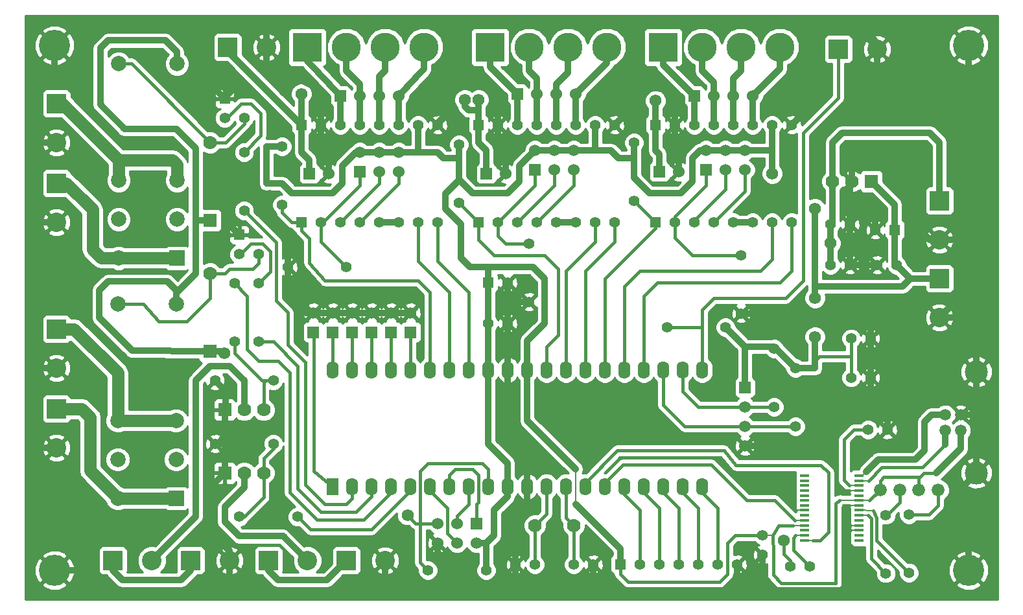
<source format=gbl>
G04 This is an RS-274x file exported by *
G04 gerbv version 2.6.0 *
G04 More information is available about gerbv at *
G04 http://gerbv.gpleda.org/ *
G04 --End of header info--*
%MOIN*%
%FSLAX34Y34*%
%IPPOS*%
G04 --Define apertures--*
%ADD10C,0.0060*%
%ADD11C,0.0150*%
%ADD12C,0.0591*%
%ADD13C,0.1181*%
%ADD14R,0.0550X0.0550*%
%ADD15C,0.0550*%
%ADD16R,0.0600X0.0600*%
%ADD17C,0.0600*%
%ADD18C,0.1500*%
%ADD19R,0.1500X0.1500*%
%ADD20R,0.1000X0.1000*%
%ADD21C,0.1000*%
%ADD22R,0.0620X0.0900*%
%ADD23O,0.0620X0.0900*%
%ADD24C,0.0700*%
%ADD25R,0.0700X0.0700*%
%ADD26C,0.1600*%
%ADD27R,0.0787X0.0787*%
%ADD28C,0.0787*%
%ADD29C,0.0660*%
%ADD30R,0.0500X0.0160*%
%ADD31C,0.0620*%
%ADD32C,0.0320*%
%ADD33C,0.0160*%
%ADD34C,0.0080*%
%ADD35C,0.0640*%
%ADD36C,0.0100*%
G04 --Start main section--*
G54D11*
G01X0069975Y-010000D02*
G01X0020025Y-010000D01*
G01X0069975Y-039975D02*
G01X0069975Y-010000D01*
G01X0020025Y-039975D02*
G01X0069975Y-039975D01*
G01X0020025Y-010000D02*
G01X0020025Y-039975D01*
G54D12*
G01X0068100Y-030500D03*
G01X0067300Y-030500D03*
G01X0067300Y-031300D03*
G01X0068100Y-031300D03*
G54D13*
G01X0068900Y-028300D03*
G01X0068900Y-033500D03*
G54D14*
G01X0052400Y-020600D03*
G54D15*
G01X0053400Y-020600D03*
G01X0054400Y-020600D03*
G01X0055400Y-020600D03*
G01X0056400Y-020600D03*
G01X0057400Y-020600D03*
G01X0058400Y-020600D03*
G01X0059400Y-020600D03*
G54D14*
G01X0034200Y-015600D03*
G54D15*
G01X0035200Y-015600D03*
G01X0036200Y-015600D03*
G01X0037200Y-015600D03*
G01X0038200Y-015600D03*
G01X0039200Y-015600D03*
G01X0040200Y-015600D03*
G01X0041200Y-015600D03*
G54D14*
G01X0043300Y-015600D03*
G54D15*
G01X0044300Y-015600D03*
G01X0045300Y-015600D03*
G01X0046300Y-015600D03*
G01X0047300Y-015600D03*
G01X0048300Y-015600D03*
G01X0049300Y-015600D03*
G01X0050300Y-015600D03*
G54D14*
G01X0052400Y-015600D03*
G54D15*
G01X0053400Y-015600D03*
G01X0054400Y-015600D03*
G01X0055400Y-015600D03*
G01X0056400Y-015600D03*
G01X0057400Y-015600D03*
G01X0058400Y-015600D03*
G01X0059400Y-015600D03*
G54D14*
G01X0034200Y-020600D03*
G54D15*
G01X0035200Y-020600D03*
G01X0036200Y-020600D03*
G01X0037200Y-020600D03*
G01X0038200Y-020600D03*
G01X0039200Y-020600D03*
G01X0040200Y-020600D03*
G01X0041200Y-020600D03*
G54D14*
G01X0043300Y-020600D03*
G54D15*
G01X0044300Y-020600D03*
G01X0045300Y-020600D03*
G01X0046300Y-020600D03*
G01X0047300Y-020600D03*
G01X0048300Y-020600D03*
G01X0049300Y-020600D03*
G01X0050300Y-020600D03*
G01X0032750Y-028750D03*
G01X0029750Y-028750D03*
G01X0043700Y-038500D03*
G01X0040700Y-038500D03*
G01X0031000Y-035750D03*
G01X0034000Y-035750D03*
G01X0032750Y-032000D03*
G01X0029750Y-032000D03*
G01X0030750Y-026750D03*
G01X0030750Y-023750D03*
G01X0033200Y-019700D03*
G01X0033200Y-016700D03*
G01X0042300Y-019600D03*
G01X0042300Y-016600D03*
G01X0051300Y-019500D03*
G01X0051300Y-016500D03*
G01X0036500Y-022900D03*
G01X0033500Y-022900D03*
G01X0045900Y-021700D03*
G01X0045900Y-024700D03*
G01X0056800Y-022300D03*
G01X0056800Y-025300D03*
G01X0064240Y-035660D03*
G01X0064240Y-038660D03*
G01X0065430Y-035630D03*
G01X0065430Y-038630D03*
G54D16*
G01X0036200Y-014100D03*
G54D17*
G01X0037200Y-014100D03*
G01X0038200Y-014100D03*
G01X0039200Y-014100D03*
G54D16*
G01X0045300Y-014000D03*
G54D17*
G01X0046300Y-014000D03*
G01X0047300Y-014000D03*
G01X0048300Y-014000D03*
G54D16*
G01X0054400Y-014100D03*
G54D17*
G01X0055400Y-014100D03*
G01X0056400Y-014100D03*
G01X0057400Y-014100D03*
G54D16*
G01X0043200Y-036100D03*
G54D17*
G01X0043200Y-037100D03*
G01X0042200Y-036100D03*
G01X0042200Y-037100D03*
G01X0041200Y-036100D03*
G01X0041200Y-037100D03*
G54D16*
G01X0055000Y-017900D03*
G54D17*
G01X0055000Y-016900D03*
G01X0056000Y-017900D03*
G01X0056000Y-016900D03*
G01X0057000Y-017900D03*
G01X0057000Y-016900D03*
G54D16*
G01X0046200Y-017900D03*
G54D17*
G01X0046200Y-016900D03*
G01X0047200Y-017900D03*
G01X0047200Y-016900D03*
G01X0048200Y-017900D03*
G01X0048200Y-016900D03*
G54D16*
G01X0037200Y-018000D03*
G54D17*
G01X0037200Y-017000D03*
G01X0038200Y-018000D03*
G01X0038200Y-017000D03*
G01X0039200Y-018000D03*
G01X0039200Y-017000D03*
G54D16*
G01X0034600Y-018100D03*
G54D17*
G01X0035600Y-018100D03*
G54D16*
G01X0052600Y-018000D03*
G54D17*
G01X0053600Y-018000D03*
G54D16*
G01X0043700Y-018100D03*
G54D17*
G01X0044700Y-018100D03*
G54D14*
G01X0064700Y-021000D03*
G54D15*
G01X0063700Y-021000D03*
G54D14*
G01X0043800Y-023700D03*
G54D15*
G01X0044800Y-023700D03*
G01X0064800Y-022800D03*
G01X0063800Y-022800D03*
G01X0046200Y-038200D03*
G01X0045200Y-038200D03*
G01X0061400Y-022800D03*
G01X0062400Y-022800D03*
G01X0048200Y-038200D03*
G01X0049200Y-038200D03*
G01X0043800Y-025800D03*
G01X0044800Y-025800D03*
G01X0062460Y-028590D03*
G01X0063460Y-028590D03*
G01X0062460Y-026580D03*
G01X0063460Y-026580D03*
G01X0059340Y-038320D03*
G01X0060340Y-038320D03*
G01X0063330Y-031270D03*
G01X0064330Y-031270D03*
G01X0057900Y-036700D03*
G01X0057900Y-037700D03*
G01X0061400Y-020700D03*
G01X0062400Y-020700D03*
G54D18*
G01X0054800Y-011600D03*
G01X0056800Y-011600D03*
G54D19*
G01X0052800Y-011600D03*
G54D18*
G01X0058800Y-011600D03*
G01X0036500Y-011600D03*
G01X0038500Y-011600D03*
G54D19*
G01X0034500Y-011600D03*
G54D18*
G01X0040500Y-011600D03*
G01X0045900Y-011600D03*
G01X0047900Y-011600D03*
G54D19*
G01X0043900Y-011600D03*
G54D18*
G01X0049900Y-011600D03*
G54D20*
G01X0036500Y-038000D03*
G54D21*
G01X0038500Y-038000D03*
G54D20*
G01X0032500Y-038000D03*
G54D21*
G01X0034500Y-038000D03*
G54D20*
G01X0028500Y-038000D03*
G54D21*
G01X0030500Y-038000D03*
G54D20*
G01X0030400Y-011600D03*
G54D21*
G01X0032400Y-011600D03*
G54D20*
G01X0024500Y-038000D03*
G54D21*
G01X0026500Y-038000D03*
G54D22*
G01X0035800Y-034200D03*
G54D23*
G01X0036800Y-034200D03*
G01X0037800Y-034200D03*
G01X0038800Y-034200D03*
G01X0039800Y-034200D03*
G01X0040800Y-034200D03*
G01X0041800Y-034200D03*
G01X0042800Y-034200D03*
G01X0043800Y-034200D03*
G01X0044800Y-034200D03*
G01X0045800Y-034200D03*
G01X0046800Y-034200D03*
G01X0047800Y-034200D03*
G01X0048800Y-034200D03*
G01X0049800Y-034200D03*
G01X0050800Y-034200D03*
G01X0051800Y-034200D03*
G01X0052800Y-034200D03*
G01X0053800Y-034200D03*
G01X0054800Y-034200D03*
G01X0054800Y-028200D03*
G01X0053800Y-028200D03*
G01X0052800Y-028200D03*
G01X0051800Y-028200D03*
G01X0050800Y-028200D03*
G01X0049800Y-028200D03*
G01X0048800Y-028200D03*
G01X0047800Y-028200D03*
G01X0046800Y-028200D03*
G01X0045800Y-028200D03*
G01X0044800Y-028200D03*
G01X0043800Y-028200D03*
G01X0042800Y-028200D03*
G01X0041800Y-028200D03*
G01X0040800Y-028200D03*
G01X0039800Y-028200D03*
G01X0038800Y-028200D03*
G01X0037800Y-028200D03*
G01X0036800Y-028200D03*
G01X0035800Y-028200D03*
G54D14*
G01X0050600Y-038200D03*
G54D15*
G01X0051600Y-038200D03*
G01X0052600Y-038200D03*
G01X0053600Y-038200D03*
G01X0054600Y-038200D03*
G01X0055600Y-038200D03*
G01X0056600Y-038200D03*
G01X0053000Y-026000D03*
G01X0056000Y-026000D03*
G01X0058500Y-030100D03*
G01X0058500Y-027100D03*
G01X0059600Y-031100D03*
G01X0059600Y-028100D03*
G54D16*
G01X0057000Y-029100D03*
G54D17*
G01X0057000Y-030100D03*
G01X0057000Y-031100D03*
G01X0057000Y-032100D03*
G54D20*
G01X0061800Y-011700D03*
G54D21*
G01X0063800Y-011700D03*
G54D24*
G01X0046200Y-036200D03*
G01X0048200Y-036200D03*
G54D14*
G01X0030250Y-014250D03*
G54D15*
G01X0030250Y-015250D03*
G01X0031250Y-015250D03*
G54D14*
G01X0031000Y-021250D03*
G54D15*
G01X0031000Y-022250D03*
G01X0032000Y-022250D03*
G01X0031250Y-017000D03*
G01X0031250Y-020000D03*
G01X0032000Y-023750D03*
G01X0032000Y-026750D03*
G54D24*
G01X0029500Y-016500D03*
G54D25*
G01X0029500Y-020500D03*
G54D24*
G01X0029500Y-023250D03*
G54D25*
G01X0029500Y-027250D03*
G54D20*
G01X0067000Y-019500D03*
G54D21*
G01X0067000Y-021500D03*
G54D20*
G01X0067000Y-023500D03*
G54D21*
G01X0067000Y-025500D03*
G54D20*
G01X0021600Y-014500D03*
G54D21*
G01X0021600Y-016500D03*
G54D20*
G01X0021600Y-026100D03*
G54D21*
G01X0021600Y-028100D03*
G54D20*
G01X0021600Y-018600D03*
G54D21*
G01X0021600Y-020600D03*
G54D20*
G01X0021600Y-030200D03*
G54D21*
G01X0021600Y-032200D03*
G54D24*
G01X0032250Y-030250D03*
G01X0031250Y-030250D03*
G54D25*
G01X0030250Y-030250D03*
G54D24*
G01X0032250Y-033500D03*
G01X0031250Y-033500D03*
G54D25*
G01X0030250Y-033500D03*
G54D24*
G01X0061500Y-018500D03*
G01X0062500Y-018500D03*
G54D25*
G01X0063500Y-018500D03*
G54D26*
G01X0068500Y-038500D03*
G01X0068500Y-011500D03*
G01X0021500Y-011500D03*
G01X0021500Y-038500D03*
G54D27*
G01X0027800Y-022450D03*
G54D28*
G01X0027800Y-020450D03*
G01X0027800Y-018450D03*
G01X0027800Y-012450D03*
G01X0024800Y-012450D03*
G01X0024800Y-018450D03*
G01X0024800Y-020450D03*
G01X0024800Y-022450D03*
G54D27*
G01X0027750Y-034800D03*
G54D28*
G01X0027750Y-032800D03*
G01X0027750Y-030800D03*
G01X0027750Y-024800D03*
G01X0024750Y-024800D03*
G01X0024750Y-030800D03*
G01X0024750Y-032800D03*
G01X0024750Y-034800D03*
G54D29*
G01X0063950Y-034370D03*
G01X0064950Y-034370D03*
G01X0065940Y-034380D03*
G01X0066940Y-034380D03*
G54D30*
G01X0060080Y-036960D03*
G01X0060080Y-036710D03*
G01X0060080Y-036450D03*
G01X0060080Y-036190D03*
G01X0060080Y-035940D03*
G01X0060080Y-035680D03*
G01X0060080Y-035420D03*
G01X0060080Y-035170D03*
G01X0060080Y-034910D03*
G01X0060080Y-034660D03*
G01X0060080Y-034400D03*
G01X0060080Y-034140D03*
G01X0060080Y-033890D03*
G01X0060080Y-033630D03*
G01X0062880Y-033630D03*
G01X0062880Y-033890D03*
G01X0062880Y-034130D03*
G01X0062880Y-034400D03*
G01X0062880Y-034660D03*
G01X0062880Y-034910D03*
G01X0062880Y-035170D03*
G01X0062880Y-035420D03*
G01X0062880Y-035680D03*
G01X0062880Y-035940D03*
G01X0062880Y-036190D03*
G01X0062880Y-036450D03*
G01X0062880Y-036710D03*
G01X0062880Y-036960D03*
G54D16*
G01X0034810Y-026260D03*
G54D17*
G01X0034810Y-025260D03*
G54D16*
G01X0035810Y-026260D03*
G54D17*
G01X0035810Y-025260D03*
G54D16*
G01X0036810Y-026260D03*
G54D17*
G01X0036810Y-025260D03*
G54D16*
G01X0037810Y-026260D03*
G54D17*
G01X0037810Y-025260D03*
G54D16*
G01X0038810Y-026260D03*
G54D17*
G01X0038810Y-025260D03*
G54D16*
G01X0039810Y-026260D03*
G54D17*
G01X0039810Y-025260D03*
G54D31*
G01X0061400Y-021675D03*
G01X0030225Y-027350D03*
G01X0032880Y-015490D03*
G01X0058930Y-033990D03*
G01X0058940Y-032460D03*
G01X0032550Y-019250D03*
G01X0059000Y-036970D03*
G01X0039650Y-035660D03*
G01X0060600Y-024500D03*
G01X0060600Y-019900D03*
G01X0060600Y-026500D03*
G01X0058400Y-018100D03*
G01X0043300Y-014300D03*
G01X0034200Y-014000D03*
G01X0052400Y-014350D03*
G01X0042600Y-014300D03*
G54D32*
G01X0027750Y-024250D02*
G01X0027900Y-024100D01*
G01X0061400Y-021675D02*
G01X0061400Y-021675D01*
G01X0030125Y-027250D02*
G01X0030225Y-027350D01*
G01X0027750Y-024800D02*
G01X0027750Y-024250D01*
G01X0028750Y-023250D02*
G01X0027900Y-024100D01*
G01X0028750Y-020600D02*
G01X0028750Y-023250D01*
G01X0066500Y-016000D02*
G01X0062000Y-016000D01*
G01X0023800Y-024100D02*
G01X0023800Y-025500D01*
G01X0023850Y-014550D02*
G01X0025100Y-015800D01*
G01X0028750Y-016800D02*
G01X0028750Y-017800D01*
G01X0028750Y-017800D02*
G01X0028750Y-018850D01*
G01X0028750Y-018850D02*
G01X0028750Y-020600D01*
G01X0061500Y-020600D02*
G01X0061400Y-020700D01*
G01X0067000Y-019500D02*
G01X0067000Y-017500D01*
G01X0061500Y-016500D02*
G01X0061500Y-017500D01*
G01X0027800Y-011850D02*
G01X0027200Y-011250D01*
G01X0027800Y-011850D02*
G01X0027800Y-012450D01*
G01X0027200Y-011250D02*
G01X0024250Y-011250D01*
G01X0025100Y-015800D02*
G01X0027750Y-015800D01*
G01X0027750Y-015800D02*
G01X0028750Y-016800D01*
G01X0023850Y-011650D02*
G01X0023850Y-014550D01*
G01X0024250Y-011250D02*
G01X0023850Y-011650D01*
G01X0027750Y-024100D02*
G01X0027300Y-023650D01*
G01X0024250Y-023650D02*
G01X0023800Y-024100D01*
G01X0025500Y-027200D02*
G01X0029500Y-027250D01*
G01X0027900Y-024650D02*
G01X0027750Y-024800D01*
G01X0029400Y-020600D02*
G01X0029500Y-020500D01*
G01X0027750Y-024800D02*
G01X0027750Y-024100D01*
G01X0062000Y-016000D02*
G01X0061500Y-016500D01*
G01X0061400Y-020700D02*
G01X0061400Y-021675D01*
G01X0061400Y-021675D02*
G01X0061400Y-022800D01*
G01X0061500Y-017500D02*
G01X0061500Y-018500D01*
G01X0066500Y-016000D02*
G01X0067000Y-016500D01*
G01X0061500Y-018500D02*
G01X0061500Y-020600D01*
G01X0061500Y-020600D02*
G01X0061400Y-020700D01*
G01X0067000Y-016500D02*
G01X0067000Y-017500D01*
G01X0023800Y-025500D02*
G01X0025500Y-027200D01*
G01X0027300Y-023650D02*
G01X0024250Y-023650D01*
G01X0029500Y-027250D02*
G01X0030125Y-027250D01*
G01X0029500Y-020500D02*
G01X0028850Y-020500D01*
G01X0028850Y-020500D02*
G01X0028750Y-020600D01*
G01X0020500Y-013500D02*
G01X0021000Y-013000D01*
G01X0041900Y-014400D02*
G01X0041900Y-013750D01*
G01X0029000Y-010500D02*
G01X0029000Y-010400D01*
G01X0057000Y-032100D02*
G01X0058960Y-032100D01*
G01X0067999Y-034486D02*
G01X0068550Y-033850D01*
G01X0043380Y-013060D02*
G01X0041900Y-013060D01*
G01X0065500Y-020500D02*
G01X0066500Y-021500D01*
G01X0068000Y-037000D02*
G01X0067999Y-034486D01*
G01X0026400Y-010400D02*
G01X0023700Y-010400D01*
G01X0035200Y-015600D02*
G01X0035200Y-016600D01*
G01X0030250Y-032000D02*
G01X0030200Y-032000D01*
G01X0063460Y-029860D02*
G01X0063850Y-029860D01*
G01X0065500Y-017500D02*
G01X0065500Y-020500D01*
G01X0033500Y-022900D02*
G01X0033500Y-024200D01*
G01X0033500Y-024200D02*
G01X0033500Y-024330D01*
G01X0034810Y-025260D02*
G01X0035810Y-025260D01*
G01X0035810Y-025260D02*
G01X0036810Y-025260D01*
G01X0021500Y-013000D02*
G01X0022500Y-013000D01*
G01X0063800Y-011700D02*
G01X0063800Y-011405D01*
G01X0038810Y-025260D02*
G01X0039810Y-025260D01*
G01X0063600Y-020300D02*
G01X0062500Y-020300D01*
G01X0064530Y-025300D02*
G01X0064600Y-025300D01*
G01X0066500Y-021500D02*
G01X0067000Y-021500D01*
G01X0042850Y-039550D02*
G01X0045200Y-039550D01*
G01X0053400Y-014100D02*
G01X0052710Y-013360D01*
G54D33*
G01X0058930Y-034770D02*
G01X0058930Y-033990D01*
G54D32*
G01X0034430Y-025260D02*
G01X0034810Y-025260D01*
G01X0041900Y-013060D02*
G01X0041875Y-013750D01*
G01X0030250Y-014250D02*
G01X0029000Y-013000D01*
G01X0023000Y-038500D02*
G01X0023000Y-036600D01*
G01X0051200Y-010400D02*
G01X0051100Y-010400D01*
G01X0060200Y-010400D02*
G01X0060200Y-011000D01*
G01X0062400Y-018600D02*
G01X0062500Y-018500D01*
G01X0041500Y-039550D02*
G01X0042850Y-039550D01*
G01X0062500Y-017500D02*
G01X0063000Y-017000D01*
G01X0044800Y-024700D02*
G01X0044800Y-025800D01*
G01X0023700Y-010400D02*
G01X0023600Y-010400D01*
G01X0068000Y-021500D02*
G01X0067000Y-021500D01*
G54D34*
G01X0062100Y-039530D02*
G01X0062100Y-039500D01*
G54D32*
G01X0020500Y-016500D02*
G01X0021600Y-016500D01*
G01X0041875Y-013750D02*
G01X0041900Y-013060D01*
G01X0041900Y-013060D02*
G01X0041900Y-013750D01*
G01X0068900Y-026450D02*
G01X0068900Y-026930D01*
G01X0041200Y-015500D02*
G01X0041900Y-014800D01*
G01X0035200Y-013800D02*
G01X0032402Y-012400D01*
G01X0045200Y-039550D02*
G01X0048650Y-039550D01*
G01X0044330Y-014090D02*
G01X0043380Y-013060D01*
G01X0063000Y-017000D02*
G01X0065000Y-017000D01*
G01X0045200Y-039500D02*
G01X0045200Y-039550D01*
G01X0033500Y-024330D02*
G01X0034430Y-025260D01*
G01X0060200Y-014800D02*
G01X0059400Y-015600D01*
G01X0068500Y-013400D02*
G01X0068000Y-014000D01*
G01X0022500Y-013000D02*
G01X0023000Y-012500D01*
G01X0044800Y-025800D02*
G01X0044800Y-028200D01*
G01X0064600Y-025300D02*
G01X0065320Y-026930D01*
G01X0063620Y-025300D02*
G01X0064530Y-025300D01*
G01X0068900Y-029550D02*
G01X0068900Y-030450D01*
G01X0044700Y-024700D02*
G01X0044800Y-024700D01*
G01X0062500Y-018500D02*
G01X0062500Y-017500D01*
G01X0023000Y-012500D02*
G01X0023000Y-011000D01*
G01X0053400Y-015600D02*
G01X0053400Y-014100D01*
G01X0037810Y-025260D02*
G01X0038810Y-025260D01*
G01X0027500Y-039550D02*
G01X0024050Y-039550D01*
G01X0020500Y-013600D02*
G01X0020500Y-016500D01*
G01X0051100Y-010400D02*
G01X0060200Y-010400D01*
G01X0020500Y-013600D02*
G01X0020500Y-013500D01*
G01X0065320Y-026930D02*
G01X0065300Y-026910D01*
G01X0041900Y-014800D02*
G01X0041900Y-014400D01*
G01X0050300Y-015600D02*
G01X0051200Y-014700D01*
G01X0045200Y-038200D02*
G01X0045200Y-035500D01*
G01X0067000Y-025500D02*
G01X0067950Y-025500D01*
G01X0051200Y-013360D02*
G01X0051200Y-010400D01*
G01X0020500Y-020600D02*
G01X0020500Y-016500D01*
G01X0041900Y-010400D02*
G01X0051100Y-010400D01*
G01X0021073Y-036000D02*
G01X0020500Y-035370D01*
G01X0031550Y-013750D02*
G01X0032590Y-014880D01*
G01X0030250Y-032000D02*
G01X0030250Y-033500D01*
G01X0044800Y-023700D02*
G01X0044800Y-024700D01*
G01X0063800Y-012800D02*
G01X0063800Y-011700D01*
G01X0020550Y-032200D02*
G01X0020500Y-032200D01*
G01X0068900Y-030500D02*
G01X0068850Y-030450D01*
G01X0038500Y-038000D02*
G01X0038500Y-039550D01*
G01X0041200Y-037100D02*
G01X0041200Y-037600D01*
G01X0067950Y-025500D02*
G01X0068900Y-026450D01*
G01X0060200Y-010400D02*
G01X0062996Y-010400D01*
G01X0044300Y-015600D02*
G01X0044330Y-014090D01*
G01X0030500Y-039550D02*
G01X0035400Y-039550D01*
G01X0065000Y-014000D02*
G01X0063800Y-012800D01*
G01X0053400Y-015600D02*
G01X0053400Y-016300D01*
G01X0062400Y-020700D02*
G01X0062400Y-022800D01*
G01X0052710Y-013360D02*
G01X0051200Y-013360D01*
G01X0044800Y-028200D02*
G01X0044800Y-031400D01*
G01X0029000Y-010400D02*
G01X0026400Y-010400D01*
G01X0045800Y-034900D02*
G01X0045800Y-034200D01*
G01X0063700Y-020400D02*
G01X0063600Y-020300D01*
G01X0030500Y-039550D02*
G01X0030500Y-039500D01*
G01X0035400Y-039550D02*
G01X0035725Y-039550D01*
G01X0035200Y-015200D02*
G01X0035200Y-013800D01*
G01X0021600Y-028100D02*
G01X0020500Y-028100D01*
G01X0030500Y-039500D02*
G01X0030500Y-039550D01*
G01X0030500Y-038000D02*
G01X0030500Y-037500D01*
G01X0044300Y-016100D02*
G01X0044700Y-016500D01*
G01X0023000Y-036600D02*
G01X0022400Y-036000D01*
G01X0041500Y-039550D02*
G01X0041500Y-039500D01*
G01X0068000Y-021500D02*
G01X0068000Y-017000D01*
G01X0057900Y-039500D02*
G01X0057900Y-039550D01*
G01X0068000Y-014000D02*
G01X0068000Y-015500D01*
G01X0056600Y-038200D02*
G01X0056600Y-039550D01*
G01X0041200Y-037600D02*
G01X0041500Y-037900D01*
G01X0045800Y-032400D02*
G01X0045800Y-034200D01*
G01X0023000Y-038500D02*
G01X0024050Y-039550D01*
G01X0065450Y-039550D02*
G01X0066200Y-039544D01*
G01X0041200Y-015600D02*
G01X0041200Y-015500D01*
G01X0032590Y-014880D02*
G01X0032880Y-015490D01*
G01X0031000Y-019250D02*
G01X0030750Y-019250D01*
G01X0057900Y-039550D02*
G01X0057900Y-039500D01*
G01X0068500Y-011500D02*
G01X0068500Y-013400D01*
G01X0035700Y-039550D02*
G01X0035725Y-039525D01*
G01X0063700Y-021000D02*
G01X0063700Y-020400D01*
G01X0030250Y-014250D02*
G01X0030250Y-014200D01*
G01X0021600Y-032200D02*
G01X0020500Y-032200D01*
G01X0030250Y-014200D02*
G01X0030700Y-013750D01*
G01X0041500Y-039500D02*
G01X0041500Y-039550D01*
G01X0020500Y-031550D02*
G01X0020500Y-028100D01*
G01X0056600Y-039550D02*
G01X0057900Y-039550D01*
G01X0044300Y-015600D02*
G01X0044300Y-016100D01*
G01X0030500Y-038000D02*
G01X0030500Y-039550D01*
G01X0036810Y-025260D02*
G01X0037810Y-025260D01*
G01X0056800Y-025300D02*
G01X0063620Y-025300D01*
G01X0030200Y-032000D02*
G01X0030250Y-032000D01*
G54D34*
G01X0061660Y-032100D02*
G01X0061640Y-032100D01*
G54D32*
G01X0068100Y-030500D02*
G01X0068900Y-030500D01*
G01X0033500Y-021250D02*
G01X0032125Y-019875D01*
G01X0051200Y-014300D02*
G01X0051200Y-013360D01*
G01X0035725Y-039550D02*
G01X0038500Y-039550D01*
G01X0065320Y-026930D02*
G01X0065300Y-026910D01*
G01X0068900Y-028300D02*
G01X0068900Y-029550D01*
G01X0045200Y-038200D02*
G01X0045200Y-039550D01*
G01X0063460Y-026580D02*
G01X0063460Y-025460D01*
G01X0030750Y-019250D02*
G01X0030500Y-019500D01*
G01X0053400Y-016300D02*
G01X0053600Y-016500D01*
G01X0063460Y-029830D02*
G01X0063460Y-029860D01*
G01X0038500Y-039500D02*
G01X0038500Y-039550D01*
G54D34*
G01X0062080Y-039550D02*
G01X0062100Y-039530D01*
G54D33*
G01X0062080Y-036190D02*
G01X0062080Y-039550D01*
G54D32*
G01X0020500Y-032200D02*
G01X0020500Y-031550D01*
G01X0065000Y-017000D02*
G01X0065500Y-017500D01*
G01X0031775Y-019525D02*
G01X0031500Y-019250D01*
G01X0056600Y-039550D02*
G01X0056600Y-039500D01*
G01X0057900Y-037700D02*
G01X0057900Y-039550D01*
G01X0035200Y-015600D02*
G01X0035200Y-015200D01*
G01X0060200Y-011000D02*
G01X0060200Y-014800D01*
G01X0062500Y-020300D02*
G01X0062500Y-020600D01*
G01X0045200Y-035500D02*
G01X0045800Y-034900D01*
G01X0063460Y-029860D02*
G01X0063460Y-029830D01*
G54D34*
G01X0061640Y-032100D02*
G01X0061660Y-032100D01*
G54D32*
G01X0030500Y-037500D02*
G01X0029600Y-036600D01*
G01X0058960Y-032100D02*
G01X0059010Y-032050D01*
G01X0030300Y-030200D02*
G01X0030250Y-030250D01*
G54D34*
G01X0062880Y-036190D02*
G01X0062080Y-036190D01*
G54D32*
G01X0030500Y-020750D02*
G01X0031000Y-021250D01*
G01X0068000Y-024500D02*
G01X0068000Y-021500D01*
G01X0032400Y-011600D02*
G01X0032400Y-010400D01*
G01X0063460Y-028590D02*
G01X0063460Y-029860D01*
G01X0062380Y-029860D02*
G01X0063460Y-029860D01*
G54D34*
G01X0062100Y-039500D02*
G01X0062100Y-039550D01*
G54D32*
G01X0061660Y-032050D02*
G01X0059010Y-032050D01*
G01X0061660Y-030910D02*
G01X0061660Y-030580D01*
G01X0062500Y-020600D02*
G01X0062400Y-020700D01*
G01X0061660Y-030580D02*
G01X0062380Y-029860D01*
G01X0063460Y-025460D02*
G01X0063620Y-025300D01*
G54D33*
G01X0061660Y-032100D02*
G01X0061660Y-032050D01*
G54D32*
G01X0020500Y-023100D02*
G01X0020500Y-020600D01*
G01X0061660Y-032050D02*
G01X0061660Y-030910D01*
G54D34*
G01X0062880Y-035170D02*
G01X0062370Y-035170D01*
G54D32*
G01X0066200Y-039544D02*
G01X0068000Y-037000D01*
G01X0049200Y-039550D02*
G01X0049250Y-039500D01*
G01X0064330Y-030340D02*
G01X0064330Y-031270D01*
G01X0067000Y-014000D02*
G01X0068000Y-014000D01*
G01X0032402Y-012400D02*
G01X0032400Y-011600D01*
G01X0035600Y-017000D02*
G01X0035600Y-018100D01*
G54D34*
G01X0060080Y-035420D02*
G01X0059580Y-035420D01*
G54D32*
G01X0068500Y-038500D02*
G01X0068500Y-037500D01*
G54D34*
G01X0062060Y-035170D02*
G01X0062075Y-035170D01*
G54D32*
G01X0068900Y-026930D02*
G01X0068900Y-028300D01*
G01X0029000Y-010400D02*
G01X0029000Y-010500D01*
G01X0059010Y-032050D02*
G01X0058960Y-032100D01*
G01X0053600Y-016500D02*
G01X0053600Y-018000D01*
G54D33*
G01X0062075Y-036195D02*
G01X0062075Y-035170D01*
G54D32*
G01X0030700Y-013750D02*
G01X0031550Y-013750D01*
G01X0030500Y-019500D02*
G01X0030500Y-020750D01*
G01X0032550Y-019250D02*
G01X0032050Y-019250D01*
G01X0032400Y-010400D02*
G01X0029000Y-010400D01*
G01X0066200Y-039544D02*
G01X0066200Y-039544D01*
G01X0021500Y-038500D02*
G01X0023000Y-038500D01*
G54D33*
G01X0062370Y-034400D02*
G01X0062040Y-034400D01*
G01X0058940Y-032460D02*
G01X0058960Y-032440D01*
G54D32*
G01X0049300Y-039500D02*
G01X0049300Y-039550D01*
G01X0022400Y-036000D02*
G01X0021073Y-036000D01*
G01X0068550Y-033850D02*
G01X0068900Y-033500D01*
G01X0068900Y-030450D02*
G01X0068900Y-033500D01*
G01X0044800Y-024700D02*
G01X0044700Y-024700D01*
G01X0068900Y-026930D02*
G01X0065320Y-026930D01*
G54D33*
G01X0062040Y-034400D02*
G01X0061660Y-034020D01*
G54D32*
G01X0068500Y-037500D02*
G01X0068000Y-037000D01*
G01X0027500Y-039550D02*
G01X0030500Y-039550D01*
G01X0041500Y-037900D02*
G01X0041500Y-039550D01*
G54D33*
G01X0062370Y-035170D02*
G01X0062075Y-035170D01*
G54D32*
G01X0023000Y-038500D02*
G01X0023000Y-038500D01*
G01X0035725Y-039525D02*
G01X0035725Y-039550D01*
G54D34*
G01X0062075Y-035170D02*
G01X0062060Y-035170D01*
G54D32*
G01X0045200Y-039550D02*
G01X0045200Y-039500D01*
G01X0062400Y-022800D02*
G01X0063800Y-022800D01*
G01X0030300Y-029300D02*
G01X0030300Y-030200D01*
G01X0062100Y-039550D02*
G01X0065050Y-039550D01*
G01X0032400Y-010400D02*
G01X0041900Y-010400D01*
G01X0048650Y-039550D02*
G01X0049300Y-039550D01*
G01X0063850Y-029860D02*
G01X0064330Y-030340D01*
G01X0063800Y-011405D02*
G01X0062996Y-010400D01*
G01X0021500Y-011500D02*
G01X0021500Y-013000D01*
G54D33*
G01X0059580Y-035420D02*
G01X0058930Y-034770D01*
G54D32*
G01X0032400Y-011600D02*
G01X0032400Y-011100D01*
G01X0051200Y-014700D02*
G01X0051200Y-014300D01*
G54D33*
G01X0058960Y-032440D02*
G01X0058960Y-032100D01*
G54D32*
G01X0029000Y-013000D02*
G01X0029000Y-010400D01*
G01X0068850Y-030450D02*
G01X0068900Y-030450D01*
G54D34*
G01X0062080Y-036190D02*
G01X0062075Y-036195D01*
G01X0062880Y-034400D02*
G01X0062370Y-034400D01*
G54D32*
G01X0067000Y-025500D02*
G01X0068000Y-024500D01*
G01X0023600Y-010400D02*
G01X0023000Y-011000D01*
G01X0045900Y-024700D02*
G01X0044800Y-024700D01*
G01X0038500Y-039550D02*
G01X0041500Y-039550D01*
G01X0020500Y-028100D02*
G01X0020500Y-023100D01*
G01X0065200Y-039550D02*
G01X0065050Y-039550D01*
G01X0031500Y-019250D02*
G01X0031000Y-019250D01*
G01X0044700Y-016500D02*
G01X0044700Y-018100D01*
G01X0068000Y-017000D02*
G01X0068000Y-015500D01*
G01X0049200Y-038200D02*
G01X0049200Y-039550D01*
G01X0056600Y-039500D02*
G01X0056600Y-039550D01*
G01X0035200Y-016600D02*
G01X0035600Y-017000D01*
G01X0029750Y-028750D02*
G01X0030300Y-029300D01*
G54D33*
G01X0062330Y-036450D02*
G01X0062075Y-036195D01*
G54D32*
G01X0049250Y-039500D02*
G01X0049300Y-039500D01*
G54D34*
G01X0062880Y-036450D02*
G01X0062330Y-036450D01*
G54D32*
G01X0062400Y-020700D02*
G01X0062400Y-018600D01*
G01X0029600Y-034150D02*
G01X0030250Y-033500D01*
G01X0049300Y-039550D02*
G01X0056600Y-039550D01*
G01X0041900Y-013750D02*
G01X0041900Y-010400D01*
G01X0033500Y-022900D02*
G01X0033500Y-021250D01*
G01X0065050Y-039550D02*
G01X0065450Y-039550D01*
G01X0063460Y-026580D02*
G01X0063460Y-028590D01*
G01X0021000Y-013000D02*
G01X0021500Y-013000D01*
G01X0044800Y-031400D02*
G01X0045800Y-032400D01*
G01X0020500Y-032200D02*
G01X0020550Y-032200D01*
G01X0059000Y-039550D02*
G01X0061200Y-039550D01*
G01X0038500Y-039550D02*
G01X0038500Y-039500D01*
G54D33*
G01X0061660Y-034020D02*
G01X0061660Y-032100D01*
G54D32*
G01X0057900Y-039550D02*
G01X0059000Y-039550D01*
G01X0021600Y-020600D02*
G01X0020500Y-020600D01*
G01X0029750Y-032000D02*
G01X0030250Y-032000D01*
G01X0029600Y-036600D02*
G01X0029600Y-034150D01*
G01X0061200Y-039550D02*
G01X0062100Y-039550D01*
G01X0020500Y-035370D02*
G01X0020500Y-032200D01*
G01X0030250Y-030250D02*
G01X0030250Y-032000D01*
G01X0032125Y-019875D02*
G01X0031775Y-019525D01*
G01X0065000Y-014000D02*
G01X0067000Y-014000D01*
G01X0032050Y-019250D02*
G01X0031775Y-019525D01*
G54D33*
G01X0057000Y-030100D02*
G01X0054600Y-030100D01*
G01X0057000Y-030100D02*
G01X0058500Y-030100D01*
G01X0053800Y-029300D02*
G01X0053800Y-028200D01*
G01X0054600Y-030100D02*
G01X0053800Y-029300D01*
G01X0053900Y-031100D02*
G01X0052800Y-030000D01*
G01X0052800Y-030000D02*
G01X0052800Y-028200D01*
G01X0057000Y-031100D02*
G01X0053900Y-031100D01*
G01X0057000Y-031100D02*
G01X0059600Y-031100D01*
G01X0057400Y-033100D02*
G01X0060710Y-033100D01*
G01X0061290Y-033480D02*
G01X0060910Y-033100D01*
G01X0060490Y-036960D02*
G01X0060880Y-036960D01*
G01X0056620Y-033100D02*
G01X0057400Y-033100D01*
G01X0048800Y-034000D02*
G01X0050440Y-032340D01*
G01X0056546Y-033100D02*
G01X0056620Y-033100D01*
G01X0050440Y-032340D02*
G01X0055916Y-032340D01*
G01X0055916Y-032340D02*
G01X0056546Y-033100D01*
G01X0060880Y-036960D02*
G01X0061290Y-036550D01*
G01X0048800Y-034000D02*
G01X0048800Y-034200D01*
G01X0061290Y-036550D02*
G01X0061290Y-033480D01*
G54D34*
G01X0060080Y-036960D02*
G01X0060490Y-036960D01*
G54D33*
G01X0060910Y-033100D02*
G01X0060710Y-033100D01*
G54D34*
G01X0059560Y-035940D02*
G01X0060080Y-035940D01*
G54D33*
G01X0055280Y-033080D02*
G01X0055880Y-033680D01*
G01X0050720Y-033080D02*
G01X0055280Y-033080D01*
G01X0055870Y-033680D02*
G01X0055880Y-033680D01*
G01X0057100Y-034910D02*
G01X0058530Y-034910D01*
G01X0058530Y-034910D02*
G01X0059230Y-035610D01*
G01X0059560Y-035940D02*
G01X0059230Y-035610D01*
G01X0049800Y-034200D02*
G01X0049800Y-034000D01*
G01X0057100Y-034910D02*
G01X0055870Y-033680D01*
G01X0049800Y-034000D02*
G01X0050720Y-033080D01*
G01X0043200Y-036100D02*
G01X0043200Y-035100D01*
G01X0043000Y-033300D02*
G01X0042100Y-033300D01*
G01X0043300Y-035000D02*
G01X0043300Y-033600D01*
G01X0041800Y-033600D02*
G01X0041800Y-034200D01*
G01X0043200Y-035100D02*
G01X0043300Y-035000D01*
G01X0042100Y-033300D02*
G01X0041800Y-033600D01*
G01X0043300Y-033600D02*
G01X0043000Y-033300D01*
G01X0041700Y-035300D02*
G01X0041700Y-036600D01*
G01X0040800Y-034200D02*
G01X0040800Y-034400D01*
G01X0041700Y-036600D02*
G01X0042200Y-037100D01*
G01X0040800Y-034400D02*
G01X0041700Y-035300D01*
G01X0034800Y-036400D02*
G01X0034650Y-036400D01*
G01X0034650Y-036400D02*
G01X0034000Y-035750D01*
G01X0039800Y-034400D02*
G01X0037800Y-036400D01*
G01X0037800Y-036400D02*
G01X0034800Y-036400D01*
G01X0039800Y-034200D02*
G01X0039800Y-034400D01*
G01X0038800Y-034500D02*
G01X0037400Y-035900D01*
G01X0030750Y-023750D02*
G01X0031400Y-024400D01*
G01X0038800Y-034200D02*
G01X0038800Y-034500D01*
G01X0033600Y-028350D02*
G01X0033600Y-031500D01*
G01X0033000Y-027750D02*
G01X0032000Y-027750D01*
G01X0033600Y-034500D02*
G01X0033600Y-031500D01*
G01X0033600Y-028350D02*
G01X0033000Y-027750D01*
G01X0031400Y-027150D02*
G01X0032000Y-027750D01*
G01X0031400Y-027100D02*
G01X0031400Y-024400D01*
G01X0033600Y-031500D02*
G01X0033600Y-031400D01*
G01X0037400Y-035900D02*
G01X0035000Y-035900D01*
G01X0031400Y-027100D02*
G01X0031400Y-027150D01*
G01X0035000Y-035900D02*
G01X0033600Y-034500D01*
G01X0031000Y-035750D02*
G01X0031250Y-035750D01*
G01X0032250Y-032750D02*
G01X0032250Y-033500D01*
G01X0031250Y-035750D02*
G01X0032250Y-034750D01*
G01X0032750Y-032000D02*
G01X0032750Y-032250D01*
G01X0032750Y-032250D02*
G01X0032250Y-032750D01*
G01X0032250Y-034750D02*
G01X0032250Y-033500D01*
G54D32*
G01X0031250Y-034250D02*
G01X0030250Y-035250D01*
G01X0030250Y-036000D02*
G01X0031000Y-036750D01*
G01X0030250Y-035250D02*
G01X0030250Y-036000D01*
G01X0031000Y-036750D02*
G01X0033250Y-036750D01*
G01X0031250Y-033500D02*
G01X0031250Y-034250D01*
G01X0033250Y-036750D02*
G01X0034500Y-038000D01*
G01X0032500Y-038000D02*
G01X0032500Y-038500D01*
G01X0035500Y-039000D02*
G01X0036500Y-038000D01*
G01X0032500Y-038500D02*
G01X0033000Y-039000D01*
G01X0033000Y-039000D02*
G01X0035500Y-039000D01*
G01X0024500Y-038000D02*
G01X0024500Y-038500D01*
G01X0024500Y-038500D02*
G01X0025000Y-039000D01*
G01X0025000Y-039000D02*
G01X0028000Y-039000D01*
G01X0028000Y-039000D02*
G01X0028500Y-038500D01*
G01X0028500Y-038500D02*
G01X0028500Y-038000D01*
G01X0031250Y-028750D02*
G01X0030500Y-028000D01*
G01X0028750Y-035750D02*
G01X0026500Y-038000D01*
G01X0028750Y-034250D02*
G01X0028750Y-035750D01*
G01X0030500Y-028000D02*
G01X0029500Y-028000D01*
G01X0031250Y-030250D02*
G01X0031250Y-028750D01*
G01X0028750Y-028750D02*
G01X0028750Y-034250D01*
G01X0029500Y-028000D02*
G01X0028750Y-028750D01*
G54D33*
G01X0030750Y-027350D02*
G01X0032150Y-028750D01*
G01X0032300Y-028800D02*
G01X0032300Y-028750D01*
G01X0032150Y-028750D02*
G01X0032300Y-028750D01*
G01X0032250Y-028750D02*
G01X0032300Y-028800D01*
G01X0032300Y-028750D02*
G01X0032750Y-028750D01*
G01X0030750Y-026750D02*
G01X0030750Y-027350D01*
G01X0032250Y-030250D02*
G01X0032250Y-028750D01*
G01X0030300Y-016500D02*
G01X0029500Y-016500D01*
G01X0024800Y-012450D02*
G01X0025450Y-012450D01*
G01X0025450Y-012450D02*
G01X0029500Y-016500D01*
G01X0031250Y-015250D02*
G01X0031250Y-015550D01*
G01X0031250Y-015550D02*
G01X0030300Y-016500D01*
G54D35*
G01X0023330Y-030630D02*
G01X0023330Y-033380D01*
G01X0024750Y-034800D02*
G01X0027750Y-034800D01*
G01X0021600Y-030200D02*
G01X0022900Y-030200D01*
G01X0022900Y-030200D02*
G01X0023330Y-030630D01*
G01X0023330Y-033380D02*
G01X0024750Y-034800D01*
G54D33*
G01X0063350Y-033890D02*
G01X0064020Y-033220D01*
G54D32*
G01X0067300Y-032050D02*
G01X0067300Y-031300D01*
G54D33*
G01X0066130Y-033220D02*
G01X0067300Y-032050D01*
G01X0064020Y-033220D02*
G01X0066130Y-033220D01*
G54D34*
G01X0062880Y-033890D02*
G01X0063350Y-033890D01*
G01X0062880Y-033630D02*
G01X0063030Y-033630D01*
G54D32*
G01X0066240Y-030860D02*
G01X0066600Y-030500D01*
G01X0063235Y-033425D02*
G01X0063850Y-032810D01*
G01X0066600Y-030500D02*
G01X0067300Y-030500D01*
G01X0066240Y-032350D02*
G01X0066240Y-030860D01*
G01X0065780Y-032810D02*
G01X0066240Y-032350D01*
G54D34*
G01X0063030Y-033630D02*
G01X0063235Y-033425D01*
G54D32*
G01X0063850Y-032810D02*
G01X0065780Y-032810D01*
G54D33*
G01X0031050Y-022250D02*
G01X0031600Y-021700D01*
G01X0032200Y-021700D02*
G01X0032600Y-022100D01*
G01X0031000Y-022250D02*
G01X0031050Y-022250D01*
G01X0032600Y-022100D02*
G01X0032600Y-023150D01*
G01X0031600Y-021700D02*
G01X0032200Y-021700D01*
G01X0032600Y-023150D02*
G01X0032000Y-023750D01*
G01X0030250Y-015250D02*
G01X0030350Y-015250D01*
G01X0031100Y-014500D02*
G01X0031600Y-014500D01*
G01X0030350Y-015250D02*
G01X0031100Y-014500D01*
G01X0031600Y-014500D02*
G01X0032100Y-015000D01*
G01X0032100Y-015000D02*
G01X0032100Y-016150D01*
G01X0032100Y-016150D02*
G01X0031250Y-017000D01*
G01X0059500Y-037470D02*
G01X0060340Y-038320D01*
G01X0059600Y-036710D02*
G01X0059500Y-036850D01*
G01X0059500Y-036850D02*
G01X0059500Y-037470D01*
G54D34*
G01X0060080Y-036710D02*
G01X0059600Y-036710D01*
G54D33*
G01X0054800Y-034200D02*
G01X0054800Y-034500D01*
G01X0054800Y-034500D02*
G01X0055600Y-035300D01*
G01X0055600Y-035300D02*
G01X0055600Y-038200D01*
G01X0051600Y-035400D02*
G01X0051600Y-038200D01*
G01X0050800Y-034600D02*
G01X0051600Y-035400D01*
G01X0050800Y-034200D02*
G01X0050800Y-034600D01*
G01X0052600Y-035300D02*
G01X0052600Y-038200D01*
G01X0051800Y-034500D02*
G01X0052600Y-035300D01*
G01X0051800Y-034200D02*
G01X0051800Y-034500D01*
G01X0052800Y-034500D02*
G01X0053600Y-035300D01*
G01X0053600Y-035300D02*
G01X0053600Y-038200D01*
G01X0052800Y-034200D02*
G01X0052800Y-034500D01*
G01X0054600Y-035300D02*
G01X0054600Y-038200D01*
G01X0053800Y-034500D02*
G01X0054600Y-035300D01*
G01X0053800Y-034200D02*
G01X0053800Y-034500D01*
G01X0046800Y-035600D02*
G01X0046200Y-036200D01*
G01X0046800Y-034200D02*
G01X0046800Y-035600D01*
G01X0046200Y-036200D02*
G01X0046200Y-038200D01*
G01X0048200Y-036200D02*
G01X0048200Y-038200D01*
G01X0047800Y-035800D02*
G01X0048200Y-036200D01*
G01X0047800Y-034200D02*
G01X0047800Y-035800D01*
G54D32*
G01X0034500Y-011600D02*
G01X0034500Y-012300D01*
G01X0034500Y-012300D02*
G01X0036200Y-014100D01*
G01X0036200Y-014100D02*
G01X0036200Y-015600D01*
G01X0037200Y-014100D02*
G01X0037200Y-015600D01*
G01X0037200Y-014100D02*
G01X0037200Y-013500D01*
G01X0036500Y-012800D02*
G01X0036500Y-011600D01*
G01X0037200Y-013500D02*
G01X0036500Y-012800D01*
G01X0038200Y-013100D02*
G01X0038500Y-012800D01*
G01X0038200Y-014100D02*
G01X0038200Y-013100D01*
G01X0038500Y-012800D02*
G01X0038500Y-011600D01*
G01X0038200Y-015600D02*
G01X0038200Y-014100D01*
G01X0040500Y-012700D02*
G01X0039200Y-014100D01*
G01X0040500Y-011600D02*
G01X0040500Y-012700D01*
G01X0039200Y-014100D02*
G01X0039200Y-015600D01*
G54D33*
G01X0044300Y-021300D02*
G01X0044700Y-021700D01*
G01X0044300Y-020600D02*
G01X0046200Y-018700D01*
G01X0044700Y-021700D02*
G01X0045900Y-021700D01*
G01X0046200Y-018700D02*
G01X0046200Y-017900D01*
G01X0044300Y-020600D02*
G01X0044300Y-021300D01*
G54D32*
G01X0052800Y-012500D02*
G01X0054400Y-014100D01*
G01X0052800Y-011600D02*
G01X0052800Y-012500D01*
G01X0054400Y-014100D02*
G01X0054400Y-015600D01*
G01X0054800Y-012800D02*
G01X0054800Y-011600D01*
G01X0055400Y-013400D02*
G01X0054800Y-012800D01*
G01X0055400Y-014100D02*
G01X0055400Y-013400D01*
G01X0055400Y-014100D02*
G01X0055400Y-015600D01*
G01X0056400Y-014100D02*
G01X0056400Y-015600D01*
G01X0056400Y-013200D02*
G01X0056800Y-012800D01*
G01X0056800Y-012800D02*
G01X0056800Y-011600D01*
G01X0056400Y-014100D02*
G01X0056400Y-013200D01*
G01X0058800Y-011600D02*
G01X0058800Y-012700D01*
G01X0058800Y-012700D02*
G01X0057400Y-014100D01*
G01X0057400Y-014100D02*
G01X0057400Y-015600D01*
G01X0043900Y-012600D02*
G01X0045300Y-014000D01*
G01X0043900Y-011600D02*
G01X0043900Y-012600D01*
G01X0045300Y-014000D02*
G01X0045300Y-015600D01*
G01X0045900Y-012800D02*
G01X0045900Y-011600D01*
G01X0046300Y-014000D02*
G01X0046300Y-015600D01*
G01X0046300Y-014000D02*
G01X0046300Y-013200D01*
G01X0046300Y-013200D02*
G01X0045900Y-012800D01*
G01X0047300Y-014000D02*
G01X0047300Y-013500D01*
G01X0047300Y-013500D02*
G01X0047900Y-012900D01*
G01X0047900Y-012900D02*
G01X0047900Y-011600D01*
G01X0047300Y-014000D02*
G01X0047300Y-015600D01*
G01X0049900Y-011600D02*
G01X0049900Y-012400D01*
G01X0048300Y-014000D02*
G01X0048300Y-015600D01*
G01X0049900Y-012400D02*
G01X0048300Y-014000D01*
G01X0038200Y-020600D02*
G01X0039200Y-020600D01*
G54D33*
G01X0054400Y-020600D02*
G01X0054400Y-020500D01*
G01X0054400Y-020500D02*
G01X0056000Y-018900D01*
G01X0056000Y-018900D02*
G01X0056000Y-017900D01*
G01X0055400Y-020600D02*
G01X0057000Y-019000D01*
G01X0057000Y-019000D02*
G01X0057000Y-017900D01*
G54D32*
G01X0057400Y-020600D02*
G01X0056400Y-020600D01*
G54D33*
G01X0045300Y-020600D02*
G01X0047200Y-018700D01*
G01X0047200Y-018700D02*
G01X0047200Y-017900D01*
G01X0046300Y-020600D02*
G01X0048200Y-018700D01*
G01X0048200Y-018700D02*
G01X0048200Y-017900D01*
G54D32*
G01X0047300Y-020600D02*
G01X0048300Y-020600D01*
G54D33*
G01X0036200Y-020600D02*
G01X0038200Y-018600D01*
G01X0038200Y-018600D02*
G01X0038200Y-018000D01*
G01X0039200Y-018600D02*
G01X0039200Y-018000D01*
G01X0037200Y-020600D02*
G01X0039200Y-018600D01*
G01X0055000Y-017900D02*
G01X0055000Y-018700D01*
G01X0053400Y-021400D02*
G01X0054300Y-022300D01*
G01X0053400Y-020300D02*
G01X0053400Y-020600D01*
G01X0054300Y-022300D02*
G01X0056800Y-022300D01*
G01X0053400Y-020600D02*
G01X0053400Y-021400D01*
G01X0055000Y-018700D02*
G01X0053400Y-020300D01*
G01X0035200Y-021600D02*
G01X0036500Y-022900D01*
G01X0037200Y-018700D02*
G01X0037200Y-018000D01*
G01X0035800Y-020100D02*
G01X0037200Y-018700D01*
G01X0035300Y-020600D02*
G01X0035800Y-020100D01*
G01X0035200Y-020600D02*
G01X0035300Y-020600D01*
G01X0035200Y-020600D02*
G01X0035200Y-021600D01*
G54D35*
G01X0027550Y-017400D02*
G01X0027800Y-017650D01*
G01X0021900Y-014500D02*
G01X0024800Y-017400D01*
G01X0021600Y-014500D02*
G01X0021900Y-014500D01*
G01X0024800Y-017400D02*
G01X0025000Y-017400D01*
G01X0027800Y-017650D02*
G01X0027800Y-018450D01*
G01X0024800Y-017600D02*
G01X0025000Y-017400D01*
G01X0025000Y-017400D02*
G01X0027550Y-017400D01*
G01X0024800Y-018450D02*
G01X0024800Y-017600D01*
G54D33*
G01X0063490Y-035835D02*
G01X0063490Y-037910D01*
G54D34*
G01X0062880Y-035680D02*
G01X0063335Y-035680D01*
G54D33*
G01X0063335Y-035680D02*
G01X0063490Y-035835D01*
G01X0063490Y-037910D02*
G01X0064240Y-038660D01*
G01X0064240Y-035660D02*
G01X0064305Y-035660D01*
G01X0064305Y-035660D02*
G01X0064950Y-035015D01*
G01X0064950Y-035015D02*
G01X0064950Y-034370D01*
G54D35*
G01X0022500Y-026100D02*
G01X0024750Y-028350D01*
G01X0024750Y-030800D02*
G01X0027750Y-030800D01*
G01X0021600Y-026100D02*
G01X0022500Y-026100D01*
G01X0024750Y-028350D02*
G01X0024750Y-030800D01*
G01X0024800Y-022450D02*
G01X0027800Y-022450D01*
G01X0023900Y-022450D02*
G01X0024800Y-022450D01*
G01X0022100Y-018600D02*
G01X0023450Y-019950D01*
G01X0021600Y-018600D02*
G01X0022100Y-018600D01*
G01X0023450Y-022000D02*
G01X0023900Y-022450D01*
G54D33*
G01X0021600Y-018600D02*
G01X0021850Y-018600D01*
G54D35*
G01X0023450Y-019950D02*
G01X0023450Y-022000D01*
G54D33*
G01X0062090Y-031780D02*
G01X0062580Y-031290D01*
G01X0062360Y-034130D02*
G01X0062090Y-033860D01*
G01X0062090Y-033860D02*
G01X0062090Y-031780D01*
G01X0063330Y-031270D02*
G01X0062600Y-031270D01*
G01X0062600Y-031270D02*
G01X0062580Y-031290D01*
G54D34*
G01X0062360Y-034130D02*
G01X0062880Y-034130D01*
G54D33*
G01X0066470Y-035630D02*
G01X0066940Y-035160D01*
G01X0066940Y-035160D02*
G01X0066940Y-034380D01*
G01X0065430Y-035630D02*
G01X0066470Y-035630D01*
G01X0063770Y-035815D02*
G01X0063770Y-036970D01*
G01X0063770Y-036970D02*
G01X0065430Y-038630D01*
G54D34*
G01X0062880Y-035420D02*
G01X0063611Y-035421D01*
G54D33*
G01X0063611Y-035421D02*
G01X0063770Y-035815D01*
G01X0031700Y-023000D02*
G01X0032000Y-022700D01*
G01X0030500Y-023000D02*
G01X0031700Y-023000D01*
G01X0029500Y-024500D02*
G01X0029500Y-023250D01*
G01X0026851Y-025700D02*
G01X0028300Y-025700D01*
G01X0026050Y-024800D02*
G01X0026851Y-025700D01*
G01X0024750Y-024800D02*
G01X0026050Y-024800D01*
G01X0029500Y-023250D02*
G01X0030250Y-023250D01*
G01X0028300Y-025700D02*
G01X0029500Y-024500D01*
G01X0030250Y-023250D02*
G01X0030500Y-023000D01*
G01X0032000Y-022700D02*
G01X0032000Y-022250D01*
G01X0035400Y-035100D02*
G01X0034400Y-034100D01*
G01X0036800Y-034200D02*
G01X0036800Y-034800D01*
G01X0032900Y-024650D02*
G01X0032900Y-021650D01*
G01X0036500Y-035100D02*
G01X0035400Y-035100D01*
G01X0034400Y-027813D02*
G01X0034400Y-028600D01*
G01X0033500Y-025250D02*
G01X0032900Y-024650D01*
G01X0034400Y-034100D02*
G01X0034400Y-028600D01*
G01X0036800Y-034800D02*
G01X0036500Y-035100D01*
G01X0033500Y-025250D02*
G01X0033500Y-026900D01*
G01X0032900Y-021650D02*
G01X0031250Y-020000D01*
G01X0033500Y-026900D02*
G01X0034400Y-027813D01*
G01X0034000Y-030800D02*
G01X0034000Y-030250D01*
G01X0034000Y-030250D02*
G01X0034000Y-030200D01*
G01X0035200Y-035500D02*
G01X0034000Y-034300D01*
G01X0037800Y-034700D02*
G01X0037000Y-035500D01*
G01X0032750Y-026750D02*
G01X0032000Y-026750D01*
G01X0034000Y-034300D02*
G01X0034000Y-030800D01*
G01X0034000Y-028000D02*
G01X0032750Y-026750D01*
G01X0034000Y-030250D02*
G01X0034000Y-028000D01*
G01X0037000Y-035500D02*
G01X0035200Y-035500D01*
G01X0037800Y-034200D02*
G01X0037800Y-034700D01*
G01X0039650Y-035680D02*
G01X0039650Y-035660D01*
G01X0040070Y-036100D02*
G01X0040300Y-036100D01*
G01X0040070Y-036100D02*
G01X0039650Y-035680D01*
G01X0040300Y-036100D02*
G01X0040300Y-038100D01*
G01X0043800Y-033300D02*
G01X0043800Y-034200D01*
G01X0040300Y-038100D02*
G01X0040700Y-038500D01*
G01X0059000Y-037660D02*
G01X0059000Y-036970D01*
G01X0059340Y-038020D02*
G01X0059000Y-037660D01*
G01X0040300Y-036100D02*
G01X0040300Y-033400D01*
G01X0040700Y-033000D02*
G01X0043500Y-033000D01*
G01X0059340Y-038320D02*
G01X0059340Y-038020D01*
G01X0040300Y-033400D02*
G01X0040700Y-033000D01*
G01X0043500Y-033000D02*
G01X0043800Y-033300D01*
G01X0041200Y-036100D02*
G01X0040300Y-036100D01*
G01X0042200Y-036100D02*
G01X0042200Y-035700D01*
G01X0042800Y-035100D02*
G01X0042800Y-034200D01*
G01X0042200Y-035700D02*
G01X0042800Y-035100D01*
G54D32*
G01X0060600Y-028100D02*
G01X0060600Y-027730D01*
G01X0042400Y-020700D02*
G01X0042400Y-022450D01*
G01X0058400Y-027000D02*
G01X0058500Y-027100D01*
G01X0058400Y-018100D02*
G01X0058400Y-017800D01*
G01X0043800Y-025800D02*
G01X0043800Y-028200D01*
G01X0044800Y-034200D02*
G01X0044800Y-034700D01*
G01X0053700Y-019100D02*
G01X0052100Y-019100D01*
G01X0046200Y-016900D02*
G01X0047200Y-016900D01*
G01X0057000Y-027000D02*
G01X0057000Y-029100D01*
G54D33*
G01X0050600Y-038700D02*
G01X0050600Y-038200D01*
G54D32*
G01X0058400Y-017800D02*
G01X0058400Y-016900D01*
G54D33*
G01X0063950Y-033890D02*
G01X0063950Y-034370D01*
G54D32*
G01X0043700Y-037100D02*
G01X0043700Y-038500D01*
G01X0043000Y-019100D02*
G01X0042300Y-018400D01*
G54D34*
G01X0060080Y-036190D02*
G01X0059560Y-036190D01*
G54D32*
G01X0045800Y-030800D02*
G01X0045800Y-028200D01*
G54D33*
G01X0066210Y-033500D02*
G01X0065990Y-033720D01*
G54D32*
G01X0056000Y-016900D02*
G01X0057000Y-016900D01*
G01X0050600Y-038200D02*
G01X0050600Y-037400D01*
G01X0036300Y-018600D02*
G01X0035800Y-019100D01*
G01X0044800Y-034700D02*
G01X0044100Y-035400D01*
G01X0040200Y-017000D02*
G01X0041200Y-017000D01*
G01X0056000Y-026000D02*
G01X0057000Y-027000D01*
G01X0054300Y-017300D02*
G01X0054300Y-018500D01*
G01X0058400Y-016900D02*
G01X0058400Y-016300D01*
G01X0048300Y-035100D02*
G01X0048300Y-035100D01*
G01X0032400Y-016700D02*
G01X0032400Y-018050D01*
G01X0033700Y-019100D02*
G01X0033200Y-018600D01*
G01X0042300Y-018400D02*
G01X0042300Y-017300D01*
G01X0068100Y-031300D02*
G01X0068100Y-032240D01*
G54D34*
G01X0065940Y-033770D02*
G01X0065990Y-033720D01*
G54D33*
G01X0056990Y-036700D02*
G01X0056495Y-036700D01*
G54D32*
G01X0068100Y-032240D02*
G01X0066840Y-033500D01*
G54D33*
G01X0059460Y-036190D02*
G01X0058730Y-036190D01*
G54D32*
G01X0033200Y-018600D02*
G01X0032400Y-018600D01*
G01X0046700Y-025800D02*
G01X0045800Y-026700D01*
G01X0043800Y-032000D02*
G01X0043800Y-029500D01*
G01X0042300Y-017300D02*
G01X0042200Y-017300D01*
G01X0043800Y-023300D02*
G01X0043800Y-022900D01*
G01X0045400Y-018500D02*
G01X0044800Y-019100D01*
G01X0043800Y-023300D02*
G01X0043800Y-023300D01*
G01X0060600Y-024500D02*
G01X0060600Y-023900D01*
G01X0060600Y-027730D02*
G01X0060600Y-026500D01*
G54D34*
G01X0048300Y-035000D02*
G01X0048300Y-035100D01*
G54D32*
G01X0041600Y-019900D02*
G01X0042400Y-020700D01*
G01X0064700Y-021000D02*
G01X0064700Y-022700D01*
G01X0041600Y-019150D02*
G01X0041600Y-019900D01*
G01X0033200Y-016700D02*
G01X0032400Y-016700D01*
G01X0043800Y-023700D02*
G01X0043800Y-023300D01*
G54D34*
G01X0058446Y-036698D02*
G01X0057900Y-036700D01*
G54D32*
G01X0054700Y-016900D02*
G01X0054300Y-017300D01*
G01X0045400Y-017700D02*
G01X0045400Y-018500D01*
G54D33*
G01X0058450Y-038730D02*
G01X0058450Y-037650D01*
G54D32*
G01X0034200Y-019100D02*
G01X0033700Y-019100D01*
G01X0064700Y-021000D02*
G01X0064700Y-019800D01*
G01X0059600Y-028100D02*
G01X0060600Y-028100D01*
G01X0044100Y-035400D02*
G01X0044100Y-036700D01*
G01X0043700Y-037100D02*
G01X0043200Y-037100D01*
G01X0043750Y-022900D02*
G01X0044000Y-022900D01*
G01X0055000Y-016900D02*
G01X0056000Y-016900D01*
G01X0043800Y-023700D02*
G01X0043800Y-025800D01*
G01X0037200Y-017000D02*
G01X0037000Y-017000D01*
G54D33*
G01X0066840Y-033500D02*
G01X0066210Y-033500D01*
G54D32*
G01X0045800Y-026700D02*
G01X0045800Y-028200D01*
G01X0046700Y-023500D02*
G01X0046700Y-025800D01*
G01X0043800Y-022950D02*
G01X0043750Y-022900D01*
G01X0035800Y-019100D02*
G01X0034200Y-019100D01*
G01X0042200Y-017300D02*
G01X0042300Y-017300D01*
G01X0039700Y-017000D02*
G01X0040200Y-017000D01*
G01X0051300Y-018300D02*
G01X0051300Y-017300D01*
G54D34*
G01X0059560Y-036190D02*
G01X0059460Y-036190D01*
G54D32*
G01X0042400Y-022450D02*
G01X0042850Y-022900D01*
G01X0055000Y-016900D02*
G01X0054700Y-016900D01*
G01X0038200Y-017000D02*
G01X0037200Y-017000D01*
G01X0032400Y-018050D02*
G01X0032400Y-018600D01*
G54D33*
G01X0058730Y-036190D02*
G01X0058446Y-036698D01*
G54D32*
G01X0064700Y-019800D02*
G01X0064700Y-019700D01*
G54D33*
G01X0058446Y-036698D02*
G01X0058450Y-037650D01*
G01X0064120Y-033720D02*
G01X0063950Y-033890D01*
G54D32*
G01X0058400Y-016300D02*
G01X0058400Y-015600D01*
G54D33*
G01X0056100Y-038700D02*
G01X0055700Y-039100D01*
G54D32*
G01X0043500Y-022900D02*
G01X0043750Y-022900D01*
G54D33*
G01X0065940Y-034380D02*
G01X0065940Y-033770D01*
G54D32*
G01X0037000Y-017000D02*
G01X0036300Y-017700D01*
G01X0046400Y-023200D02*
G01X0046700Y-023500D01*
G01X0047200Y-016900D02*
G01X0048200Y-016900D01*
G01X0057000Y-027000D02*
G01X0058400Y-027000D01*
G54D33*
G01X0058880Y-039160D02*
G01X0058450Y-038730D01*
G54D32*
G01X0040200Y-015600D02*
G01X0040200Y-017000D01*
G54D34*
G01X0048300Y-035100D02*
G01X0048300Y-033300D01*
G54D32*
G01X0044800Y-019100D02*
G01X0043000Y-019100D01*
G01X0057800Y-016900D02*
G01X0058400Y-016900D01*
G01X0065100Y-023900D02*
G01X0065500Y-023500D01*
G54D33*
G01X0059830Y-039160D02*
G01X0058880Y-039160D01*
G54D32*
G01X0045800Y-030800D02*
G01X0048300Y-033300D01*
G01X0054300Y-018500D02*
G01X0053700Y-019100D01*
G54D33*
G01X0056495Y-036700D02*
G01X0056100Y-037120D01*
G01X0061680Y-037010D02*
G01X0061680Y-039160D01*
G01X0063410Y-034910D02*
G01X0063950Y-034370D01*
G54D32*
G01X0046200Y-016900D02*
G01X0045400Y-017700D01*
G01X0064800Y-022800D02*
G01X0065500Y-023500D01*
G01X0058600Y-027100D02*
G01X0059600Y-028100D01*
G54D33*
G01X0061680Y-039160D02*
G01X0059830Y-039160D01*
G54D32*
G01X0036300Y-017700D02*
G01X0036300Y-018600D01*
G54D33*
G01X0065990Y-033720D02*
G01X0064120Y-033720D01*
G01X0057150Y-036695D02*
G01X0056990Y-036700D01*
G01X0062460Y-027500D02*
G01X0060830Y-027500D01*
G54D32*
G01X0060600Y-023900D02*
G01X0065100Y-023900D01*
G54D33*
G01X0061650Y-035080D02*
G01X0061680Y-037010D01*
G01X0060830Y-027500D02*
G01X0060600Y-027730D01*
G54D32*
G01X0044800Y-033000D02*
G01X0043800Y-032000D01*
G54D34*
G01X0062360Y-034910D02*
G01X0062880Y-034910D01*
G54D32*
G01X0064700Y-022700D02*
G01X0064800Y-022800D01*
G01X0043800Y-028200D02*
G01X0043800Y-022950D01*
G54D33*
G01X0062460Y-026580D02*
G01X0062460Y-027500D01*
G54D32*
G01X0050500Y-017300D02*
G01X0051300Y-017300D01*
G54D34*
G01X0048300Y-035100D02*
G01X0048300Y-035000D01*
G54D33*
G01X0057900Y-036700D02*
G01X0057150Y-036695D01*
G54D32*
G01X0044800Y-034200D02*
G01X0044800Y-033000D01*
G01X0042850Y-022900D02*
G01X0043500Y-022900D01*
G01X0057000Y-016900D02*
G01X0057800Y-016900D01*
G01X0042300Y-017300D02*
G01X0041500Y-017300D01*
G01X0050600Y-037400D02*
G01X0048300Y-035100D01*
G01X0064700Y-019700D02*
G01X0063500Y-018500D01*
G54D33*
G01X0062460Y-027500D02*
G01X0062460Y-028590D01*
G01X0060620Y-028080D02*
G01X0060600Y-028100D01*
G54D32*
G01X0065500Y-023500D02*
G01X0067000Y-023500D01*
G54D33*
G01X0061860Y-034900D02*
G01X0061650Y-035080D01*
G54D32*
G01X0039200Y-017000D02*
G01X0038200Y-017000D01*
G54D34*
G01X0061860Y-034900D02*
G01X0062360Y-034910D01*
G54D32*
G01X0041200Y-017000D02*
G01X0041500Y-017300D01*
G01X0049300Y-015600D02*
G01X0049300Y-016900D01*
G01X0042300Y-018400D02*
G01X0042300Y-018450D01*
G01X0048200Y-016900D02*
G01X0049300Y-016900D01*
G01X0042300Y-017300D02*
G01X0042300Y-016600D01*
G01X0058500Y-027100D02*
G01X0058600Y-027100D01*
G01X0042300Y-018450D02*
G01X0041600Y-019150D01*
G01X0046100Y-022900D02*
G01X0044000Y-022900D01*
G01X0050100Y-016900D02*
G01X0050500Y-017300D01*
G01X0051300Y-017300D02*
G01X0051300Y-016500D01*
G54D33*
G01X0051000Y-039100D02*
G01X0050600Y-038700D01*
G54D32*
G01X0043800Y-029500D02*
G01X0043800Y-028200D01*
G54D33*
G01X0055700Y-039100D02*
G01X0051000Y-039100D01*
G01X0056100Y-037120D02*
G01X0056100Y-038700D01*
G54D32*
G01X0039700Y-017000D02*
G01X0039200Y-017000D01*
G01X0052100Y-019100D02*
G01X0051300Y-018300D01*
G01X0060600Y-023900D02*
G01X0060600Y-019900D01*
G01X0049300Y-016900D02*
G01X0050100Y-016900D01*
G54D34*
G01X0062880Y-034910D02*
G01X0063410Y-034910D01*
G54D32*
G01X0046400Y-023200D02*
G01X0046100Y-022900D01*
G01X0044100Y-036700D02*
G01X0043700Y-037100D01*
G01X0034200Y-015600D02*
G01X0034200Y-014000D01*
G01X0034200Y-015600D02*
G01X0034200Y-015600D01*
G01X0043300Y-014300D02*
G01X0043300Y-014850D01*
G01X0042800Y-014850D02*
G01X0043300Y-014850D01*
G01X0030400Y-011600D02*
G01X0030400Y-011800D01*
G01X0052400Y-015600D02*
G01X0052400Y-014350D01*
G01X0043700Y-016900D02*
G01X0043700Y-018100D01*
G01X0034200Y-017000D02*
G01X0034600Y-017400D01*
G01X0043300Y-016500D02*
G01X0043700Y-016900D01*
G01X0043300Y-014850D02*
G01X0043300Y-015600D01*
G01X0030400Y-011800D02*
G01X0034200Y-015600D01*
G01X0042600Y-014300D02*
G01X0042600Y-014650D01*
G01X0034600Y-017400D02*
G01X0034600Y-018100D01*
G01X0043300Y-015600D02*
G01X0043300Y-016500D01*
G01X0052600Y-017100D02*
G01X0052600Y-018000D01*
G01X0042600Y-014650D02*
G01X0042800Y-014850D01*
G01X0034200Y-015600D02*
G01X0034200Y-017000D01*
G01X0052400Y-015600D02*
G01X0052400Y-016900D01*
G01X0052400Y-016900D02*
G01X0052600Y-017100D01*
G54D33*
G01X0042800Y-024200D02*
G01X0041200Y-022600D01*
G01X0042800Y-028200D02*
G01X0042800Y-024200D01*
G01X0041200Y-022600D02*
G01X0041200Y-020600D01*
G01X0038800Y-027200D02*
G01X0038800Y-026270D01*
G01X0038800Y-028200D02*
G01X0038800Y-027200D01*
G01X0038800Y-026270D02*
G01X0038810Y-026260D01*
G01X0039800Y-027200D02*
G01X0039800Y-026270D01*
G01X0039800Y-028200D02*
G01X0039800Y-027200D01*
G01X0039800Y-026270D02*
G01X0039810Y-026260D01*
G01X0040200Y-020600D02*
G01X0040200Y-022600D01*
G01X0040200Y-022600D02*
G01X0041800Y-024200D01*
G01X0041800Y-024200D02*
G01X0041800Y-028200D01*
G01X0033200Y-020100D02*
G01X0033700Y-020600D01*
G01X0033200Y-019700D02*
G01X0033200Y-020100D01*
G01X0034600Y-021450D02*
G01X0034200Y-021050D01*
G01X0034200Y-021050D02*
G01X0034200Y-020600D01*
G01X0034600Y-022700D02*
G01X0034600Y-021450D01*
G01X0040200Y-023600D02*
G01X0035400Y-023600D01*
G01X0035400Y-023600D02*
G01X0034600Y-022700D01*
G01X0033700Y-020600D02*
G01X0034200Y-020600D01*
G01X0040800Y-024200D02*
G01X0040200Y-023600D01*
G01X0040800Y-028200D02*
G01X0040800Y-024200D01*
G01X0050300Y-020600D02*
G01X0050300Y-021600D01*
G01X0048800Y-023100D02*
G01X0048800Y-028200D01*
G01X0050300Y-021600D02*
G01X0048800Y-023100D01*
G01X0036800Y-027200D02*
G01X0036800Y-026270D01*
G01X0036800Y-028200D02*
G01X0036800Y-027200D01*
G01X0036800Y-026270D02*
G01X0036810Y-026260D01*
G01X0037800Y-026270D02*
G01X0037810Y-026260D01*
G01X0037800Y-027200D02*
G01X0037800Y-026270D01*
G01X0037800Y-028200D02*
G01X0037800Y-027200D01*
G01X0049300Y-021600D02*
G01X0047800Y-023100D01*
G01X0047800Y-023100D02*
G01X0047800Y-028200D01*
G01X0049300Y-020600D02*
G01X0049300Y-021600D01*
G01X0047400Y-023000D02*
G01X0046700Y-022300D01*
G01X0043300Y-021500D02*
G01X0043300Y-020600D01*
G01X0047400Y-026400D02*
G01X0047400Y-023000D01*
G01X0042300Y-019600D02*
G01X0043300Y-020600D01*
G01X0044100Y-022300D02*
G01X0043300Y-021500D01*
G01X0046800Y-028200D02*
G01X0046800Y-027000D01*
G01X0046700Y-022300D02*
G01X0044100Y-022300D01*
G01X0046800Y-027000D02*
G01X0047400Y-026400D01*
G01X0051800Y-028200D02*
G01X0051800Y-024400D01*
G01X0051800Y-024400D02*
G01X0052500Y-023700D01*
G01X0052500Y-023700D02*
G01X0058800Y-023700D01*
G01X0058800Y-023700D02*
G01X0059400Y-023100D01*
G01X0059400Y-023100D02*
G01X0059400Y-020600D01*
G01X0034830Y-027420D02*
G01X0034830Y-026280D01*
G01X0034830Y-027420D02*
G01X0034830Y-033420D01*
G01X0035800Y-034200D02*
G01X0034830Y-033420D01*
G01X0034830Y-026280D02*
G01X0034810Y-026260D01*
G01X0035800Y-028200D02*
G01X0035800Y-027200D01*
G01X0035800Y-026270D02*
G01X0035810Y-026260D01*
G01X0035800Y-027200D02*
G01X0035800Y-026270D01*
G01X0054800Y-026000D02*
G01X0054800Y-028200D01*
G01X0055400Y-024500D02*
G01X0059100Y-024500D01*
G01X0059100Y-024500D02*
G01X0060000Y-023600D01*
G01X0054800Y-026000D02*
G01X0053000Y-026000D01*
G01X0060000Y-023600D02*
G01X0060000Y-016500D01*
G01X0054800Y-025100D02*
G01X0055400Y-024500D01*
G01X0061800Y-011700D02*
G01X0061800Y-014200D01*
G01X0054800Y-025100D02*
G01X0054800Y-026000D01*
G01X0061800Y-014200D02*
G01X0060000Y-016000D01*
G01X0060000Y-016000D02*
G01X0060000Y-016500D01*
G01X0058400Y-020600D02*
G01X0058400Y-022500D01*
G01X0050800Y-023900D02*
G01X0050800Y-028200D01*
G01X0051600Y-023100D02*
G01X0050800Y-023900D01*
G01X0057800Y-023100D02*
G01X0051600Y-023100D01*
G01X0058400Y-022500D02*
G01X0057800Y-023100D01*
G01X0051300Y-019500D02*
G01X0052400Y-020600D01*
G01X0052400Y-020600D02*
G01X0052400Y-020900D01*
G01X0049800Y-023500D02*
G01X0049800Y-028200D01*
G01X0052400Y-020900D02*
G01X0049800Y-023500D01*
G54D10*
G36*
G01X0040470Y-027601D02*
G01X0040335Y-027736D01*
G01X0040300Y-027820D01*
G01X0040265Y-027736D01*
G01X0040130Y-027601D01*
G01X0040130Y-027200D01*
G01X0040130Y-026809D01*
G01X0040159Y-026809D01*
G01X0040251Y-026771D01*
G01X0040321Y-026701D01*
G01X0040359Y-026610D01*
G01X0040359Y-026511D01*
G01X0040359Y-025911D01*
G01X0040353Y-025896D01*
G01X0040353Y-025339D01*
G01X0040342Y-025126D01*
G01X0040282Y-024979D01*
G01X0040188Y-024952D01*
G01X0040118Y-025022D01*
G01X0040118Y-024882D01*
G01X0040091Y-024788D01*
G01X0039889Y-024717D01*
G01X0039676Y-024728D01*
G01X0039529Y-024788D01*
G01X0039502Y-024882D01*
G01X0039810Y-025189D01*
G01X0040118Y-024882D01*
G01X0040118Y-025022D01*
G01X0039881Y-025260D01*
G01X0040188Y-025568D01*
G01X0040282Y-025541D01*
G01X0040353Y-025339D01*
G01X0040353Y-025896D01*
G01X0040321Y-025819D01*
G01X0040251Y-025749D01*
G01X0040160Y-025711D01*
G01X0040097Y-025711D01*
G01X0040118Y-025638D01*
G01X0039810Y-025331D01*
G01X0039739Y-025401D01*
G01X0039739Y-025260D01*
G01X0039432Y-024952D01*
G01X0039338Y-024979D01*
G01X0039312Y-025052D01*
G01X0039282Y-024979D01*
G01X0039188Y-024952D01*
G01X0039118Y-025022D01*
G01X0039118Y-024882D01*
G01X0039091Y-024788D01*
G01X0038889Y-024717D01*
G01X0038676Y-024728D01*
G01X0038529Y-024788D01*
G01X0038502Y-024882D01*
G01X0038810Y-025189D01*
G01X0039118Y-024882D01*
G01X0039118Y-025022D01*
G01X0038881Y-025260D01*
G01X0039188Y-025568D01*
G01X0039282Y-025541D01*
G01X0039307Y-025467D01*
G01X0039338Y-025541D01*
G01X0039432Y-025568D01*
G01X0039739Y-025260D01*
G01X0039739Y-025401D01*
G01X0039502Y-025638D01*
G01X0039522Y-025711D01*
G01X0039461Y-025711D01*
G01X0039369Y-025749D01*
G01X0039310Y-025808D01*
G01X0039251Y-025749D01*
G01X0039160Y-025711D01*
G01X0039097Y-025711D01*
G01X0039118Y-025638D01*
G01X0038810Y-025331D01*
G01X0038739Y-025401D01*
G01X0038739Y-025260D01*
G01X0038432Y-024952D01*
G01X0038338Y-024979D01*
G01X0038312Y-025052D01*
G01X0038282Y-024979D01*
G01X0038188Y-024952D01*
G01X0038118Y-025022D01*
G01X0038118Y-024882D01*
G01X0038091Y-024788D01*
G01X0037889Y-024717D01*
G01X0037676Y-024728D01*
G01X0037529Y-024788D01*
G01X0037502Y-024882D01*
G01X0037810Y-025189D01*
G01X0038118Y-024882D01*
G01X0038118Y-025022D01*
G01X0037881Y-025260D01*
G01X0038188Y-025568D01*
G01X0038282Y-025541D01*
G01X0038307Y-025467D01*
G01X0038338Y-025541D01*
G01X0038432Y-025568D01*
G01X0038739Y-025260D01*
G01X0038739Y-025401D01*
G01X0038502Y-025638D01*
G01X0038522Y-025711D01*
G01X0038461Y-025711D01*
G01X0038369Y-025749D01*
G01X0038310Y-025808D01*
G01X0038251Y-025749D01*
G01X0038160Y-025711D01*
G01X0038097Y-025711D01*
G01X0038118Y-025638D01*
G01X0037810Y-025331D01*
G01X0037739Y-025401D01*
G01X0037739Y-025260D01*
G01X0037432Y-024952D01*
G01X0037338Y-024979D01*
G01X0037312Y-025052D01*
G01X0037282Y-024979D01*
G01X0037188Y-024952D01*
G01X0037118Y-025022D01*
G01X0037118Y-024882D01*
G01X0037091Y-024788D01*
G01X0036889Y-024717D01*
G01X0036676Y-024728D01*
G01X0036529Y-024788D01*
G01X0036502Y-024882D01*
G01X0036810Y-025189D01*
G01X0037118Y-024882D01*
G01X0037118Y-025022D01*
G01X0036881Y-025260D01*
G01X0037188Y-025568D01*
G01X0037282Y-025541D01*
G01X0037307Y-025467D01*
G01X0037338Y-025541D01*
G01X0037432Y-025568D01*
G01X0037739Y-025260D01*
G01X0037739Y-025401D01*
G01X0037502Y-025638D01*
G01X0037522Y-025711D01*
G01X0037461Y-025711D01*
G01X0037369Y-025749D01*
G01X0037310Y-025808D01*
G01X0037251Y-025749D01*
G01X0037160Y-025711D01*
G01X0037097Y-025711D01*
G01X0037118Y-025638D01*
G01X0036810Y-025331D01*
G01X0036739Y-025401D01*
G01X0036739Y-025260D01*
G01X0036432Y-024952D01*
G01X0036338Y-024979D01*
G01X0036312Y-025052D01*
G01X0036282Y-024979D01*
G01X0036188Y-024952D01*
G01X0036118Y-025022D01*
G01X0036118Y-024882D01*
G01X0036091Y-024788D01*
G01X0035889Y-024717D01*
G01X0035676Y-024728D01*
G01X0035529Y-024788D01*
G01X0035502Y-024882D01*
G01X0035810Y-025189D01*
G01X0036118Y-024882D01*
G01X0036118Y-025022D01*
G01X0035881Y-025260D01*
G01X0036188Y-025568D01*
G01X0036282Y-025541D01*
G01X0036307Y-025467D01*
G01X0036338Y-025541D01*
G01X0036432Y-025568D01*
G01X0036739Y-025260D01*
G01X0036739Y-025401D01*
G01X0036502Y-025638D01*
G01X0036522Y-025711D01*
G01X0036461Y-025711D01*
G01X0036369Y-025749D01*
G01X0036310Y-025808D01*
G01X0036251Y-025749D01*
G01X0036160Y-025711D01*
G01X0036097Y-025711D01*
G01X0036118Y-025638D01*
G01X0035810Y-025331D01*
G01X0035739Y-025401D01*
G01X0035739Y-025260D01*
G01X0035432Y-024952D01*
G01X0035338Y-024979D01*
G01X0035312Y-025052D01*
G01X0035282Y-024979D01*
G01X0035188Y-024952D01*
G01X0035118Y-025022D01*
G01X0035118Y-024882D01*
G01X0035091Y-024788D01*
G01X0034889Y-024717D01*
G01X0034676Y-024728D01*
G01X0034529Y-024788D01*
G01X0034502Y-024882D01*
G01X0034810Y-025189D01*
G01X0035118Y-024882D01*
G01X0035118Y-025022D01*
G01X0034881Y-025260D01*
G01X0035188Y-025568D01*
G01X0035282Y-025541D01*
G01X0035307Y-025467D01*
G01X0035338Y-025541D01*
G01X0035432Y-025568D01*
G01X0035739Y-025260D01*
G01X0035739Y-025401D01*
G01X0035502Y-025638D01*
G01X0035522Y-025711D01*
G01X0035461Y-025711D01*
G01X0035369Y-025749D01*
G01X0035310Y-025808D01*
G01X0035251Y-025749D01*
G01X0035160Y-025711D01*
G01X0035097Y-025711D01*
G01X0035118Y-025638D01*
G01X0034810Y-025331D01*
G01X0034739Y-025401D01*
G01X0034739Y-025260D01*
G01X0034432Y-024952D01*
G01X0034338Y-024979D01*
G01X0034267Y-025181D01*
G01X0034278Y-025394D01*
G01X0034338Y-025541D01*
G01X0034432Y-025568D01*
G01X0034739Y-025260D01*
G01X0034739Y-025401D01*
G01X0034502Y-025638D01*
G01X0034522Y-025711D01*
G01X0034461Y-025711D01*
G01X0034369Y-025749D01*
G01X0034299Y-025819D01*
G01X0034261Y-025910D01*
G01X0034261Y-026009D01*
G01X0034261Y-026609D01*
G01X0034299Y-026701D01*
G01X0034369Y-026771D01*
G01X0034460Y-026809D01*
G01X0034500Y-026809D01*
G01X0034500Y-027420D01*
G01X0034500Y-027444D01*
G01X0034019Y-026955D01*
G01X0034019Y-022974D01*
G01X0034008Y-022770D01*
G01X0033952Y-022633D01*
G01X0033861Y-022610D01*
G01X0033571Y-022900D01*
G01X0033861Y-023190D01*
G01X0033952Y-023167D01*
G01X0034019Y-022974D01*
G01X0034019Y-026955D01*
G01X0033830Y-026764D01*
G01X0033830Y-025250D01*
G01X0033805Y-025124D01*
G01X0033804Y-025123D01*
G01X0033780Y-025088D01*
G01X0033733Y-025017D01*
G01X0033733Y-025016D01*
G01X0033230Y-024513D01*
G01X0033230Y-023340D01*
G01X0033233Y-023352D01*
G01X0033426Y-023419D01*
G01X0033630Y-023408D01*
G01X0033767Y-023352D01*
G01X0033790Y-023261D01*
G01X0033535Y-023006D01*
G01X0033500Y-022971D01*
G01X0033429Y-022900D01*
G01X0033500Y-022829D01*
G01X0033535Y-022794D01*
G01X0033790Y-022539D01*
G01X0033767Y-022448D01*
G01X0033574Y-022381D01*
G01X0033370Y-022392D01*
G01X0033233Y-022448D01*
G01X0033230Y-022459D01*
G01X0033230Y-021650D01*
G01X0033205Y-021524D01*
G01X0033204Y-021523D01*
G01X0033180Y-021488D01*
G01X0033133Y-021417D01*
G01X0033133Y-021416D01*
G01X0031775Y-020058D01*
G01X0031775Y-019896D01*
G01X0031695Y-019703D01*
G01X0031548Y-019555D01*
G01X0031355Y-019475D01*
G01X0031146Y-019475D01*
G01X0030953Y-019555D01*
G01X0030805Y-019702D01*
G01X0030725Y-019895D01*
G01X0030725Y-020104D01*
G01X0030805Y-020297D01*
G01X0030952Y-020445D01*
G01X0031145Y-020525D01*
G01X0031308Y-020525D01*
G01X0032153Y-021370D01*
G01X0031600Y-021370D01*
G01X0031524Y-021384D01*
G01X0031525Y-021362D01*
G01X0031525Y-021138D01*
G01X0031524Y-020926D01*
G01X0031486Y-020834D01*
G01X0031416Y-020764D01*
G01X0031325Y-020726D01*
G01X0031226Y-020726D01*
G01X0031112Y-020725D01*
G01X0031050Y-020787D01*
G01X0031050Y-021200D01*
G01X0031463Y-021200D01*
G01X0031525Y-021138D01*
G01X0031525Y-021362D01*
G01X0031463Y-021300D01*
G01X0031100Y-021300D01*
G01X0031050Y-021300D01*
G01X0030950Y-021300D01*
G01X0030950Y-021200D01*
G01X0030950Y-020787D01*
G01X0030888Y-020725D01*
G01X0030774Y-020726D01*
G01X0030675Y-020726D01*
G01X0030584Y-020764D01*
G01X0030514Y-020834D01*
G01X0030476Y-020926D01*
G01X0030475Y-021138D01*
G01X0030537Y-021200D01*
G01X0030950Y-021200D01*
G01X0030950Y-021300D01*
G01X0030900Y-021300D01*
G01X0030537Y-021300D01*
G01X0030475Y-021362D01*
G01X0030476Y-021574D01*
G01X0030514Y-021666D01*
G01X0030584Y-021736D01*
G01X0030675Y-021774D01*
G01X0030774Y-021774D01*
G01X0030703Y-021805D01*
G01X0030555Y-021952D01*
G01X0030475Y-022145D01*
G01X0030475Y-022354D01*
G01X0030555Y-022547D01*
G01X0030677Y-022670D01*
G01X0030500Y-022670D01*
G01X0030374Y-022695D01*
G01X0030338Y-022719D01*
G01X0030266Y-022767D01*
G01X0030113Y-022920D01*
G01X0030011Y-022920D01*
G01X0030008Y-022911D01*
G01X0029839Y-022742D01*
G01X0029619Y-022651D01*
G01X0029381Y-022651D01*
G01X0029161Y-022742D01*
G01X0029160Y-022743D01*
G01X0029160Y-021099D01*
G01X0029199Y-021099D01*
G01X0029899Y-021099D01*
G01X0029991Y-021061D01*
G01X0030061Y-020991D01*
G01X0030099Y-020900D01*
G01X0030099Y-020801D01*
G01X0030099Y-020101D01*
G01X0030061Y-020009D01*
G01X0029991Y-019939D01*
G01X0029900Y-019901D01*
G01X0029801Y-019901D01*
G01X0029160Y-019901D01*
G01X0029160Y-018850D01*
G01X0029160Y-017800D01*
G01X0029160Y-017007D01*
G01X0029161Y-017008D01*
G01X0029381Y-017099D01*
G01X0029619Y-017099D01*
G01X0029839Y-017008D01*
G01X0030008Y-016839D01*
G01X0030011Y-016830D01*
G01X0030300Y-016830D01*
G01X0030426Y-016805D01*
G01X0030427Y-016805D01*
G01X0030533Y-016733D01*
G01X0031483Y-015784D01*
G01X0031483Y-015783D01*
G01X0031530Y-015712D01*
G01X0031540Y-015697D01*
G01X0031547Y-015695D01*
G01X0031695Y-015548D01*
G01X0031770Y-015367D01*
G01X0031770Y-016014D01*
G01X0031309Y-016475D01*
G01X0031146Y-016475D01*
G01X0030953Y-016555D01*
G01X0030805Y-016702D01*
G01X0030725Y-016895D01*
G01X0030725Y-017104D01*
G01X0030805Y-017297D01*
G01X0030952Y-017445D01*
G01X0031145Y-017525D01*
G01X0031354Y-017525D01*
G01X0031547Y-017445D01*
G01X0031695Y-017298D01*
G01X0031775Y-017105D01*
G01X0031775Y-016941D01*
G01X0031990Y-016726D01*
G01X0031990Y-018050D01*
G01X0031990Y-018600D01*
G01X0032021Y-018757D01*
G01X0032110Y-018890D01*
G01X0032243Y-018979D01*
G01X0032400Y-019010D01*
G01X0033030Y-019010D01*
G01X0033195Y-019175D01*
G01X0033096Y-019175D01*
G01X0032903Y-019255D01*
G01X0032755Y-019402D01*
G01X0032675Y-019595D01*
G01X0032675Y-019804D01*
G01X0032755Y-019997D01*
G01X0032873Y-020115D01*
G01X0032895Y-020227D01*
G01X0032967Y-020333D01*
G01X0033467Y-020833D01*
G01X0033573Y-020905D01*
G01X0033574Y-020905D01*
G01X0033594Y-020908D01*
G01X0033676Y-020925D01*
G01X0033714Y-021016D01*
G01X0033784Y-021086D01*
G01X0033875Y-021124D01*
G01X0033884Y-021124D01*
G01X0033895Y-021177D01*
G01X0033967Y-021283D01*
G01X0034270Y-021586D01*
G01X0034270Y-022700D01*
G01X0034281Y-022755D01*
G01X0034288Y-022808D01*
G01X0034293Y-022816D01*
G01X0034295Y-022826D01*
G01X0034322Y-022866D01*
G01X0034353Y-022919D01*
G01X0035153Y-023819D01*
G01X0035162Y-023826D01*
G01X0035167Y-023833D01*
G01X0035202Y-023857D01*
G01X0035255Y-023897D01*
G01X0035266Y-023899D01*
G01X0035274Y-023905D01*
G01X0035328Y-023915D01*
G01X0035380Y-023929D01*
G01X0035388Y-023927D01*
G01X0035400Y-023930D01*
G01X0040063Y-023930D01*
G01X0040470Y-024336D01*
G01X0040470Y-027601D01*
G01X0040470Y-027601D01*
G37*
G54D36*
G01X0040470Y-027601D02*
G01X0040335Y-027736D01*
G01X0040335Y-027736D02*
G01X0040300Y-027820D01*
G01X0040300Y-027820D02*
G01X0040265Y-027736D01*
G01X0040265Y-027736D02*
G01X0040130Y-027601D01*
G01X0040130Y-027601D02*
G01X0040130Y-027200D01*
G01X0040130Y-027200D02*
G01X0040130Y-026809D01*
G01X0040130Y-026809D02*
G01X0040159Y-026809D01*
G01X0040159Y-026809D02*
G01X0040251Y-026771D01*
G01X0040251Y-026771D02*
G01X0040321Y-026701D01*
G01X0040321Y-026701D02*
G01X0040359Y-026610D01*
G01X0040359Y-026610D02*
G01X0040359Y-026511D01*
G01X0040359Y-026511D02*
G01X0040359Y-025911D01*
G01X0040359Y-025911D02*
G01X0040353Y-025896D01*
G01X0040353Y-025896D02*
G01X0040353Y-025339D01*
G01X0040353Y-025339D02*
G01X0040342Y-025126D01*
G01X0040342Y-025126D02*
G01X0040282Y-024979D01*
G01X0040282Y-024979D02*
G01X0040188Y-024952D01*
G01X0040188Y-024952D02*
G01X0040118Y-025022D01*
G01X0040118Y-025022D02*
G01X0040118Y-024882D01*
G01X0040118Y-024882D02*
G01X0040091Y-024788D01*
G01X0040091Y-024788D02*
G01X0039889Y-024717D01*
G01X0039889Y-024717D02*
G01X0039676Y-024728D01*
G01X0039676Y-024728D02*
G01X0039529Y-024788D01*
G01X0039529Y-024788D02*
G01X0039502Y-024882D01*
G01X0039502Y-024882D02*
G01X0039810Y-025189D01*
G01X0039810Y-025189D02*
G01X0040118Y-024882D01*
G01X0040118Y-024882D02*
G01X0040118Y-025022D01*
G01X0040118Y-025022D02*
G01X0039881Y-025260D01*
G01X0039881Y-025260D02*
G01X0040188Y-025568D01*
G01X0040188Y-025568D02*
G01X0040282Y-025541D01*
G01X0040282Y-025541D02*
G01X0040353Y-025339D01*
G01X0040353Y-025339D02*
G01X0040353Y-025896D01*
G01X0040353Y-025896D02*
G01X0040321Y-025819D01*
G01X0040321Y-025819D02*
G01X0040251Y-025749D01*
G01X0040251Y-025749D02*
G01X0040160Y-025711D01*
G01X0040160Y-025711D02*
G01X0040097Y-025711D01*
G01X0040097Y-025711D02*
G01X0040118Y-025638D01*
G01X0040118Y-025638D02*
G01X0039810Y-025331D01*
G01X0039810Y-025331D02*
G01X0039739Y-025401D01*
G01X0039739Y-025401D02*
G01X0039739Y-025260D01*
G01X0039739Y-025260D02*
G01X0039432Y-024952D01*
G01X0039432Y-024952D02*
G01X0039338Y-024979D01*
G01X0039338Y-024979D02*
G01X0039312Y-025052D01*
G01X0039312Y-025052D02*
G01X0039282Y-024979D01*
G01X0039282Y-024979D02*
G01X0039188Y-024952D01*
G01X0039188Y-024952D02*
G01X0039118Y-025022D01*
G01X0039118Y-025022D02*
G01X0039118Y-024882D01*
G01X0039118Y-024882D02*
G01X0039091Y-024788D01*
G01X0039091Y-024788D02*
G01X0038889Y-024717D01*
G01X0038889Y-024717D02*
G01X0038676Y-024728D01*
G01X0038676Y-024728D02*
G01X0038529Y-024788D01*
G01X0038529Y-024788D02*
G01X0038502Y-024882D01*
G01X0038502Y-024882D02*
G01X0038810Y-025189D01*
G01X0038810Y-025189D02*
G01X0039118Y-024882D01*
G01X0039118Y-024882D02*
G01X0039118Y-025022D01*
G01X0039118Y-025022D02*
G01X0038881Y-025260D01*
G01X0038881Y-025260D02*
G01X0039188Y-025568D01*
G01X0039188Y-025568D02*
G01X0039282Y-025541D01*
G01X0039282Y-025541D02*
G01X0039307Y-025467D01*
G01X0039307Y-025467D02*
G01X0039338Y-025541D01*
G01X0039338Y-025541D02*
G01X0039432Y-025568D01*
G01X0039432Y-025568D02*
G01X0039739Y-025260D01*
G01X0039739Y-025260D02*
G01X0039739Y-025401D01*
G01X0039739Y-025401D02*
G01X0039502Y-025638D01*
G01X0039502Y-025638D02*
G01X0039522Y-025711D01*
G01X0039522Y-025711D02*
G01X0039461Y-025711D01*
G01X0039461Y-025711D02*
G01X0039369Y-025749D01*
G01X0039369Y-025749D02*
G01X0039310Y-025808D01*
G01X0039310Y-025808D02*
G01X0039251Y-025749D01*
G01X0039251Y-025749D02*
G01X0039160Y-025711D01*
G01X0039160Y-025711D02*
G01X0039097Y-025711D01*
G01X0039097Y-025711D02*
G01X0039118Y-025638D01*
G01X0039118Y-025638D02*
G01X0038810Y-025331D01*
G01X0038810Y-025331D02*
G01X0038739Y-025401D01*
G01X0038739Y-025401D02*
G01X0038739Y-025260D01*
G01X0038739Y-025260D02*
G01X0038432Y-024952D01*
G01X0038432Y-024952D02*
G01X0038338Y-024979D01*
G01X0038338Y-024979D02*
G01X0038312Y-025052D01*
G01X0038312Y-025052D02*
G01X0038282Y-024979D01*
G01X0038282Y-024979D02*
G01X0038188Y-024952D01*
G01X0038188Y-024952D02*
G01X0038118Y-025022D01*
G01X0038118Y-025022D02*
G01X0038118Y-024882D01*
G01X0038118Y-024882D02*
G01X0038091Y-024788D01*
G01X0038091Y-024788D02*
G01X0037889Y-024717D01*
G01X0037889Y-024717D02*
G01X0037676Y-024728D01*
G01X0037676Y-024728D02*
G01X0037529Y-024788D01*
G01X0037529Y-024788D02*
G01X0037502Y-024882D01*
G01X0037502Y-024882D02*
G01X0037810Y-025189D01*
G01X0037810Y-025189D02*
G01X0038118Y-024882D01*
G01X0038118Y-024882D02*
G01X0038118Y-025022D01*
G01X0038118Y-025022D02*
G01X0037881Y-025260D01*
G01X0037881Y-025260D02*
G01X0038188Y-025568D01*
G01X0038188Y-025568D02*
G01X0038282Y-025541D01*
G01X0038282Y-025541D02*
G01X0038307Y-025467D01*
G01X0038307Y-025467D02*
G01X0038338Y-025541D01*
G01X0038338Y-025541D02*
G01X0038432Y-025568D01*
G01X0038432Y-025568D02*
G01X0038739Y-025260D01*
G01X0038739Y-025260D02*
G01X0038739Y-025401D01*
G01X0038739Y-025401D02*
G01X0038502Y-025638D01*
G01X0038502Y-025638D02*
G01X0038522Y-025711D01*
G01X0038522Y-025711D02*
G01X0038461Y-025711D01*
G01X0038461Y-025711D02*
G01X0038369Y-025749D01*
G01X0038369Y-025749D02*
G01X0038310Y-025808D01*
G01X0038310Y-025808D02*
G01X0038251Y-025749D01*
G01X0038251Y-025749D02*
G01X0038160Y-025711D01*
G01X0038160Y-025711D02*
G01X0038097Y-025711D01*
G01X0038097Y-025711D02*
G01X0038118Y-025638D01*
G01X0038118Y-025638D02*
G01X0037810Y-025331D01*
G01X0037810Y-025331D02*
G01X0037739Y-025401D01*
G01X0037739Y-025401D02*
G01X0037739Y-025260D01*
G01X0037739Y-025260D02*
G01X0037432Y-024952D01*
G01X0037432Y-024952D02*
G01X0037338Y-024979D01*
G01X0037338Y-024979D02*
G01X0037312Y-025052D01*
G01X0037312Y-025052D02*
G01X0037282Y-024979D01*
G01X0037282Y-024979D02*
G01X0037188Y-024952D01*
G01X0037188Y-024952D02*
G01X0037118Y-025022D01*
G01X0037118Y-025022D02*
G01X0037118Y-024882D01*
G01X0037118Y-024882D02*
G01X0037091Y-024788D01*
G01X0037091Y-024788D02*
G01X0036889Y-024717D01*
G01X0036889Y-024717D02*
G01X0036676Y-024728D01*
G01X0036676Y-024728D02*
G01X0036529Y-024788D01*
G01X0036529Y-024788D02*
G01X0036502Y-024882D01*
G01X0036502Y-024882D02*
G01X0036810Y-025189D01*
G01X0036810Y-025189D02*
G01X0037118Y-024882D01*
G01X0037118Y-024882D02*
G01X0037118Y-025022D01*
G01X0037118Y-025022D02*
G01X0036881Y-025260D01*
G01X0036881Y-025260D02*
G01X0037188Y-025568D01*
G01X0037188Y-025568D02*
G01X0037282Y-025541D01*
G01X0037282Y-025541D02*
G01X0037307Y-025467D01*
G01X0037307Y-025467D02*
G01X0037338Y-025541D01*
G01X0037338Y-025541D02*
G01X0037432Y-025568D01*
G01X0037432Y-025568D02*
G01X0037739Y-025260D01*
G01X0037739Y-025260D02*
G01X0037739Y-025401D01*
G01X0037739Y-025401D02*
G01X0037502Y-025638D01*
G01X0037502Y-025638D02*
G01X0037522Y-025711D01*
G01X0037522Y-025711D02*
G01X0037461Y-025711D01*
G01X0037461Y-025711D02*
G01X0037369Y-025749D01*
G01X0037369Y-025749D02*
G01X0037310Y-025808D01*
G01X0037310Y-025808D02*
G01X0037251Y-025749D01*
G01X0037251Y-025749D02*
G01X0037160Y-025711D01*
G01X0037160Y-025711D02*
G01X0037097Y-025711D01*
G01X0037097Y-025711D02*
G01X0037118Y-025638D01*
G01X0037118Y-025638D02*
G01X0036810Y-025331D01*
G01X0036810Y-025331D02*
G01X0036739Y-025401D01*
G01X0036739Y-025401D02*
G01X0036739Y-025260D01*
G01X0036739Y-025260D02*
G01X0036432Y-024952D01*
G01X0036432Y-024952D02*
G01X0036338Y-024979D01*
G01X0036338Y-024979D02*
G01X0036312Y-025052D01*
G01X0036312Y-025052D02*
G01X0036282Y-024979D01*
G01X0036282Y-024979D02*
G01X0036188Y-024952D01*
G01X0036188Y-024952D02*
G01X0036118Y-025022D01*
G01X0036118Y-025022D02*
G01X0036118Y-024882D01*
G01X0036118Y-024882D02*
G01X0036091Y-024788D01*
G01X0036091Y-024788D02*
G01X0035889Y-024717D01*
G01X0035889Y-024717D02*
G01X0035676Y-024728D01*
G01X0035676Y-024728D02*
G01X0035529Y-024788D01*
G01X0035529Y-024788D02*
G01X0035502Y-024882D01*
G01X0035502Y-024882D02*
G01X0035810Y-025189D01*
G01X0035810Y-025189D02*
G01X0036118Y-024882D01*
G01X0036118Y-024882D02*
G01X0036118Y-025022D01*
G01X0036118Y-025022D02*
G01X0035881Y-025260D01*
G01X0035881Y-025260D02*
G01X0036188Y-025568D01*
G01X0036188Y-025568D02*
G01X0036282Y-025541D01*
G01X0036282Y-025541D02*
G01X0036307Y-025467D01*
G01X0036307Y-025467D02*
G01X0036338Y-025541D01*
G01X0036338Y-025541D02*
G01X0036432Y-025568D01*
G01X0036432Y-025568D02*
G01X0036739Y-025260D01*
G01X0036739Y-025260D02*
G01X0036739Y-025401D01*
G01X0036739Y-025401D02*
G01X0036502Y-025638D01*
G01X0036502Y-025638D02*
G01X0036522Y-025711D01*
G01X0036522Y-025711D02*
G01X0036461Y-025711D01*
G01X0036461Y-025711D02*
G01X0036369Y-025749D01*
G01X0036369Y-025749D02*
G01X0036310Y-025808D01*
G01X0036310Y-025808D02*
G01X0036251Y-025749D01*
G01X0036251Y-025749D02*
G01X0036160Y-025711D01*
G01X0036160Y-025711D02*
G01X0036097Y-025711D01*
G01X0036097Y-025711D02*
G01X0036118Y-025638D01*
G01X0036118Y-025638D02*
G01X0035810Y-025331D01*
G01X0035810Y-025331D02*
G01X0035739Y-025401D01*
G01X0035739Y-025401D02*
G01X0035739Y-025260D01*
G01X0035739Y-025260D02*
G01X0035432Y-024952D01*
G01X0035432Y-024952D02*
G01X0035338Y-024979D01*
G01X0035338Y-024979D02*
G01X0035312Y-025052D01*
G01X0035312Y-025052D02*
G01X0035282Y-024979D01*
G01X0035282Y-024979D02*
G01X0035188Y-024952D01*
G01X0035188Y-024952D02*
G01X0035118Y-025022D01*
G01X0035118Y-025022D02*
G01X0035118Y-024882D01*
G01X0035118Y-024882D02*
G01X0035091Y-024788D01*
G01X0035091Y-024788D02*
G01X0034889Y-024717D01*
G01X0034889Y-024717D02*
G01X0034676Y-024728D01*
G01X0034676Y-024728D02*
G01X0034529Y-024788D01*
G01X0034529Y-024788D02*
G01X0034502Y-024882D01*
G01X0034502Y-024882D02*
G01X0034810Y-025189D01*
G01X0034810Y-025189D02*
G01X0035118Y-024882D01*
G01X0035118Y-024882D02*
G01X0035118Y-025022D01*
G01X0035118Y-025022D02*
G01X0034881Y-025260D01*
G01X0034881Y-025260D02*
G01X0035188Y-025568D01*
G01X0035188Y-025568D02*
G01X0035282Y-025541D01*
G01X0035282Y-025541D02*
G01X0035307Y-025467D01*
G01X0035307Y-025467D02*
G01X0035338Y-025541D01*
G01X0035338Y-025541D02*
G01X0035432Y-025568D01*
G01X0035432Y-025568D02*
G01X0035739Y-025260D01*
G01X0035739Y-025260D02*
G01X0035739Y-025401D01*
G01X0035739Y-025401D02*
G01X0035502Y-025638D01*
G01X0035502Y-025638D02*
G01X0035522Y-025711D01*
G01X0035522Y-025711D02*
G01X0035461Y-025711D01*
G01X0035461Y-025711D02*
G01X0035369Y-025749D01*
G01X0035369Y-025749D02*
G01X0035310Y-025808D01*
G01X0035310Y-025808D02*
G01X0035251Y-025749D01*
G01X0035251Y-025749D02*
G01X0035160Y-025711D01*
G01X0035160Y-025711D02*
G01X0035097Y-025711D01*
G01X0035097Y-025711D02*
G01X0035118Y-025638D01*
G01X0035118Y-025638D02*
G01X0034810Y-025331D01*
G01X0034810Y-025331D02*
G01X0034739Y-025401D01*
G01X0034739Y-025401D02*
G01X0034739Y-025260D01*
G01X0034739Y-025260D02*
G01X0034432Y-024952D01*
G01X0034432Y-024952D02*
G01X0034338Y-024979D01*
G01X0034338Y-024979D02*
G01X0034267Y-025181D01*
G01X0034267Y-025181D02*
G01X0034278Y-025394D01*
G01X0034278Y-025394D02*
G01X0034338Y-025541D01*
G01X0034338Y-025541D02*
G01X0034432Y-025568D01*
G01X0034432Y-025568D02*
G01X0034739Y-025260D01*
G01X0034739Y-025260D02*
G01X0034739Y-025401D01*
G01X0034739Y-025401D02*
G01X0034502Y-025638D01*
G01X0034502Y-025638D02*
G01X0034522Y-025711D01*
G01X0034522Y-025711D02*
G01X0034461Y-025711D01*
G01X0034461Y-025711D02*
G01X0034369Y-025749D01*
G01X0034369Y-025749D02*
G01X0034299Y-025819D01*
G01X0034299Y-025819D02*
G01X0034261Y-025910D01*
G01X0034261Y-025910D02*
G01X0034261Y-026009D01*
G01X0034261Y-026009D02*
G01X0034261Y-026609D01*
G01X0034261Y-026609D02*
G01X0034299Y-026701D01*
G01X0034299Y-026701D02*
G01X0034369Y-026771D01*
G01X0034369Y-026771D02*
G01X0034460Y-026809D01*
G01X0034460Y-026809D02*
G01X0034500Y-026809D01*
G01X0034500Y-026809D02*
G01X0034500Y-027420D01*
G01X0034500Y-027420D02*
G01X0034500Y-027444D01*
G01X0034500Y-027444D02*
G01X0034019Y-026955D01*
G01X0034019Y-026955D02*
G01X0034019Y-022974D01*
G01X0034019Y-022974D02*
G01X0034008Y-022770D01*
G01X0034008Y-022770D02*
G01X0033952Y-022633D01*
G01X0033952Y-022633D02*
G01X0033861Y-022610D01*
G01X0033861Y-022610D02*
G01X0033571Y-022900D01*
G01X0033571Y-022900D02*
G01X0033861Y-023190D01*
G01X0033861Y-023190D02*
G01X0033952Y-023167D01*
G01X0033952Y-023167D02*
G01X0034019Y-022974D01*
G01X0034019Y-022974D02*
G01X0034019Y-026955D01*
G01X0034019Y-026955D02*
G01X0033830Y-026764D01*
G01X0033830Y-026764D02*
G01X0033830Y-025250D01*
G01X0033830Y-025250D02*
G01X0033805Y-025124D01*
G01X0033805Y-025124D02*
G01X0033804Y-025123D01*
G01X0033804Y-025123D02*
G01X0033780Y-025088D01*
G01X0033780Y-025088D02*
G01X0033733Y-025017D01*
G01X0033733Y-025017D02*
G01X0033733Y-025016D01*
G01X0033733Y-025016D02*
G01X0033230Y-024513D01*
G01X0033230Y-024513D02*
G01X0033230Y-023340D01*
G01X0033230Y-023340D02*
G01X0033233Y-023352D01*
G01X0033233Y-023352D02*
G01X0033426Y-023419D01*
G01X0033426Y-023419D02*
G01X0033630Y-023408D01*
G01X0033630Y-023408D02*
G01X0033767Y-023352D01*
G01X0033767Y-023352D02*
G01X0033790Y-023261D01*
G01X0033790Y-023261D02*
G01X0033535Y-023006D01*
G01X0033535Y-023006D02*
G01X0033500Y-022971D01*
G01X0033500Y-022971D02*
G01X0033429Y-022900D01*
G01X0033429Y-022900D02*
G01X0033500Y-022829D01*
G01X0033500Y-022829D02*
G01X0033535Y-022794D01*
G01X0033535Y-022794D02*
G01X0033790Y-022539D01*
G01X0033790Y-022539D02*
G01X0033767Y-022448D01*
G01X0033767Y-022448D02*
G01X0033574Y-022381D01*
G01X0033574Y-022381D02*
G01X0033370Y-022392D01*
G01X0033370Y-022392D02*
G01X0033233Y-022448D01*
G01X0033233Y-022448D02*
G01X0033230Y-022459D01*
G01X0033230Y-022459D02*
G01X0033230Y-021650D01*
G01X0033230Y-021650D02*
G01X0033205Y-021524D01*
G01X0033205Y-021524D02*
G01X0033204Y-021523D01*
G01X0033204Y-021523D02*
G01X0033180Y-021488D01*
G01X0033180Y-021488D02*
G01X0033133Y-021417D01*
G01X0033133Y-021417D02*
G01X0033133Y-021416D01*
G01X0033133Y-021416D02*
G01X0031775Y-020058D01*
G01X0031775Y-020058D02*
G01X0031775Y-019896D01*
G01X0031775Y-019896D02*
G01X0031695Y-019703D01*
G01X0031695Y-019703D02*
G01X0031548Y-019555D01*
G01X0031548Y-019555D02*
G01X0031355Y-019475D01*
G01X0031355Y-019475D02*
G01X0031146Y-019475D01*
G01X0031146Y-019475D02*
G01X0030953Y-019555D01*
G01X0030953Y-019555D02*
G01X0030805Y-019702D01*
G01X0030805Y-019702D02*
G01X0030725Y-019895D01*
G01X0030725Y-019895D02*
G01X0030725Y-020104D01*
G01X0030725Y-020104D02*
G01X0030805Y-020297D01*
G01X0030805Y-020297D02*
G01X0030952Y-020445D01*
G01X0030952Y-020445D02*
G01X0031145Y-020525D01*
G01X0031145Y-020525D02*
G01X0031308Y-020525D01*
G01X0031308Y-020525D02*
G01X0032153Y-021370D01*
G01X0032153Y-021370D02*
G01X0031600Y-021370D01*
G01X0031600Y-021370D02*
G01X0031524Y-021384D01*
G01X0031524Y-021384D02*
G01X0031525Y-021362D01*
G01X0031525Y-021362D02*
G01X0031525Y-021138D01*
G01X0031525Y-021138D02*
G01X0031524Y-020926D01*
G01X0031524Y-020926D02*
G01X0031486Y-020834D01*
G01X0031486Y-020834D02*
G01X0031416Y-020764D01*
G01X0031416Y-020764D02*
G01X0031325Y-020726D01*
G01X0031325Y-020726D02*
G01X0031226Y-020726D01*
G01X0031226Y-020726D02*
G01X0031112Y-020725D01*
G01X0031112Y-020725D02*
G01X0031050Y-020787D01*
G01X0031050Y-020787D02*
G01X0031050Y-021200D01*
G01X0031050Y-021200D02*
G01X0031463Y-021200D01*
G01X0031463Y-021200D02*
G01X0031525Y-021138D01*
G01X0031525Y-021138D02*
G01X0031525Y-021362D01*
G01X0031525Y-021362D02*
G01X0031463Y-021300D01*
G01X0031463Y-021300D02*
G01X0031100Y-021300D01*
G01X0031100Y-021300D02*
G01X0031050Y-021300D01*
G01X0031050Y-021300D02*
G01X0030950Y-021300D01*
G01X0030950Y-021300D02*
G01X0030950Y-021200D01*
G01X0030950Y-021200D02*
G01X0030950Y-020787D01*
G01X0030950Y-020787D02*
G01X0030888Y-020725D01*
G01X0030888Y-020725D02*
G01X0030774Y-020726D01*
G01X0030774Y-020726D02*
G01X0030675Y-020726D01*
G01X0030675Y-020726D02*
G01X0030584Y-020764D01*
G01X0030584Y-020764D02*
G01X0030514Y-020834D01*
G01X0030514Y-020834D02*
G01X0030476Y-020926D01*
G01X0030476Y-020926D02*
G01X0030475Y-021138D01*
G01X0030475Y-021138D02*
G01X0030537Y-021200D01*
G01X0030537Y-021200D02*
G01X0030950Y-021200D01*
G01X0030950Y-021200D02*
G01X0030950Y-021300D01*
G01X0030950Y-021300D02*
G01X0030900Y-021300D01*
G01X0030900Y-021300D02*
G01X0030537Y-021300D01*
G01X0030537Y-021300D02*
G01X0030475Y-021362D01*
G01X0030475Y-021362D02*
G01X0030476Y-021574D01*
G01X0030476Y-021574D02*
G01X0030514Y-021666D01*
G01X0030514Y-021666D02*
G01X0030584Y-021736D01*
G01X0030584Y-021736D02*
G01X0030675Y-021774D01*
G01X0030675Y-021774D02*
G01X0030774Y-021774D01*
G01X0030774Y-021774D02*
G01X0030703Y-021805D01*
G01X0030703Y-021805D02*
G01X0030555Y-021952D01*
G01X0030555Y-021952D02*
G01X0030475Y-022145D01*
G01X0030475Y-022145D02*
G01X0030475Y-022354D01*
G01X0030475Y-022354D02*
G01X0030555Y-022547D01*
G01X0030555Y-022547D02*
G01X0030677Y-022670D01*
G01X0030677Y-022670D02*
G01X0030500Y-022670D01*
G01X0030500Y-022670D02*
G01X0030374Y-022695D01*
G01X0030374Y-022695D02*
G01X0030338Y-022719D01*
G01X0030338Y-022719D02*
G01X0030266Y-022767D01*
G01X0030266Y-022767D02*
G01X0030113Y-022920D01*
G01X0030113Y-022920D02*
G01X0030011Y-022920D01*
G01X0030011Y-022920D02*
G01X0030008Y-022911D01*
G01X0030008Y-022911D02*
G01X0029839Y-022742D01*
G01X0029839Y-022742D02*
G01X0029619Y-022651D01*
G01X0029619Y-022651D02*
G01X0029381Y-022651D01*
G01X0029381Y-022651D02*
G01X0029161Y-022742D01*
G01X0029161Y-022742D02*
G01X0029160Y-022743D01*
G01X0029160Y-022743D02*
G01X0029160Y-021099D01*
G01X0029160Y-021099D02*
G01X0029199Y-021099D01*
G01X0029199Y-021099D02*
G01X0029899Y-021099D01*
G01X0029899Y-021099D02*
G01X0029991Y-021061D01*
G01X0029991Y-021061D02*
G01X0030061Y-020991D01*
G01X0030061Y-020991D02*
G01X0030099Y-020900D01*
G01X0030099Y-020900D02*
G01X0030099Y-020801D01*
G01X0030099Y-020801D02*
G01X0030099Y-020101D01*
G01X0030099Y-020101D02*
G01X0030061Y-020009D01*
G01X0030061Y-020009D02*
G01X0029991Y-019939D01*
G01X0029991Y-019939D02*
G01X0029900Y-019901D01*
G01X0029900Y-019901D02*
G01X0029801Y-019901D01*
G01X0029801Y-019901D02*
G01X0029160Y-019901D01*
G01X0029160Y-019901D02*
G01X0029160Y-018850D01*
G01X0029160Y-018850D02*
G01X0029160Y-017800D01*
G01X0029160Y-017800D02*
G01X0029160Y-017007D01*
G01X0029160Y-017007D02*
G01X0029161Y-017008D01*
G01X0029161Y-017008D02*
G01X0029381Y-017099D01*
G01X0029381Y-017099D02*
G01X0029619Y-017099D01*
G01X0029619Y-017099D02*
G01X0029839Y-017008D01*
G01X0029839Y-017008D02*
G01X0030008Y-016839D01*
G01X0030008Y-016839D02*
G01X0030011Y-016830D01*
G01X0030011Y-016830D02*
G01X0030300Y-016830D01*
G01X0030300Y-016830D02*
G01X0030426Y-016805D01*
G01X0030426Y-016805D02*
G01X0030427Y-016805D01*
G01X0030427Y-016805D02*
G01X0030533Y-016733D01*
G01X0030533Y-016733D02*
G01X0031483Y-015784D01*
G01X0031483Y-015784D02*
G01X0031483Y-015783D01*
G01X0031483Y-015783D02*
G01X0031530Y-015712D01*
G01X0031530Y-015712D02*
G01X0031540Y-015697D01*
G01X0031540Y-015697D02*
G01X0031547Y-015695D01*
G01X0031547Y-015695D02*
G01X0031695Y-015548D01*
G01X0031695Y-015548D02*
G01X0031770Y-015367D01*
G01X0031770Y-015367D02*
G01X0031770Y-016014D01*
G01X0031770Y-016014D02*
G01X0031309Y-016475D01*
G01X0031309Y-016475D02*
G01X0031146Y-016475D01*
G01X0031146Y-016475D02*
G01X0030953Y-016555D01*
G01X0030953Y-016555D02*
G01X0030805Y-016702D01*
G01X0030805Y-016702D02*
G01X0030725Y-016895D01*
G01X0030725Y-016895D02*
G01X0030725Y-017104D01*
G01X0030725Y-017104D02*
G01X0030805Y-017297D01*
G01X0030805Y-017297D02*
G01X0030952Y-017445D01*
G01X0030952Y-017445D02*
G01X0031145Y-017525D01*
G01X0031145Y-017525D02*
G01X0031354Y-017525D01*
G01X0031354Y-017525D02*
G01X0031547Y-017445D01*
G01X0031547Y-017445D02*
G01X0031695Y-017298D01*
G01X0031695Y-017298D02*
G01X0031775Y-017105D01*
G01X0031775Y-017105D02*
G01X0031775Y-016941D01*
G01X0031775Y-016941D02*
G01X0031990Y-016726D01*
G01X0031990Y-016726D02*
G01X0031990Y-018050D01*
G01X0031990Y-018050D02*
G01X0031990Y-018600D01*
G01X0031990Y-018600D02*
G01X0032021Y-018757D01*
G01X0032021Y-018757D02*
G01X0032110Y-018890D01*
G01X0032110Y-018890D02*
G01X0032243Y-018979D01*
G01X0032243Y-018979D02*
G01X0032400Y-019010D01*
G01X0032400Y-019010D02*
G01X0033030Y-019010D01*
G01X0033030Y-019010D02*
G01X0033195Y-019175D01*
G01X0033195Y-019175D02*
G01X0033096Y-019175D01*
G01X0033096Y-019175D02*
G01X0032903Y-019255D01*
G01X0032903Y-019255D02*
G01X0032755Y-019402D01*
G01X0032755Y-019402D02*
G01X0032675Y-019595D01*
G01X0032675Y-019595D02*
G01X0032675Y-019804D01*
G01X0032675Y-019804D02*
G01X0032755Y-019997D01*
G01X0032755Y-019997D02*
G01X0032873Y-020115D01*
G01X0032873Y-020115D02*
G01X0032895Y-020227D01*
G01X0032895Y-020227D02*
G01X0032967Y-020333D01*
G01X0032967Y-020333D02*
G01X0033467Y-020833D01*
G01X0033467Y-020833D02*
G01X0033573Y-020905D01*
G01X0033573Y-020905D02*
G01X0033574Y-020905D01*
G01X0033574Y-020905D02*
G01X0033594Y-020908D01*
G01X0033594Y-020908D02*
G01X0033676Y-020925D01*
G01X0033676Y-020925D02*
G01X0033714Y-021016D01*
G01X0033714Y-021016D02*
G01X0033784Y-021086D01*
G01X0033784Y-021086D02*
G01X0033875Y-021124D01*
G01X0033875Y-021124D02*
G01X0033884Y-021124D01*
G01X0033884Y-021124D02*
G01X0033895Y-021177D01*
G01X0033895Y-021177D02*
G01X0033967Y-021283D01*
G01X0033967Y-021283D02*
G01X0034270Y-021586D01*
G01X0034270Y-021586D02*
G01X0034270Y-022700D01*
G01X0034270Y-022700D02*
G01X0034281Y-022755D01*
G01X0034281Y-022755D02*
G01X0034288Y-022808D01*
G01X0034288Y-022808D02*
G01X0034293Y-022816D01*
G01X0034293Y-022816D02*
G01X0034295Y-022826D01*
G01X0034295Y-022826D02*
G01X0034322Y-022866D01*
G01X0034322Y-022866D02*
G01X0034353Y-022919D01*
G01X0034353Y-022919D02*
G01X0035153Y-023819D01*
G01X0035153Y-023819D02*
G01X0035162Y-023826D01*
G01X0035162Y-023826D02*
G01X0035167Y-023833D01*
G01X0035167Y-023833D02*
G01X0035202Y-023857D01*
G01X0035202Y-023857D02*
G01X0035255Y-023897D01*
G01X0035255Y-023897D02*
G01X0035266Y-023899D01*
G01X0035266Y-023899D02*
G01X0035274Y-023905D01*
G01X0035274Y-023905D02*
G01X0035328Y-023915D01*
G01X0035328Y-023915D02*
G01X0035380Y-023929D01*
G01X0035380Y-023929D02*
G01X0035388Y-023927D01*
G01X0035388Y-023927D02*
G01X0035400Y-023930D01*
G01X0035400Y-023930D02*
G01X0040063Y-023930D01*
G01X0040063Y-023930D02*
G01X0040470Y-024336D01*
G01X0040470Y-024336D02*
G01X0040470Y-027601D01*
G54D10*
G36*
G01X0059653Y-035425D02*
G01X0059619Y-035459D01*
G01X0059601Y-035500D01*
G01X0059594Y-035507D01*
G01X0059464Y-035378D01*
G01X0059463Y-035377D01*
G01X0059463Y-035376D01*
G01X0058763Y-034677D01*
G01X0058657Y-034605D01*
G01X0058530Y-034580D01*
G01X0057236Y-034580D01*
G01X0056134Y-033478D01*
G01X0056133Y-033477D01*
G01X0056113Y-033447D01*
G01X0056113Y-033446D01*
G01X0055513Y-032847D01*
G01X0055407Y-032775D01*
G01X0055280Y-032750D01*
G01X0050720Y-032750D01*
G01X0050614Y-032771D01*
G01X0050593Y-032775D01*
G01X0050487Y-032847D01*
G01X0049836Y-033498D01*
G01X0049761Y-033498D01*
G01X0050580Y-032670D01*
G01X0055760Y-032670D01*
G01X0056293Y-033310D01*
G01X0056303Y-033318D01*
G01X0056313Y-033333D01*
G01X0056358Y-033363D01*
G01X0056392Y-033391D01*
G01X0056404Y-033394D01*
G01X0056420Y-033405D01*
G01X0056476Y-033416D01*
G01X0056516Y-033428D01*
G01X0056529Y-033426D01*
G01X0056546Y-033430D01*
G01X0056620Y-033430D01*
G01X0057400Y-033430D01*
G01X0059610Y-033430D01*
G01X0059581Y-033500D01*
G01X0059581Y-033599D01*
G01X0059581Y-033759D01*
G01X0059581Y-033760D01*
G01X0059581Y-033859D01*
G01X0059581Y-034010D01*
G01X0059581Y-034019D01*
G01X0059581Y-034109D01*
G01X0059581Y-034269D01*
G01X0059581Y-034270D01*
G01X0059581Y-034369D01*
G01X0059581Y-034529D01*
G01X0059581Y-034530D01*
G01X0059581Y-034629D01*
G01X0059581Y-034780D01*
G01X0059581Y-034789D01*
G01X0059581Y-034879D01*
G01X0059581Y-035039D01*
G01X0059581Y-035040D01*
G01X0059581Y-035139D01*
G01X0059581Y-035291D01*
G01X0059580Y-035318D01*
G01X0059595Y-035333D01*
G01X0059619Y-035391D01*
G01X0059653Y-035425D01*
G01X0059653Y-035425D01*
G37*
G54D36*
G01X0059653Y-035425D02*
G01X0059619Y-035459D01*
G01X0059619Y-035459D02*
G01X0059601Y-035500D01*
G01X0059601Y-035500D02*
G01X0059594Y-035507D01*
G01X0059594Y-035507D02*
G01X0059464Y-035378D01*
G01X0059464Y-035378D02*
G01X0059463Y-035377D01*
G01X0059463Y-035377D02*
G01X0059463Y-035376D01*
G01X0059463Y-035376D02*
G01X0058763Y-034677D01*
G01X0058763Y-034677D02*
G01X0058657Y-034605D01*
G01X0058657Y-034605D02*
G01X0058530Y-034580D01*
G01X0058530Y-034580D02*
G01X0057236Y-034580D01*
G01X0057236Y-034580D02*
G01X0056134Y-033478D01*
G01X0056134Y-033478D02*
G01X0056133Y-033477D01*
G01X0056133Y-033477D02*
G01X0056113Y-033447D01*
G01X0056113Y-033447D02*
G01X0056113Y-033446D01*
G01X0056113Y-033446D02*
G01X0055513Y-032847D01*
G01X0055513Y-032847D02*
G01X0055407Y-032775D01*
G01X0055407Y-032775D02*
G01X0055280Y-032750D01*
G01X0055280Y-032750D02*
G01X0050720Y-032750D01*
G01X0050720Y-032750D02*
G01X0050614Y-032771D01*
G01X0050614Y-032771D02*
G01X0050593Y-032775D01*
G01X0050593Y-032775D02*
G01X0050487Y-032847D01*
G01X0050487Y-032847D02*
G01X0049836Y-033498D01*
G01X0049836Y-033498D02*
G01X0049761Y-033498D01*
G01X0049761Y-033498D02*
G01X0050580Y-032670D01*
G01X0050580Y-032670D02*
G01X0055760Y-032670D01*
G01X0055760Y-032670D02*
G01X0056293Y-033310D01*
G01X0056293Y-033310D02*
G01X0056303Y-033318D01*
G01X0056303Y-033318D02*
G01X0056313Y-033333D01*
G01X0056313Y-033333D02*
G01X0056358Y-033363D01*
G01X0056358Y-033363D02*
G01X0056392Y-033391D01*
G01X0056392Y-033391D02*
G01X0056404Y-033394D01*
G01X0056404Y-033394D02*
G01X0056420Y-033405D01*
G01X0056420Y-033405D02*
G01X0056476Y-033416D01*
G01X0056476Y-033416D02*
G01X0056516Y-033428D01*
G01X0056516Y-033428D02*
G01X0056529Y-033426D01*
G01X0056529Y-033426D02*
G01X0056546Y-033430D01*
G01X0056546Y-033430D02*
G01X0056620Y-033430D01*
G01X0056620Y-033430D02*
G01X0057400Y-033430D01*
G01X0057400Y-033430D02*
G01X0059610Y-033430D01*
G01X0059610Y-033430D02*
G01X0059581Y-033500D01*
G01X0059581Y-033500D02*
G01X0059581Y-033599D01*
G01X0059581Y-033599D02*
G01X0059581Y-033759D01*
G01X0059581Y-033759D02*
G01X0059581Y-033760D01*
G01X0059581Y-033760D02*
G01X0059581Y-033859D01*
G01X0059581Y-033859D02*
G01X0059581Y-034010D01*
G01X0059581Y-034010D02*
G01X0059581Y-034019D01*
G01X0059581Y-034019D02*
G01X0059581Y-034109D01*
G01X0059581Y-034109D02*
G01X0059581Y-034269D01*
G01X0059581Y-034269D02*
G01X0059581Y-034270D01*
G01X0059581Y-034270D02*
G01X0059581Y-034369D01*
G01X0059581Y-034369D02*
G01X0059581Y-034529D01*
G01X0059581Y-034529D02*
G01X0059581Y-034530D01*
G01X0059581Y-034530D02*
G01X0059581Y-034629D01*
G01X0059581Y-034629D02*
G01X0059581Y-034780D01*
G01X0059581Y-034780D02*
G01X0059581Y-034789D01*
G01X0059581Y-034789D02*
G01X0059581Y-034879D01*
G01X0059581Y-034879D02*
G01X0059581Y-035039D01*
G01X0059581Y-035039D02*
G01X0059581Y-035040D01*
G01X0059581Y-035040D02*
G01X0059581Y-035139D01*
G01X0059581Y-035139D02*
G01X0059581Y-035291D01*
G01X0059581Y-035291D02*
G01X0059580Y-035318D01*
G01X0059580Y-035318D02*
G01X0059595Y-035333D01*
G01X0059595Y-035333D02*
G01X0059619Y-035391D01*
G01X0059619Y-035391D02*
G01X0059653Y-035425D01*
G54D10*
G36*
G01X0069960Y-039980D02*
G01X0069727Y-039979D01*
G01X0069727Y-033648D01*
G01X0069727Y-028448D01*
G01X0069720Y-028120D01*
G01X0069607Y-027847D01*
G01X0069530Y-027809D01*
G01X0069530Y-011696D01*
G01X0069527Y-011286D01*
G01X0069377Y-010924D01*
G01X0069233Y-010838D01*
G01X0069162Y-010909D01*
G01X0069162Y-010767D01*
G01X0069076Y-010623D01*
G01X0068696Y-010470D01*
G01X0068286Y-010473D01*
G01X0067924Y-010623D01*
G01X0067838Y-010767D01*
G01X0068500Y-011429D01*
G01X0069162Y-010767D01*
G01X0069162Y-010909D01*
G01X0068571Y-011500D01*
G01X0069233Y-012162D01*
G01X0069377Y-012076D01*
G01X0069530Y-011696D01*
G01X0069530Y-027809D01*
G01X0069484Y-027787D01*
G01X0069413Y-027858D01*
G01X0069413Y-027716D01*
G01X0069353Y-027593D01*
G01X0069162Y-027517D01*
G01X0069162Y-012233D01*
G01X0068500Y-011571D01*
G01X0068429Y-011642D01*
G01X0068429Y-011500D01*
G01X0067767Y-010838D01*
G01X0067623Y-010924D01*
G01X0067470Y-011304D01*
G01X0067473Y-011714D01*
G01X0067623Y-012076D01*
G01X0067767Y-012162D01*
G01X0068429Y-011500D01*
G01X0068429Y-011642D01*
G01X0067838Y-012233D01*
G01X0067924Y-012377D01*
G01X0068304Y-012530D01*
G01X0068714Y-012527D01*
G01X0069076Y-012377D01*
G01X0069162Y-012233D01*
G01X0069162Y-027517D01*
G01X0069048Y-027473D01*
G01X0068720Y-027480D01*
G01X0068447Y-027593D01*
G01X0068387Y-027716D01*
G01X0068900Y-028229D01*
G01X0069413Y-027716D01*
G01X0069413Y-027858D01*
G01X0068971Y-028300D01*
G01X0069484Y-028813D01*
G01X0069607Y-028753D01*
G01X0069727Y-028448D01*
G01X0069727Y-033648D01*
G01X0069720Y-033320D01*
G01X0069607Y-033047D01*
G01X0069484Y-032987D01*
G01X0069413Y-033058D01*
G01X0069413Y-032916D01*
G01X0069413Y-028884D01*
G01X0068900Y-028371D01*
G01X0068829Y-028442D01*
G01X0068829Y-028300D01*
G01X0068316Y-027787D01*
G01X0068193Y-027847D01*
G01X0068073Y-028152D01*
G01X0068080Y-028480D01*
G01X0068193Y-028753D01*
G01X0068316Y-028813D01*
G01X0068829Y-028300D01*
G01X0068829Y-028442D01*
G01X0068387Y-028884D01*
G01X0068447Y-029007D01*
G01X0068752Y-029127D01*
G01X0069080Y-029120D01*
G01X0069353Y-029007D01*
G01X0069413Y-028884D01*
G01X0069413Y-032916D01*
G01X0069353Y-032793D01*
G01X0069048Y-032673D01*
G01X0068720Y-032680D01*
G01X0068644Y-032711D01*
G01X0068644Y-031408D01*
G01X0068644Y-031192D01*
G01X0068640Y-031182D01*
G01X0068640Y-030578D01*
G01X0068628Y-030366D01*
G01X0068568Y-030221D01*
G01X0068475Y-030196D01*
G01X0068404Y-030267D01*
G01X0068404Y-030125D01*
G01X0068379Y-030032D01*
G01X0068178Y-029960D01*
G01X0067966Y-029972D01*
G01X0067821Y-030032D01*
G01X0067796Y-030125D01*
G01X0068100Y-030429D01*
G01X0068404Y-030125D01*
G01X0068404Y-030267D01*
G01X0068171Y-030500D01*
G01X0068475Y-030804D01*
G01X0068568Y-030779D01*
G01X0068640Y-030578D01*
G01X0068640Y-031182D01*
G01X0068561Y-030992D01*
G01X0068408Y-030839D01*
G01X0068339Y-030810D01*
G01X0068100Y-030571D01*
G01X0067860Y-030810D01*
G01X0067792Y-030839D01*
G01X0067700Y-030931D01*
G01X0067669Y-030900D01*
G01X0067761Y-030808D01*
G01X0067789Y-030739D01*
G01X0068029Y-030500D01*
G01X0067789Y-030260D01*
G01X0067761Y-030192D01*
G01X0067739Y-030170D01*
G01X0067739Y-025627D01*
G01X0067731Y-025335D01*
G01X0067634Y-025100D01*
G01X0067520Y-025050D01*
G01X0067450Y-025120D01*
G01X0067450Y-024980D01*
G01X0067400Y-024866D01*
G01X0067127Y-024761D01*
G01X0066835Y-024769D01*
G01X0066600Y-024866D01*
G01X0066550Y-024980D01*
G01X0067000Y-025429D01*
G01X0067450Y-024980D01*
G01X0067450Y-025120D01*
G01X0067071Y-025500D01*
G01X0067520Y-025950D01*
G01X0067634Y-025900D01*
G01X0067739Y-025627D01*
G01X0067739Y-030170D01*
G01X0067608Y-030039D01*
G01X0067450Y-029973D01*
G01X0067450Y-026020D01*
G01X0067000Y-025571D01*
G01X0066929Y-025641D01*
G01X0066929Y-025500D01*
G01X0066480Y-025050D01*
G01X0066366Y-025100D01*
G01X0066261Y-025373D01*
G01X0066269Y-025665D01*
G01X0066366Y-025900D01*
G01X0066480Y-025950D01*
G01X0066929Y-025500D01*
G01X0066929Y-025641D01*
G01X0066550Y-026020D01*
G01X0066600Y-026134D01*
G01X0066873Y-026239D01*
G01X0067165Y-026231D01*
G01X0067400Y-026134D01*
G01X0067450Y-026020D01*
G01X0067450Y-029973D01*
G01X0067408Y-029956D01*
G01X0067192Y-029956D01*
G01X0066992Y-030039D01*
G01X0066941Y-030090D01*
G01X0066600Y-030090D01*
G01X0066443Y-030121D01*
G01X0066310Y-030210D01*
G01X0065950Y-030570D01*
G01X0065861Y-030703D01*
G01X0065830Y-030860D01*
G01X0065830Y-032180D01*
G01X0065610Y-032400D01*
G01X0064849Y-032400D01*
G01X0064849Y-031344D01*
G01X0064838Y-031140D01*
G01X0064782Y-031003D01*
G01X0064691Y-030980D01*
G01X0064620Y-031051D01*
G01X0064620Y-030909D01*
G01X0064597Y-030818D01*
G01X0064404Y-030751D01*
G01X0064200Y-030762D01*
G01X0064063Y-030818D01*
G01X0064040Y-030909D01*
G01X0064330Y-031199D01*
G01X0064620Y-030909D01*
G01X0064620Y-031051D01*
G01X0064401Y-031270D01*
G01X0064691Y-031560D01*
G01X0064782Y-031537D01*
G01X0064849Y-031344D01*
G01X0064849Y-032400D01*
G01X0064620Y-032400D01*
G01X0064620Y-031631D01*
G01X0064330Y-031341D01*
G01X0064040Y-031631D01*
G01X0064063Y-031722D01*
G01X0064256Y-031789D01*
G01X0064460Y-031778D01*
G01X0064597Y-031722D01*
G01X0064620Y-031631D01*
G01X0064620Y-032400D01*
G01X0063850Y-032400D01*
G01X0063849Y-032400D01*
G01X0063818Y-032406D01*
G01X0063693Y-032431D01*
G01X0063560Y-032520D01*
G01X0063557Y-032523D01*
G01X0062945Y-033135D01*
G01X0062856Y-033268D01*
G01X0062849Y-033301D01*
G01X0062581Y-033301D01*
G01X0062489Y-033339D01*
G01X0062420Y-033408D01*
G01X0062420Y-031916D01*
G01X0062736Y-031600D01*
G01X0062917Y-031600D01*
G01X0063032Y-031715D01*
G01X0063225Y-031795D01*
G01X0063434Y-031795D01*
G01X0063627Y-031715D01*
G01X0063775Y-031568D01*
G01X0063833Y-031427D01*
G01X0063878Y-031537D01*
G01X0063969Y-031560D01*
G01X0064259Y-031270D01*
G01X0063979Y-030990D01*
G01X0063979Y-028664D01*
G01X0063979Y-026654D01*
G01X0063968Y-026450D01*
G01X0063912Y-026313D01*
G01X0063821Y-026290D01*
G01X0063750Y-026361D01*
G01X0063750Y-026219D01*
G01X0063727Y-026128D01*
G01X0063534Y-026061D01*
G01X0063330Y-026072D01*
G01X0063193Y-026128D01*
G01X0063170Y-026219D01*
G01X0063460Y-026509D01*
G01X0063750Y-026219D01*
G01X0063750Y-026361D01*
G01X0063531Y-026580D01*
G01X0063821Y-026870D01*
G01X0063912Y-026847D01*
G01X0063979Y-026654D01*
G01X0063979Y-028664D01*
G01X0063968Y-028460D01*
G01X0063912Y-028323D01*
G01X0063821Y-028300D01*
G01X0063750Y-028371D01*
G01X0063750Y-028229D01*
G01X0063750Y-026941D01*
G01X0063460Y-026651D01*
G01X0063170Y-026941D01*
G01X0063193Y-027032D01*
G01X0063386Y-027099D01*
G01X0063590Y-027088D01*
G01X0063727Y-027032D01*
G01X0063750Y-026941D01*
G01X0063750Y-028229D01*
G01X0063727Y-028138D01*
G01X0063534Y-028071D01*
G01X0063330Y-028082D01*
G01X0063193Y-028138D01*
G01X0063170Y-028229D01*
G01X0063460Y-028519D01*
G01X0063750Y-028229D01*
G01X0063750Y-028371D01*
G01X0063531Y-028590D01*
G01X0063821Y-028880D01*
G01X0063912Y-028857D01*
G01X0063979Y-028664D01*
G01X0063979Y-030990D01*
G01X0063969Y-030980D01*
G01X0063878Y-031003D01*
G01X0063836Y-031121D01*
G01X0063775Y-030973D01*
G01X0063750Y-030947D01*
G01X0063750Y-028951D01*
G01X0063460Y-028661D01*
G01X0063170Y-028951D01*
G01X0063193Y-029042D01*
G01X0063386Y-029109D01*
G01X0063590Y-029098D01*
G01X0063727Y-029042D01*
G01X0063750Y-028951D01*
G01X0063750Y-030947D01*
G01X0063628Y-030825D01*
G01X0063435Y-030745D01*
G01X0063226Y-030745D01*
G01X0063033Y-030825D01*
G01X0062917Y-030940D01*
G01X0062600Y-030940D01*
G01X0062494Y-030961D01*
G01X0062473Y-030965D01*
G01X0062366Y-031037D01*
G01X0062348Y-031055D01*
G01X0062346Y-031057D01*
G01X0061857Y-031547D01*
G01X0061785Y-031653D01*
G01X0061760Y-031780D01*
G01X0061760Y-033860D01*
G01X0061785Y-033987D01*
G01X0061857Y-034093D01*
G01X0062126Y-034363D01*
G01X0062233Y-034434D01*
G01X0062359Y-034459D01*
G01X0062380Y-034454D01*
G01X0062380Y-034500D01*
G01X0062380Y-034502D01*
G01X0062381Y-034529D01*
G01X0062381Y-034530D01*
G01X0062381Y-034620D01*
G01X0062365Y-034620D01*
G01X0062017Y-034613D01*
G01X0062009Y-034606D01*
G01X0061885Y-034572D01*
G01X0061757Y-034587D01*
G01X0061645Y-034650D01*
G01X0061620Y-034671D01*
G01X0061620Y-033480D01*
G01X0061595Y-033354D01*
G01X0061594Y-033353D01*
G01X0061570Y-033318D01*
G01X0061523Y-033247D01*
G01X0061523Y-033246D01*
G01X0061143Y-032867D01*
G01X0061037Y-032795D01*
G01X0060910Y-032770D01*
G01X0060710Y-032770D01*
G01X0057543Y-032770D01*
G01X0057543Y-032179D01*
G01X0057532Y-031966D01*
G01X0057472Y-031819D01*
G01X0057378Y-031792D01*
G01X0057071Y-032100D01*
G01X0057378Y-032408D01*
G01X0057472Y-032381D01*
G01X0057543Y-032179D01*
G01X0057543Y-032770D01*
G01X0057400Y-032770D01*
G01X0057308Y-032770D01*
G01X0057308Y-032478D01*
G01X0057000Y-032171D01*
G01X0056929Y-032241D01*
G01X0056929Y-032100D01*
G01X0056622Y-031792D01*
G01X0056528Y-031819D01*
G01X0056457Y-032021D01*
G01X0056468Y-032234D01*
G01X0056528Y-032381D01*
G01X0056622Y-032408D01*
G01X0056929Y-032100D01*
G01X0056929Y-032241D01*
G01X0056692Y-032478D01*
G01X0056719Y-032572D01*
G01X0056921Y-032643D01*
G01X0057134Y-032632D01*
G01X0057281Y-032572D01*
G01X0057308Y-032478D01*
G01X0057308Y-032770D01*
G01X0056701Y-032770D01*
G01X0056170Y-032129D01*
G01X0056156Y-032117D01*
G01X0056149Y-032107D01*
G01X0056112Y-032082D01*
G01X0056070Y-032048D01*
G01X0056054Y-032043D01*
G01X0056042Y-032035D01*
G01X0055989Y-032024D01*
G01X0055946Y-032012D01*
G01X0055932Y-032013D01*
G01X0055916Y-032010D01*
G01X0050440Y-032010D01*
G01X0050314Y-032035D01*
G01X0050207Y-032107D01*
G01X0050202Y-032113D01*
G01X0048832Y-033498D01*
G01X0048691Y-033498D01*
G01X0048636Y-033520D01*
G01X0048679Y-033457D01*
G01X0048710Y-033300D01*
G01X0048679Y-033143D01*
G01X0048590Y-033010D01*
G01X0046210Y-030630D01*
G01X0046210Y-028719D01*
G01X0046265Y-028664D01*
G01X0046300Y-028579D01*
G01X0046335Y-028664D01*
G01X0046489Y-028818D01*
G01X0046691Y-028902D01*
G01X0046909Y-028902D01*
G01X0047111Y-028818D01*
G01X0047265Y-028664D01*
G01X0047300Y-028579D01*
G01X0047335Y-028664D01*
G01X0047489Y-028818D01*
G01X0047691Y-028902D01*
G01X0047909Y-028902D01*
G01X0048111Y-028818D01*
G01X0048265Y-028664D01*
G01X0048300Y-028579D01*
G01X0048335Y-028664D01*
G01X0048489Y-028818D01*
G01X0048691Y-028902D01*
G01X0048909Y-028902D01*
G01X0049111Y-028818D01*
G01X0049265Y-028664D01*
G01X0049300Y-028579D01*
G01X0049335Y-028664D01*
G01X0049489Y-028818D01*
G01X0049691Y-028902D01*
G01X0049909Y-028902D01*
G01X0050111Y-028818D01*
G01X0050265Y-028664D01*
G01X0050300Y-028579D01*
G01X0050335Y-028664D01*
G01X0050489Y-028818D01*
G01X0050691Y-028902D01*
G01X0050909Y-028902D01*
G01X0051111Y-028818D01*
G01X0051265Y-028664D01*
G01X0051300Y-028579D01*
G01X0051335Y-028664D01*
G01X0051489Y-028818D01*
G01X0051691Y-028902D01*
G01X0051909Y-028902D01*
G01X0052111Y-028818D01*
G01X0052265Y-028664D01*
G01X0052300Y-028579D01*
G01X0052335Y-028664D01*
G01X0052470Y-028799D01*
G01X0052470Y-030000D01*
G01X0052495Y-030127D01*
G01X0052567Y-030233D01*
G01X0053666Y-031333D01*
G01X0053667Y-031333D01*
G01X0053738Y-031380D01*
G01X0053773Y-031404D01*
G01X0053774Y-031405D01*
G01X0053900Y-031430D01*
G01X0056554Y-031430D01*
G01X0056689Y-031565D01*
G01X0056780Y-031602D01*
G01X0056719Y-031628D01*
G01X0056692Y-031722D01*
G01X0057000Y-032029D01*
G01X0057308Y-031722D01*
G01X0057281Y-031628D01*
G01X0057215Y-031604D01*
G01X0057311Y-031565D01*
G01X0057446Y-031430D01*
G01X0059187Y-031430D01*
G01X0059302Y-031545D01*
G01X0059495Y-031625D01*
G01X0059704Y-031625D01*
G01X0059897Y-031545D01*
G01X0060045Y-031398D01*
G01X0060125Y-031205D01*
G01X0060125Y-030996D01*
G01X0060045Y-030803D01*
G01X0059898Y-030655D01*
G01X0059705Y-030575D01*
G01X0059496Y-030575D01*
G01X0059303Y-030655D01*
G01X0059187Y-030770D01*
G01X0057446Y-030770D01*
G01X0057311Y-030635D01*
G01X0057226Y-030600D01*
G01X0057311Y-030565D01*
G01X0057446Y-030430D01*
G01X0058087Y-030430D01*
G01X0058202Y-030545D01*
G01X0058395Y-030625D01*
G01X0058604Y-030625D01*
G01X0058797Y-030545D01*
G01X0058945Y-030398D01*
G01X0059025Y-030205D01*
G01X0059025Y-029996D01*
G01X0058945Y-029803D01*
G01X0058798Y-029655D01*
G01X0058605Y-029575D01*
G01X0058396Y-029575D01*
G01X0058203Y-029655D01*
G01X0058087Y-029770D01*
G01X0057446Y-029770D01*
G01X0057325Y-029649D01*
G01X0057349Y-029649D01*
G01X0057441Y-029611D01*
G01X0057511Y-029541D01*
G01X0057549Y-029450D01*
G01X0057549Y-029351D01*
G01X0057549Y-028751D01*
G01X0057511Y-028659D01*
G01X0057441Y-028589D01*
G01X0057410Y-028576D01*
G01X0057410Y-027410D01*
G01X0058067Y-027410D01*
G01X0058202Y-027545D01*
G01X0058395Y-027625D01*
G01X0058545Y-027625D01*
G01X0059075Y-028155D01*
G01X0059075Y-028204D01*
G01X0059155Y-028397D01*
G01X0059302Y-028545D01*
G01X0059495Y-028625D01*
G01X0059704Y-028625D01*
G01X0059897Y-028545D01*
G01X0059932Y-028510D01*
G01X0060600Y-028510D01*
G01X0060757Y-028479D01*
G01X0060890Y-028390D01*
G01X0060979Y-028257D01*
G01X0061010Y-028100D01*
G01X0061010Y-027830D01*
G01X0062130Y-027830D01*
G01X0062130Y-028177D01*
G01X0062015Y-028292D01*
G01X0061935Y-028485D01*
G01X0061935Y-028694D01*
G01X0062015Y-028887D01*
G01X0062162Y-029035D01*
G01X0062355Y-029115D01*
G01X0062564Y-029115D01*
G01X0062757Y-029035D01*
G01X0062905Y-028888D01*
G01X0062963Y-028747D01*
G01X0063008Y-028857D01*
G01X0063099Y-028880D01*
G01X0063389Y-028590D01*
G01X0063099Y-028300D01*
G01X0063008Y-028323D01*
G01X0062966Y-028441D01*
G01X0062905Y-028293D01*
G01X0062790Y-028177D01*
G01X0062790Y-027500D01*
G01X0062790Y-026992D01*
G01X0062905Y-026878D01*
G01X0062963Y-026737D01*
G01X0063008Y-026847D01*
G01X0063099Y-026870D01*
G01X0063389Y-026580D01*
G01X0063099Y-026290D01*
G01X0063008Y-026313D01*
G01X0062966Y-026431D01*
G01X0062905Y-026283D01*
G01X0062758Y-026135D01*
G01X0062565Y-026055D01*
G01X0062356Y-026055D01*
G01X0062163Y-026135D01*
G01X0062015Y-026282D01*
G01X0061935Y-026475D01*
G01X0061935Y-026684D01*
G01X0062015Y-026877D01*
G01X0062130Y-026992D01*
G01X0062130Y-027170D01*
G01X0061010Y-027170D01*
G01X0061010Y-026880D01*
G01X0061074Y-026817D01*
G01X0061159Y-026611D01*
G01X0061159Y-026389D01*
G01X0061074Y-026184D01*
G01X0060917Y-026026D01*
G01X0060711Y-025941D01*
G01X0060489Y-025941D01*
G01X0060284Y-026026D01*
G01X0060126Y-026183D01*
G01X0060041Y-026389D01*
G01X0060041Y-026611D01*
G01X0060126Y-026816D01*
G01X0060190Y-026880D01*
G01X0060190Y-027690D01*
G01X0059932Y-027690D01*
G01X0059898Y-027655D01*
G01X0059705Y-027575D01*
G01X0059655Y-027575D01*
G01X0058988Y-026908D01*
G01X0058945Y-026803D01*
G01X0058798Y-026655D01*
G01X0058605Y-026575D01*
G01X0058396Y-026575D01*
G01X0058359Y-026590D01*
G01X0057319Y-026590D01*
G01X0057319Y-025374D01*
G01X0057308Y-025170D01*
G01X0057252Y-025033D01*
G01X0057161Y-025010D01*
G01X0056871Y-025300D01*
G01X0057161Y-025590D01*
G01X0057252Y-025567D01*
G01X0057319Y-025374D01*
G01X0057319Y-026590D01*
G01X0057170Y-026590D01*
G01X0057090Y-026510D01*
G01X0057090Y-025661D01*
G01X0056800Y-025371D01*
G01X0056729Y-025442D01*
G01X0056729Y-025300D01*
G01X0056439Y-025010D01*
G01X0056348Y-025033D01*
G01X0056281Y-025226D01*
G01X0056292Y-025430D01*
G01X0056348Y-025567D01*
G01X0056439Y-025590D01*
G01X0056729Y-025300D01*
G01X0056729Y-025442D01*
G01X0056510Y-025661D01*
G01X0056533Y-025752D01*
G01X0056726Y-025819D01*
G01X0056930Y-025808D01*
G01X0057067Y-025752D01*
G01X0057090Y-025661D01*
G01X0057090Y-026510D01*
G01X0056525Y-025945D01*
G01X0056525Y-025896D01*
G01X0056445Y-025703D01*
G01X0056298Y-025555D01*
G01X0056105Y-025475D01*
G01X0055896Y-025475D01*
G01X0055703Y-025555D01*
G01X0055555Y-025702D01*
G01X0055475Y-025895D01*
G01X0055475Y-026104D01*
G01X0055555Y-026297D01*
G01X0055702Y-026445D01*
G01X0055895Y-026525D01*
G01X0055945Y-026525D01*
G01X0056590Y-027170D01*
G01X0056590Y-028576D01*
G01X0056559Y-028589D01*
G01X0056489Y-028659D01*
G01X0056451Y-028750D01*
G01X0056451Y-028849D01*
G01X0056451Y-029449D01*
G01X0056489Y-029541D01*
G01X0056559Y-029611D01*
G01X0056650Y-029649D01*
G01X0056675Y-029649D01*
G01X0056554Y-029770D01*
G01X0054736Y-029770D01*
G01X0054130Y-029163D01*
G01X0054130Y-028799D01*
G01X0054265Y-028664D01*
G01X0054300Y-028579D01*
G01X0054335Y-028664D01*
G01X0054489Y-028818D01*
G01X0054691Y-028902D01*
G01X0054909Y-028902D01*
G01X0055111Y-028818D01*
G01X0055265Y-028664D01*
G01X0055349Y-028462D01*
G01X0055349Y-028244D01*
G01X0055349Y-027938D01*
G01X0055265Y-027736D01*
G01X0055130Y-027601D01*
G01X0055130Y-026000D01*
G01X0055130Y-025236D01*
G01X0055536Y-024830D01*
G01X0056577Y-024830D01*
G01X0056533Y-024848D01*
G01X0056510Y-024939D01*
G01X0056800Y-025229D01*
G01X0057090Y-024939D01*
G01X0057067Y-024848D01*
G01X0057015Y-024830D01*
G01X0059100Y-024830D01*
G01X0059226Y-024805D01*
G01X0059227Y-024805D01*
G01X0059333Y-024733D01*
G01X0060190Y-023876D01*
G01X0060190Y-023900D01*
G01X0060190Y-024119D01*
G01X0060126Y-024183D01*
G01X0060041Y-024389D01*
G01X0060041Y-024611D01*
G01X0060126Y-024816D01*
G01X0060283Y-024974D01*
G01X0060489Y-025059D01*
G01X0060711Y-025059D01*
G01X0060916Y-024974D01*
G01X0061074Y-024817D01*
G01X0061159Y-024611D01*
G01X0061159Y-024389D01*
G01X0061126Y-024310D01*
G01X0065100Y-024310D01*
G01X0065257Y-024279D01*
G01X0065390Y-024190D01*
G01X0065669Y-023910D01*
G01X0066251Y-023910D01*
G01X0066251Y-024049D01*
G01X0066289Y-024141D01*
G01X0066359Y-024211D01*
G01X0066450Y-024249D01*
G01X0066549Y-024249D01*
G01X0067549Y-024249D01*
G01X0067641Y-024211D01*
G01X0067711Y-024141D01*
G01X0067749Y-024050D01*
G01X0067749Y-023951D01*
G01X0067749Y-022951D01*
G01X0067739Y-022926D01*
G01X0067739Y-021627D01*
G01X0067731Y-021335D01*
G01X0067634Y-021100D01*
G01X0067520Y-021050D01*
G01X0067450Y-021120D01*
G01X0067450Y-020980D01*
G01X0067400Y-020866D01*
G01X0067127Y-020761D01*
G01X0066835Y-020769D01*
G01X0066600Y-020866D01*
G01X0066550Y-020980D01*
G01X0067000Y-021429D01*
G01X0067450Y-020980D01*
G01X0067450Y-021120D01*
G01X0067071Y-021500D01*
G01X0067520Y-021950D01*
G01X0067634Y-021900D01*
G01X0067739Y-021627D01*
G01X0067739Y-022926D01*
G01X0067711Y-022859D01*
G01X0067641Y-022789D01*
G01X0067550Y-022751D01*
G01X0067451Y-022751D01*
G01X0067450Y-022751D01*
G01X0067450Y-022020D01*
G01X0067000Y-021571D01*
G01X0066929Y-021641D01*
G01X0066929Y-021500D01*
G01X0066480Y-021050D01*
G01X0066366Y-021100D01*
G01X0066261Y-021373D01*
G01X0066269Y-021665D01*
G01X0066366Y-021900D01*
G01X0066480Y-021950D01*
G01X0066929Y-021500D01*
G01X0066929Y-021641D01*
G01X0066550Y-022020D01*
G01X0066600Y-022134D01*
G01X0066873Y-022239D01*
G01X0067165Y-022231D01*
G01X0067400Y-022134D01*
G01X0067450Y-022020D01*
G01X0067450Y-022751D01*
G01X0066451Y-022751D01*
G01X0066359Y-022789D01*
G01X0066289Y-022859D01*
G01X0066251Y-022950D01*
G01X0066251Y-023049D01*
G01X0066251Y-023090D01*
G01X0065670Y-023090D01*
G01X0065325Y-022745D01*
G01X0065325Y-022696D01*
G01X0065245Y-022503D01*
G01X0065110Y-022367D01*
G01X0065110Y-021488D01*
G01X0065116Y-021486D01*
G01X0065186Y-021416D01*
G01X0065224Y-021325D01*
G01X0065224Y-021226D01*
G01X0065224Y-020676D01*
G01X0065186Y-020584D01*
G01X0065116Y-020514D01*
G01X0065110Y-020511D01*
G01X0065110Y-019800D01*
G01X0065110Y-019700D01*
G01X0065079Y-019543D01*
G01X0064990Y-019410D01*
G01X0064099Y-018519D01*
G01X0064099Y-018101D01*
G01X0064061Y-018009D01*
G01X0063991Y-017939D01*
G01X0063900Y-017901D01*
G01X0063801Y-017901D01*
G01X0063101Y-017901D01*
G01X0063009Y-017939D01*
G01X0062939Y-018009D01*
G01X0062919Y-018056D01*
G01X0062861Y-017998D01*
G01X0062825Y-018033D01*
G01X0062810Y-017987D01*
G01X0062591Y-017907D01*
G01X0062356Y-017918D01*
G01X0062190Y-017987D01*
G01X0062157Y-018086D01*
G01X0062465Y-018394D01*
G01X0062500Y-018429D01*
G01X0062571Y-018500D01*
G01X0062500Y-018571D01*
G01X0062465Y-018606D01*
G01X0062157Y-018914D01*
G01X0062190Y-019013D01*
G01X0062409Y-019093D01*
G01X0062644Y-019082D01*
G01X0062810Y-019013D01*
G01X0062825Y-018966D01*
G01X0062843Y-018984D01*
G01X0062861Y-019002D01*
G01X0062919Y-018943D01*
G01X0062939Y-018991D01*
G01X0063009Y-019061D01*
G01X0063100Y-019099D01*
G01X0063199Y-019099D01*
G01X0063519Y-019099D01*
G01X0064290Y-019870D01*
G01X0064290Y-020511D01*
G01X0064284Y-020514D01*
G01X0064214Y-020584D01*
G01X0064176Y-020675D01*
G01X0064176Y-020774D01*
G01X0064176Y-020791D01*
G01X0064152Y-020733D01*
G01X0064061Y-020710D01*
G01X0063990Y-020781D01*
G01X0063990Y-020639D01*
G01X0063967Y-020548D01*
G01X0063774Y-020481D01*
G01X0063570Y-020492D01*
G01X0063433Y-020548D01*
G01X0063410Y-020639D01*
G01X0063700Y-020929D01*
G01X0063990Y-020639D01*
G01X0063990Y-020781D01*
G01X0063771Y-021000D01*
G01X0064061Y-021290D01*
G01X0064152Y-021267D01*
G01X0064176Y-021197D01*
G01X0064176Y-021324D01*
G01X0064214Y-021416D01*
G01X0064284Y-021486D01*
G01X0064290Y-021488D01*
G01X0064290Y-022625D01*
G01X0064252Y-022533D01*
G01X0064161Y-022510D01*
G01X0064090Y-022581D01*
G01X0064090Y-022439D01*
G01X0064067Y-022348D01*
G01X0063990Y-022321D01*
G01X0063990Y-021361D01*
G01X0063700Y-021071D01*
G01X0063629Y-021142D01*
G01X0063629Y-021000D01*
G01X0063339Y-020710D01*
G01X0063248Y-020733D01*
G01X0063181Y-020926D01*
G01X0063192Y-021130D01*
G01X0063248Y-021267D01*
G01X0063339Y-021290D01*
G01X0063629Y-021000D01*
G01X0063629Y-021142D01*
G01X0063410Y-021361D01*
G01X0063433Y-021452D01*
G01X0063626Y-021519D01*
G01X0063830Y-021508D01*
G01X0063967Y-021452D01*
G01X0063990Y-021361D01*
G01X0063990Y-022321D01*
G01X0063874Y-022281D01*
G01X0063670Y-022292D01*
G01X0063533Y-022348D01*
G01X0063510Y-022439D01*
G01X0063800Y-022729D01*
G01X0064090Y-022439D01*
G01X0064090Y-022581D01*
G01X0063871Y-022800D01*
G01X0064161Y-023090D01*
G01X0064252Y-023067D01*
G01X0064293Y-022948D01*
G01X0064355Y-023097D01*
G01X0064502Y-023245D01*
G01X0064695Y-023325D01*
G01X0064745Y-023325D01*
G01X0064910Y-023490D01*
G01X0064090Y-023490D01*
G01X0064090Y-023161D01*
G01X0063800Y-022871D01*
G01X0063729Y-022942D01*
G01X0063729Y-022800D01*
G01X0063439Y-022510D01*
G01X0063348Y-022533D01*
G01X0063281Y-022726D01*
G01X0063292Y-022930D01*
G01X0063348Y-023067D01*
G01X0063439Y-023090D01*
G01X0063729Y-022800D01*
G01X0063729Y-022942D01*
G01X0063510Y-023161D01*
G01X0063533Y-023252D01*
G01X0063726Y-023319D01*
G01X0063930Y-023308D01*
G01X0064067Y-023252D01*
G01X0064090Y-023161D01*
G01X0064090Y-023490D01*
G01X0062919Y-023490D01*
G01X0062919Y-022874D01*
G01X0062919Y-020774D01*
G01X0062908Y-020570D01*
G01X0062852Y-020433D01*
G01X0062843Y-020430D01*
G01X0062761Y-020410D01*
G01X0062690Y-020481D01*
G01X0062690Y-020339D01*
G01X0062667Y-020248D01*
G01X0062474Y-020181D01*
G01X0062270Y-020192D01*
G01X0062133Y-020248D01*
G01X0062110Y-020339D01*
G01X0062400Y-020629D01*
G01X0062690Y-020339D01*
G01X0062690Y-020481D01*
G01X0062471Y-020700D01*
G01X0062761Y-020990D01*
G01X0062852Y-020967D01*
G01X0062919Y-020774D01*
G01X0062919Y-022874D01*
G01X0062908Y-022670D01*
G01X0062852Y-022533D01*
G01X0062761Y-022510D01*
G01X0062690Y-022581D01*
G01X0062690Y-022439D01*
G01X0062690Y-021061D01*
G01X0062400Y-020771D01*
G01X0062110Y-021061D01*
G01X0062133Y-021152D01*
G01X0062326Y-021219D01*
G01X0062530Y-021208D01*
G01X0062667Y-021152D01*
G01X0062690Y-021061D01*
G01X0062690Y-022439D01*
G01X0062667Y-022348D01*
G01X0062474Y-022281D01*
G01X0062270Y-022292D01*
G01X0062133Y-022348D01*
G01X0062110Y-022439D01*
G01X0062400Y-022729D01*
G01X0062690Y-022439D01*
G01X0062690Y-022581D01*
G01X0062471Y-022800D01*
G01X0062761Y-023090D01*
G01X0062852Y-023067D01*
G01X0062919Y-022874D01*
G01X0062919Y-023490D01*
G01X0062690Y-023490D01*
G01X0062690Y-023161D01*
G01X0062400Y-022871D01*
G01X0062110Y-023161D01*
G01X0062133Y-023252D01*
G01X0062326Y-023319D01*
G01X0062530Y-023308D01*
G01X0062667Y-023252D01*
G01X0062690Y-023161D01*
G01X0062690Y-023490D01*
G01X0061010Y-023490D01*
G01X0061010Y-023152D01*
G01X0061102Y-023245D01*
G01X0061295Y-023325D01*
G01X0061504Y-023325D01*
G01X0061697Y-023245D01*
G01X0061845Y-023098D01*
G01X0061903Y-022957D01*
G01X0061948Y-023067D01*
G01X0062039Y-023090D01*
G01X0062329Y-022800D01*
G01X0062039Y-022510D01*
G01X0061948Y-022533D01*
G01X0061906Y-022651D01*
G01X0061845Y-022503D01*
G01X0061810Y-022467D01*
G01X0061810Y-022055D01*
G01X0061874Y-021992D01*
G01X0061959Y-021786D01*
G01X0061959Y-021564D01*
G01X0061874Y-021359D01*
G01X0061810Y-021294D01*
G01X0061810Y-021032D01*
G01X0061845Y-020998D01*
G01X0061903Y-020857D01*
G01X0061948Y-020967D01*
G01X0062039Y-020990D01*
G01X0062329Y-020700D01*
G01X0062039Y-020410D01*
G01X0061948Y-020433D01*
G01X0061910Y-020542D01*
G01X0061910Y-018937D01*
G01X0062008Y-018839D01*
G01X0062015Y-018819D01*
G01X0062086Y-018843D01*
G01X0062429Y-018500D01*
G01X0062086Y-018157D01*
G01X0062015Y-018180D01*
G01X0062008Y-018161D01*
G01X0061910Y-018063D01*
G01X0061910Y-017500D01*
G01X0061910Y-016670D01*
G01X0062170Y-016410D01*
G01X0066330Y-016410D01*
G01X0066590Y-016670D01*
G01X0066590Y-017500D01*
G01X0066590Y-018751D01*
G01X0066451Y-018751D01*
G01X0066359Y-018789D01*
G01X0066289Y-018859D01*
G01X0066251Y-018950D01*
G01X0066251Y-019049D01*
G01X0066251Y-020049D01*
G01X0066289Y-020141D01*
G01X0066359Y-020211D01*
G01X0066450Y-020249D01*
G01X0066549Y-020249D01*
G01X0067549Y-020249D01*
G01X0067641Y-020211D01*
G01X0067711Y-020141D01*
G01X0067749Y-020050D01*
G01X0067749Y-019951D01*
G01X0067749Y-018951D01*
G01X0067711Y-018859D01*
G01X0067641Y-018789D01*
G01X0067550Y-018751D01*
G01X0067451Y-018751D01*
G01X0067410Y-018751D01*
G01X0067410Y-017500D01*
G01X0067410Y-016500D01*
G01X0067379Y-016343D01*
G01X0067290Y-016210D01*
G01X0066790Y-015710D01*
G01X0066657Y-015621D01*
G01X0066500Y-015590D01*
G01X0064539Y-015590D01*
G01X0064539Y-011827D01*
G01X0064531Y-011535D01*
G01X0064434Y-011300D01*
G01X0064320Y-011250D01*
G01X0064250Y-011320D01*
G01X0064250Y-011180D01*
G01X0064200Y-011066D01*
G01X0063927Y-010961D01*
G01X0063635Y-010969D01*
G01X0063400Y-011066D01*
G01X0063350Y-011180D01*
G01X0063800Y-011629D01*
G01X0064250Y-011180D01*
G01X0064250Y-011320D01*
G01X0063871Y-011700D01*
G01X0064320Y-012150D01*
G01X0064434Y-012100D01*
G01X0064539Y-011827D01*
G01X0064539Y-015590D01*
G01X0064250Y-015590D01*
G01X0064250Y-012220D01*
G01X0063800Y-011771D01*
G01X0063729Y-011841D01*
G01X0063729Y-011700D01*
G01X0063280Y-011250D01*
G01X0063166Y-011300D01*
G01X0063061Y-011573D01*
G01X0063069Y-011865D01*
G01X0063166Y-012100D01*
G01X0063280Y-012150D01*
G01X0063729Y-011700D01*
G01X0063729Y-011841D01*
G01X0063350Y-012220D01*
G01X0063400Y-012334D01*
G01X0063673Y-012439D01*
G01X0063965Y-012431D01*
G01X0064200Y-012334D01*
G01X0064250Y-012220D01*
G01X0064250Y-015590D01*
G01X0062000Y-015590D01*
G01X0061843Y-015621D01*
G01X0061710Y-015710D01*
G01X0061210Y-016210D01*
G01X0061121Y-016343D01*
G01X0061090Y-016500D01*
G01X0061090Y-017500D01*
G01X0061090Y-018063D01*
G01X0060992Y-018161D01*
G01X0060901Y-018381D01*
G01X0060901Y-018619D01*
G01X0060992Y-018839D01*
G01X0061090Y-018937D01*
G01X0061090Y-019622D01*
G01X0061074Y-019584D01*
G01X0060917Y-019426D01*
G01X0060711Y-019341D01*
G01X0060489Y-019341D01*
G01X0060330Y-019406D01*
G01X0060330Y-016500D01*
G01X0060330Y-016136D01*
G01X0062033Y-014434D01*
G01X0062033Y-014433D01*
G01X0062080Y-014362D01*
G01X0062104Y-014327D01*
G01X0062105Y-014326D01*
G01X0062129Y-014200D01*
G01X0062130Y-014200D01*
G01X0062130Y-012449D01*
G01X0062349Y-012449D01*
G01X0062441Y-012411D01*
G01X0062511Y-012341D01*
G01X0062549Y-012250D01*
G01X0062549Y-012151D01*
G01X0062549Y-011151D01*
G01X0062511Y-011059D01*
G01X0062441Y-010989D01*
G01X0062350Y-010951D01*
G01X0062251Y-010951D01*
G01X0061251Y-010951D01*
G01X0061159Y-010989D01*
G01X0061089Y-011059D01*
G01X0061051Y-011150D01*
G01X0061051Y-011249D01*
G01X0061051Y-012249D01*
G01X0061089Y-012341D01*
G01X0061159Y-012411D01*
G01X0061250Y-012449D01*
G01X0061349Y-012449D01*
G01X0061470Y-012449D01*
G01X0061470Y-014063D01*
G01X0059915Y-015617D01*
G01X0059908Y-015470D01*
G01X0059852Y-015333D01*
G01X0059761Y-015310D01*
G01X0059690Y-015381D01*
G01X0059690Y-015239D01*
G01X0059667Y-015148D01*
G01X0059474Y-015081D01*
G01X0059270Y-015092D01*
G01X0059133Y-015148D01*
G01X0059110Y-015239D01*
G01X0059400Y-015529D01*
G01X0059690Y-015239D01*
G01X0059690Y-015381D01*
G01X0059506Y-015565D01*
G01X0059471Y-015600D01*
G01X0059400Y-015671D01*
G01X0059365Y-015706D01*
G01X0059110Y-015961D01*
G01X0059133Y-016052D01*
G01X0059326Y-016119D01*
G01X0059530Y-016108D01*
G01X0059667Y-016052D01*
G01X0059670Y-016040D01*
G01X0059670Y-016500D01*
G01X0059670Y-020143D01*
G01X0059505Y-020075D01*
G01X0059296Y-020075D01*
G01X0059103Y-020155D01*
G01X0058955Y-020302D01*
G01X0058899Y-020435D01*
G01X0058845Y-020303D01*
G01X0058698Y-020155D01*
G01X0058505Y-020075D01*
G01X0058296Y-020075D01*
G01X0058103Y-020155D01*
G01X0057955Y-020302D01*
G01X0057899Y-020435D01*
G01X0057845Y-020303D01*
G01X0057698Y-020155D01*
G01X0057505Y-020075D01*
G01X0057296Y-020075D01*
G01X0057103Y-020155D01*
G01X0057067Y-020190D01*
G01X0056732Y-020190D01*
G01X0056698Y-020155D01*
G01X0056505Y-020075D01*
G01X0056391Y-020075D01*
G01X0057233Y-019234D01*
G01X0057233Y-019233D01*
G01X0057280Y-019162D01*
G01X0057304Y-019127D01*
G01X0057305Y-019126D01*
G01X0057329Y-019001D01*
G01X0057330Y-019000D01*
G01X0057330Y-018346D01*
G01X0057465Y-018211D01*
G01X0057549Y-018009D01*
G01X0057549Y-017791D01*
G01X0057465Y-017589D01*
G01X0057311Y-017435D01*
G01X0057226Y-017400D01*
G01X0057311Y-017365D01*
G01X0057366Y-017310D01*
G01X0057800Y-017310D01*
G01X0057990Y-017310D01*
G01X0057990Y-017719D01*
G01X0057926Y-017783D01*
G01X0057841Y-017989D01*
G01X0057841Y-018211D01*
G01X0057926Y-018416D01*
G01X0058083Y-018574D01*
G01X0058289Y-018659D01*
G01X0058511Y-018659D01*
G01X0058716Y-018574D01*
G01X0058874Y-018417D01*
G01X0058959Y-018211D01*
G01X0058959Y-017989D01*
G01X0058874Y-017784D01*
G01X0058810Y-017719D01*
G01X0058810Y-016900D01*
G01X0058810Y-016300D01*
G01X0058810Y-015932D01*
G01X0058845Y-015898D01*
G01X0058903Y-015757D01*
G01X0058948Y-015867D01*
G01X0059039Y-015890D01*
G01X0059329Y-015600D01*
G01X0059039Y-015310D01*
G01X0058948Y-015333D01*
G01X0058906Y-015451D01*
G01X0058845Y-015303D01*
G01X0058698Y-015155D01*
G01X0058505Y-015075D01*
G01X0058296Y-015075D01*
G01X0058103Y-015155D01*
G01X0057955Y-015302D01*
G01X0057899Y-015435D01*
G01X0057845Y-015303D01*
G01X0057810Y-015267D01*
G01X0057810Y-014466D01*
G01X0057865Y-014411D01*
G01X0057949Y-014209D01*
G01X0057949Y-014131D01*
G01X0059089Y-012991D01*
G01X0059089Y-012990D01*
G01X0059090Y-012990D01*
G01X0059178Y-012858D01*
G01X0059179Y-012857D01*
G01X0059209Y-012701D01*
G01X0059210Y-012700D01*
G01X0059210Y-012512D01*
G01X0059366Y-012448D01*
G01X0059647Y-012167D01*
G01X0059800Y-011800D01*
G01X0059800Y-011402D01*
G01X0059648Y-011034D01*
G01X0059367Y-010753D01*
G01X0059000Y-010600D01*
G01X0058602Y-010600D01*
G01X0058234Y-010752D01*
G01X0057953Y-011033D01*
G01X0057800Y-011400D01*
G01X0057800Y-011402D01*
G01X0057648Y-011034D01*
G01X0057367Y-010753D01*
G01X0057000Y-010600D01*
G01X0056602Y-010600D01*
G01X0056234Y-010752D01*
G01X0055953Y-011033D01*
G01X0055800Y-011400D01*
G01X0055800Y-011402D01*
G01X0055648Y-011034D01*
G01X0055367Y-010753D01*
G01X0055000Y-010600D01*
G01X0054602Y-010600D01*
G01X0054234Y-010752D01*
G01X0053953Y-011033D01*
G01X0053800Y-011400D01*
G01X0053800Y-011798D01*
G01X0053952Y-012166D01*
G01X0054233Y-012447D01*
G01X0054390Y-012512D01*
G01X0054390Y-012800D01*
G01X0054421Y-012957D01*
G01X0054510Y-013090D01*
G01X0054990Y-013570D01*
G01X0054990Y-013734D01*
G01X0054949Y-013775D01*
G01X0054949Y-013751D01*
G01X0054911Y-013659D01*
G01X0054841Y-013589D01*
G01X0054750Y-013551D01*
G01X0054651Y-013551D01*
G01X0054430Y-013551D01*
G01X0053478Y-012599D01*
G01X0053599Y-012599D01*
G01X0053691Y-012561D01*
G01X0053761Y-012491D01*
G01X0053799Y-012400D01*
G01X0053799Y-012301D01*
G01X0053799Y-010801D01*
G01X0053761Y-010709D01*
G01X0053691Y-010639D01*
G01X0053600Y-010601D01*
G01X0053501Y-010601D01*
G01X0052001Y-010601D01*
G01X0051909Y-010639D01*
G01X0051839Y-010709D01*
G01X0051801Y-010800D01*
G01X0051801Y-010899D01*
G01X0051801Y-012399D01*
G01X0051839Y-012491D01*
G01X0051909Y-012561D01*
G01X0052000Y-012599D01*
G01X0052099Y-012599D01*
G01X0052409Y-012599D01*
G01X0052421Y-012657D01*
G01X0052510Y-012790D01*
G01X0053851Y-014130D01*
G01X0053851Y-014449D01*
G01X0053889Y-014541D01*
G01X0053959Y-014611D01*
G01X0053990Y-014623D01*
G01X0053990Y-015267D01*
G01X0053955Y-015302D01*
G01X0053896Y-015442D01*
G01X0053852Y-015333D01*
G01X0053761Y-015310D01*
G01X0053690Y-015381D01*
G01X0053690Y-015239D01*
G01X0053667Y-015148D01*
G01X0053474Y-015081D01*
G01X0053270Y-015092D01*
G01X0053133Y-015148D01*
G01X0053110Y-015239D01*
G01X0053400Y-015529D01*
G01X0053690Y-015239D01*
G01X0053690Y-015381D01*
G01X0053471Y-015600D01*
G01X0053761Y-015890D01*
G01X0053852Y-015867D01*
G01X0053893Y-015748D01*
G01X0053955Y-015897D01*
G01X0054102Y-016045D01*
G01X0054295Y-016125D01*
G01X0054504Y-016125D01*
G01X0054697Y-016045D01*
G01X0054845Y-015898D01*
G01X0054900Y-015764D01*
G01X0054955Y-015897D01*
G01X0055102Y-016045D01*
G01X0055295Y-016125D01*
G01X0055504Y-016125D01*
G01X0055697Y-016045D01*
G01X0055845Y-015898D01*
G01X0055900Y-015764D01*
G01X0055955Y-015897D01*
G01X0056102Y-016045D01*
G01X0056295Y-016125D01*
G01X0056504Y-016125D01*
G01X0056697Y-016045D01*
G01X0056845Y-015898D01*
G01X0056900Y-015764D01*
G01X0056955Y-015897D01*
G01X0057102Y-016045D01*
G01X0057295Y-016125D01*
G01X0057504Y-016125D01*
G01X0057697Y-016045D01*
G01X0057845Y-015898D01*
G01X0057900Y-015764D01*
G01X0057955Y-015897D01*
G01X0057990Y-015932D01*
G01X0057990Y-016300D01*
G01X0057990Y-016490D01*
G01X0057800Y-016490D01*
G01X0057366Y-016490D01*
G01X0057311Y-016435D01*
G01X0057109Y-016351D01*
G01X0056891Y-016351D01*
G01X0056689Y-016435D01*
G01X0056634Y-016490D01*
G01X0056366Y-016490D01*
G01X0056311Y-016435D01*
G01X0056109Y-016351D01*
G01X0055891Y-016351D01*
G01X0055689Y-016435D01*
G01X0055634Y-016490D01*
G01X0055366Y-016490D01*
G01X0055311Y-016435D01*
G01X0055109Y-016351D01*
G01X0054891Y-016351D01*
G01X0054689Y-016435D01*
G01X0054617Y-016506D01*
G01X0054543Y-016521D01*
G01X0054410Y-016610D01*
G01X0054407Y-016613D01*
G01X0054010Y-017010D01*
G01X0053921Y-017143D01*
G01X0053890Y-017300D01*
G01X0053890Y-017559D01*
G01X0053881Y-017528D01*
G01X0053690Y-017460D01*
G01X0053690Y-015961D01*
G01X0053400Y-015671D01*
G01X0053110Y-015961D01*
G01X0053133Y-016052D01*
G01X0053326Y-016119D01*
G01X0053530Y-016108D01*
G01X0053667Y-016052D01*
G01X0053690Y-015961D01*
G01X0053690Y-017460D01*
G01X0053679Y-017457D01*
G01X0053466Y-017468D01*
G01X0053319Y-017528D01*
G01X0053292Y-017622D01*
G01X0053565Y-017894D01*
G01X0053600Y-017929D01*
G01X0053671Y-018000D01*
G01X0053600Y-018071D01*
G01X0053529Y-018141D01*
G01X0053529Y-018000D01*
G01X0053222Y-017692D01*
G01X0053149Y-017712D01*
G01X0053149Y-017651D01*
G01X0053111Y-017559D01*
G01X0053041Y-017489D01*
G01X0053010Y-017476D01*
G01X0053010Y-017100D01*
G01X0053009Y-017099D01*
G01X0053010Y-017099D01*
G01X0053003Y-017068D01*
G01X0052979Y-016943D01*
G01X0052978Y-016942D01*
G01X0052890Y-016810D01*
G01X0052889Y-016809D01*
G01X0052810Y-016730D01*
G01X0052810Y-016088D01*
G01X0052816Y-016086D01*
G01X0052886Y-016016D01*
G01X0052924Y-015925D01*
G01X0052924Y-015826D01*
G01X0052924Y-015808D01*
G01X0052948Y-015867D01*
G01X0053039Y-015890D01*
G01X0053329Y-015600D01*
G01X0053039Y-015310D01*
G01X0052948Y-015333D01*
G01X0052924Y-015402D01*
G01X0052924Y-015276D01*
G01X0052886Y-015184D01*
G01X0052816Y-015114D01*
G01X0052810Y-015111D01*
G01X0052810Y-014730D01*
G01X0052874Y-014667D01*
G01X0052959Y-014461D01*
G01X0052959Y-014239D01*
G01X0052874Y-014034D01*
G01X0052717Y-013876D01*
G01X0052511Y-013791D01*
G01X0052289Y-013791D01*
G01X0052084Y-013876D01*
G01X0051926Y-014033D01*
G01X0051841Y-014239D01*
G01X0051841Y-014461D01*
G01X0051926Y-014666D01*
G01X0051990Y-014730D01*
G01X0051990Y-015111D01*
G01X0051984Y-015114D01*
G01X0051914Y-015184D01*
G01X0051876Y-015275D01*
G01X0051876Y-015374D01*
G01X0051876Y-015924D01*
G01X0051914Y-016016D01*
G01X0051984Y-016086D01*
G01X0051990Y-016088D01*
G01X0051990Y-016900D01*
G01X0052021Y-017057D01*
G01X0052110Y-017190D01*
G01X0052190Y-017270D01*
G01X0052190Y-017476D01*
G01X0052159Y-017489D01*
G01X0052089Y-017559D01*
G01X0052051Y-017650D01*
G01X0052051Y-017749D01*
G01X0052051Y-018349D01*
G01X0052089Y-018441D01*
G01X0052159Y-018511D01*
G01X0052250Y-018549D01*
G01X0052349Y-018549D01*
G01X0052949Y-018549D01*
G01X0053041Y-018511D01*
G01X0053111Y-018441D01*
G01X0053149Y-018350D01*
G01X0053149Y-018287D01*
G01X0053222Y-018308D01*
G01X0053529Y-018000D01*
G01X0053529Y-018141D01*
G01X0053292Y-018378D01*
G01X0053319Y-018472D01*
G01X0053521Y-018543D01*
G01X0053685Y-018534D01*
G01X0053530Y-018690D01*
G01X0052270Y-018690D01*
G01X0051710Y-018130D01*
G01X0051710Y-017300D01*
G01X0051710Y-016832D01*
G01X0051745Y-016798D01*
G01X0051825Y-016605D01*
G01X0051825Y-016396D01*
G01X0051745Y-016203D01*
G01X0051598Y-016055D01*
G01X0051405Y-015975D01*
G01X0051196Y-015975D01*
G01X0051003Y-016055D01*
G01X0050855Y-016202D01*
G01X0050819Y-016288D01*
G01X0050819Y-015674D01*
G01X0050808Y-015470D01*
G01X0050752Y-015333D01*
G01X0050661Y-015310D01*
G01X0050590Y-015381D01*
G01X0050590Y-015239D01*
G01X0050567Y-015148D01*
G01X0050374Y-015081D01*
G01X0050170Y-015092D01*
G01X0050033Y-015148D01*
G01X0050010Y-015239D01*
G01X0050300Y-015529D01*
G01X0050590Y-015239D01*
G01X0050590Y-015381D01*
G01X0050371Y-015600D01*
G01X0050661Y-015890D01*
G01X0050752Y-015867D01*
G01X0050819Y-015674D01*
G01X0050819Y-016288D01*
G01X0050775Y-016395D01*
G01X0050775Y-016604D01*
G01X0050855Y-016797D01*
G01X0050890Y-016832D01*
G01X0050890Y-016890D01*
G01X0050669Y-016890D01*
G01X0050590Y-016810D01*
G01X0050590Y-015961D01*
G01X0050300Y-015671D01*
G01X0050010Y-015961D01*
G01X0050033Y-016052D01*
G01X0050226Y-016119D01*
G01X0050430Y-016108D01*
G01X0050567Y-016052D01*
G01X0050590Y-015961D01*
G01X0050590Y-016810D01*
G01X0050390Y-016610D01*
G01X0050257Y-016521D01*
G01X0050100Y-016490D01*
G01X0049710Y-016490D01*
G01X0049710Y-015932D01*
G01X0049745Y-015898D01*
G01X0049803Y-015757D01*
G01X0049848Y-015867D01*
G01X0049939Y-015890D01*
G01X0050229Y-015600D01*
G01X0049939Y-015310D01*
G01X0049848Y-015333D01*
G01X0049806Y-015451D01*
G01X0049745Y-015303D01*
G01X0049598Y-015155D01*
G01X0049405Y-015075D01*
G01X0049196Y-015075D01*
G01X0049003Y-015155D01*
G01X0048855Y-015302D01*
G01X0048799Y-015435D01*
G01X0048745Y-015303D01*
G01X0048710Y-015267D01*
G01X0048710Y-014366D01*
G01X0048765Y-014311D01*
G01X0048849Y-014109D01*
G01X0048849Y-014030D01*
G01X0050186Y-012692D01*
G01X0050189Y-012690D01*
G01X0050190Y-012690D01*
G01X0050278Y-012558D01*
G01X0050279Y-012557D01*
G01X0050285Y-012522D01*
G01X0050466Y-012448D01*
G01X0050747Y-012167D01*
G01X0050900Y-011800D01*
G01X0050900Y-011402D01*
G01X0050748Y-011034D01*
G01X0050467Y-010753D01*
G01X0050100Y-010600D01*
G01X0049702Y-010600D01*
G01X0049334Y-010752D01*
G01X0049053Y-011033D01*
G01X0048900Y-011400D01*
G01X0048900Y-011402D01*
G01X0048748Y-011034D01*
G01X0048467Y-010753D01*
G01X0048100Y-010600D01*
G01X0047702Y-010600D01*
G01X0047334Y-010752D01*
G01X0047053Y-011033D01*
G01X0046900Y-011400D01*
G01X0046900Y-011402D01*
G01X0046748Y-011034D01*
G01X0046467Y-010753D01*
G01X0046100Y-010600D01*
G01X0045702Y-010600D01*
G01X0045334Y-010752D01*
G01X0045053Y-011033D01*
G01X0044900Y-011400D01*
G01X0044900Y-011798D01*
G01X0045052Y-012166D01*
G01X0045333Y-012447D01*
G01X0045490Y-012512D01*
G01X0045490Y-012800D01*
G01X0045521Y-012957D01*
G01X0045610Y-013090D01*
G01X0045890Y-013369D01*
G01X0045890Y-013634D01*
G01X0045849Y-013675D01*
G01X0045849Y-013651D01*
G01X0045811Y-013559D01*
G01X0045741Y-013489D01*
G01X0045650Y-013451D01*
G01X0045551Y-013451D01*
G01X0045331Y-013451D01*
G01X0044479Y-012599D01*
G01X0044699Y-012599D01*
G01X0044791Y-012561D01*
G01X0044861Y-012491D01*
G01X0044899Y-012400D01*
G01X0044899Y-012301D01*
G01X0044899Y-010801D01*
G01X0044861Y-010709D01*
G01X0044791Y-010639D01*
G01X0044700Y-010601D01*
G01X0044601Y-010601D01*
G01X0043101Y-010601D01*
G01X0043009Y-010639D01*
G01X0042939Y-010709D01*
G01X0042901Y-010800D01*
G01X0042901Y-010899D01*
G01X0042901Y-012399D01*
G01X0042939Y-012491D01*
G01X0043009Y-012561D01*
G01X0043100Y-012599D01*
G01X0043199Y-012599D01*
G01X0043490Y-012599D01*
G01X0043490Y-012600D01*
G01X0043521Y-012757D01*
G01X0043610Y-012890D01*
G01X0044751Y-014031D01*
G01X0044751Y-014349D01*
G01X0044789Y-014441D01*
G01X0044859Y-014511D01*
G01X0044890Y-014523D01*
G01X0044890Y-015267D01*
G01X0044855Y-015302D01*
G01X0044796Y-015442D01*
G01X0044752Y-015333D01*
G01X0044661Y-015310D01*
G01X0044590Y-015381D01*
G01X0044590Y-015239D01*
G01X0044567Y-015148D01*
G01X0044374Y-015081D01*
G01X0044170Y-015092D01*
G01X0044033Y-015148D01*
G01X0044010Y-015239D01*
G01X0044300Y-015529D01*
G01X0044590Y-015239D01*
G01X0044590Y-015381D01*
G01X0044371Y-015600D01*
G01X0044661Y-015890D01*
G01X0044752Y-015867D01*
G01X0044793Y-015748D01*
G01X0044855Y-015897D01*
G01X0045002Y-016045D01*
G01X0045195Y-016125D01*
G01X0045404Y-016125D01*
G01X0045597Y-016045D01*
G01X0045745Y-015898D01*
G01X0045800Y-015764D01*
G01X0045855Y-015897D01*
G01X0046002Y-016045D01*
G01X0046195Y-016125D01*
G01X0046404Y-016125D01*
G01X0046597Y-016045D01*
G01X0046745Y-015898D01*
G01X0046800Y-015764D01*
G01X0046855Y-015897D01*
G01X0047002Y-016045D01*
G01X0047195Y-016125D01*
G01X0047404Y-016125D01*
G01X0047597Y-016045D01*
G01X0047745Y-015898D01*
G01X0047800Y-015764D01*
G01X0047855Y-015897D01*
G01X0048002Y-016045D01*
G01X0048195Y-016125D01*
G01X0048404Y-016125D01*
G01X0048597Y-016045D01*
G01X0048745Y-015898D01*
G01X0048800Y-015764D01*
G01X0048855Y-015897D01*
G01X0048890Y-015932D01*
G01X0048890Y-016490D01*
G01X0048566Y-016490D01*
G01X0048511Y-016435D01*
G01X0048309Y-016351D01*
G01X0048091Y-016351D01*
G01X0047889Y-016435D01*
G01X0047834Y-016490D01*
G01X0047566Y-016490D01*
G01X0047511Y-016435D01*
G01X0047309Y-016351D01*
G01X0047091Y-016351D01*
G01X0046889Y-016435D01*
G01X0046834Y-016490D01*
G01X0046566Y-016490D01*
G01X0046511Y-016435D01*
G01X0046309Y-016351D01*
G01X0046091Y-016351D01*
G01X0045889Y-016435D01*
G01X0045735Y-016589D01*
G01X0045651Y-016791D01*
G01X0045651Y-016869D01*
G01X0045110Y-017410D01*
G01X0045021Y-017543D01*
G01X0044996Y-017662D01*
G01X0044991Y-017667D01*
G01X0044981Y-017628D01*
G01X0044779Y-017557D01*
G01X0044590Y-017566D01*
G01X0044590Y-015961D01*
G01X0044300Y-015671D01*
G01X0044010Y-015961D01*
G01X0044033Y-016052D01*
G01X0044226Y-016119D01*
G01X0044430Y-016108D01*
G01X0044567Y-016052D01*
G01X0044590Y-015961D01*
G01X0044590Y-017566D01*
G01X0044566Y-017568D01*
G01X0044419Y-017628D01*
G01X0044392Y-017722D01*
G01X0044665Y-017994D01*
G01X0044700Y-018029D01*
G01X0044771Y-018100D01*
G01X0044700Y-018171D01*
G01X0044629Y-018241D01*
G01X0044629Y-018100D01*
G01X0044322Y-017792D01*
G01X0044249Y-017812D01*
G01X0044249Y-017751D01*
G01X0044211Y-017659D01*
G01X0044141Y-017589D01*
G01X0044110Y-017576D01*
G01X0044110Y-016900D01*
G01X0044079Y-016743D01*
G01X0043990Y-016610D01*
G01X0043986Y-016607D01*
G01X0043710Y-016330D01*
G01X0043710Y-016088D01*
G01X0043716Y-016086D01*
G01X0043786Y-016016D01*
G01X0043824Y-015925D01*
G01X0043824Y-015826D01*
G01X0043824Y-015808D01*
G01X0043848Y-015867D01*
G01X0043939Y-015890D01*
G01X0044229Y-015600D01*
G01X0043939Y-015310D01*
G01X0043848Y-015333D01*
G01X0043824Y-015402D01*
G01X0043824Y-015276D01*
G01X0043786Y-015184D01*
G01X0043716Y-015114D01*
G01X0043710Y-015111D01*
G01X0043710Y-014850D01*
G01X0043710Y-014680D01*
G01X0043774Y-014617D01*
G01X0043859Y-014411D01*
G01X0043859Y-014189D01*
G01X0043774Y-013984D01*
G01X0043617Y-013826D01*
G01X0043411Y-013741D01*
G01X0043189Y-013741D01*
G01X0042984Y-013826D01*
G01X0042950Y-013859D01*
G01X0042917Y-013826D01*
G01X0042711Y-013741D01*
G01X0042489Y-013741D01*
G01X0042284Y-013826D01*
G01X0042126Y-013983D01*
G01X0042041Y-014189D01*
G01X0042041Y-014411D01*
G01X0042126Y-014616D01*
G01X0042197Y-014687D01*
G01X0042221Y-014807D01*
G01X0042310Y-014940D01*
G01X0042509Y-015139D01*
G01X0042510Y-015140D01*
G01X0042642Y-015228D01*
G01X0042643Y-015229D01*
G01X0042768Y-015253D01*
G01X0042783Y-015256D01*
G01X0042776Y-015275D01*
G01X0042776Y-015374D01*
G01X0042776Y-015924D01*
G01X0042814Y-016016D01*
G01X0042884Y-016086D01*
G01X0042890Y-016088D01*
G01X0042890Y-016500D01*
G01X0042921Y-016657D01*
G01X0043010Y-016790D01*
G01X0043290Y-017069D01*
G01X0043290Y-017576D01*
G01X0043259Y-017589D01*
G01X0043189Y-017659D01*
G01X0043151Y-017750D01*
G01X0043151Y-017849D01*
G01X0043151Y-018449D01*
G01X0043189Y-018541D01*
G01X0043259Y-018611D01*
G01X0043350Y-018649D01*
G01X0043449Y-018649D01*
G01X0044049Y-018649D01*
G01X0044141Y-018611D01*
G01X0044211Y-018541D01*
G01X0044249Y-018450D01*
G01X0044249Y-018387D01*
G01X0044322Y-018408D01*
G01X0044629Y-018100D01*
G01X0044629Y-018241D01*
G01X0044392Y-018478D01*
G01X0044419Y-018572D01*
G01X0044621Y-018643D01*
G01X0044680Y-018639D01*
G01X0044630Y-018690D01*
G01X0043170Y-018690D01*
G01X0042710Y-018230D01*
G01X0042710Y-017300D01*
G01X0042710Y-016932D01*
G01X0042745Y-016898D01*
G01X0042825Y-016705D01*
G01X0042825Y-016496D01*
G01X0042745Y-016303D01*
G01X0042598Y-016155D01*
G01X0042405Y-016075D01*
G01X0042196Y-016075D01*
G01X0042003Y-016155D01*
G01X0041855Y-016302D01*
G01X0041775Y-016495D01*
G01X0041775Y-016704D01*
G01X0041852Y-016890D01*
G01X0041719Y-016890D01*
G01X0041719Y-015674D01*
G01X0041708Y-015470D01*
G01X0041652Y-015333D01*
G01X0041561Y-015310D01*
G01X0041490Y-015381D01*
G01X0041490Y-015239D01*
G01X0041467Y-015148D01*
G01X0041274Y-015081D01*
G01X0041070Y-015092D01*
G01X0040933Y-015148D01*
G01X0040910Y-015239D01*
G01X0041200Y-015529D01*
G01X0041490Y-015239D01*
G01X0041490Y-015381D01*
G01X0041271Y-015600D01*
G01X0041561Y-015890D01*
G01X0041652Y-015867D01*
G01X0041719Y-015674D01*
G01X0041719Y-016890D01*
G01X0041670Y-016890D01*
G01X0041490Y-016710D01*
G01X0041490Y-015961D01*
G01X0041200Y-015671D01*
G01X0040910Y-015961D01*
G01X0040933Y-016052D01*
G01X0041126Y-016119D01*
G01X0041330Y-016108D01*
G01X0041467Y-016052D01*
G01X0041490Y-015961D01*
G01X0041490Y-016710D01*
G01X0041357Y-016621D01*
G01X0041200Y-016590D01*
G01X0040610Y-016590D01*
G01X0040610Y-015932D01*
G01X0040645Y-015898D01*
G01X0040703Y-015757D01*
G01X0040748Y-015867D01*
G01X0040839Y-015890D01*
G01X0041129Y-015600D01*
G01X0040839Y-015310D01*
G01X0040748Y-015333D01*
G01X0040706Y-015451D01*
G01X0040645Y-015303D01*
G01X0040498Y-015155D01*
G01X0040305Y-015075D01*
G01X0040096Y-015075D01*
G01X0039903Y-015155D01*
G01X0039755Y-015302D01*
G01X0039699Y-015435D01*
G01X0039645Y-015303D01*
G01X0039610Y-015267D01*
G01X0039610Y-014466D01*
G01X0039665Y-014411D01*
G01X0039749Y-014209D01*
G01X0039749Y-014111D01*
G01X0040790Y-012990D01*
G01X0040801Y-012980D01*
G01X0040852Y-012896D01*
G01X0040879Y-012857D01*
G01X0040879Y-012852D01*
G01X0040885Y-012844D01*
G01X0040898Y-012756D01*
G01X0040910Y-012700D01*
G01X0040910Y-012686D01*
G01X0040910Y-012512D01*
G01X0041066Y-012448D01*
G01X0041347Y-012167D01*
G01X0041500Y-011800D01*
G01X0041500Y-011402D01*
G01X0041348Y-011034D01*
G01X0041067Y-010753D01*
G01X0040700Y-010600D01*
G01X0040302Y-010600D01*
G01X0039934Y-010752D01*
G01X0039653Y-011033D01*
G01X0039500Y-011400D01*
G01X0039500Y-011402D01*
G01X0039348Y-011034D01*
G01X0039067Y-010753D01*
G01X0038700Y-010600D01*
G01X0038302Y-010600D01*
G01X0037934Y-010752D01*
G01X0037653Y-011033D01*
G01X0037500Y-011400D01*
G01X0037500Y-011402D01*
G01X0037348Y-011034D01*
G01X0037067Y-010753D01*
G01X0036700Y-010600D01*
G01X0036302Y-010600D01*
G01X0035934Y-010752D01*
G01X0035653Y-011033D01*
G01X0035500Y-011400D01*
G01X0035500Y-011798D01*
G01X0035652Y-012166D01*
G01X0035933Y-012447D01*
G01X0036090Y-012512D01*
G01X0036090Y-012800D01*
G01X0036121Y-012957D01*
G01X0036210Y-013090D01*
G01X0036790Y-013670D01*
G01X0036790Y-013734D01*
G01X0036749Y-013775D01*
G01X0036749Y-013751D01*
G01X0036711Y-013659D01*
G01X0036641Y-013589D01*
G01X0036550Y-013551D01*
G01X0036451Y-013551D01*
G01X0036246Y-013551D01*
G01X0035333Y-012584D01*
G01X0035391Y-012561D01*
G01X0035461Y-012491D01*
G01X0035499Y-012400D01*
G01X0035499Y-012301D01*
G01X0035499Y-010801D01*
G01X0035461Y-010709D01*
G01X0035391Y-010639D01*
G01X0035300Y-010601D01*
G01X0035201Y-010601D01*
G01X0033701Y-010601D01*
G01X0033609Y-010639D01*
G01X0033539Y-010709D01*
G01X0033501Y-010800D01*
G01X0033501Y-010899D01*
G01X0033501Y-012399D01*
G01X0033539Y-012491D01*
G01X0033609Y-012561D01*
G01X0033700Y-012599D01*
G01X0033799Y-012599D01*
G01X0034218Y-012599D01*
G01X0035651Y-014113D01*
G01X0035651Y-014449D01*
G01X0035689Y-014541D01*
G01X0035759Y-014611D01*
G01X0035790Y-014623D01*
G01X0035790Y-015267D01*
G01X0035755Y-015302D01*
G01X0035696Y-015442D01*
G01X0035652Y-015333D01*
G01X0035561Y-015310D01*
G01X0035490Y-015381D01*
G01X0035490Y-015239D01*
G01X0035467Y-015148D01*
G01X0035274Y-015081D01*
G01X0035070Y-015092D01*
G01X0034933Y-015148D01*
G01X0034910Y-015239D01*
G01X0035200Y-015529D01*
G01X0035490Y-015239D01*
G01X0035490Y-015381D01*
G01X0035271Y-015600D01*
G01X0035561Y-015890D01*
G01X0035652Y-015867D01*
G01X0035693Y-015748D01*
G01X0035755Y-015897D01*
G01X0035902Y-016045D01*
G01X0036095Y-016125D01*
G01X0036304Y-016125D01*
G01X0036497Y-016045D01*
G01X0036645Y-015898D01*
G01X0036700Y-015764D01*
G01X0036755Y-015897D01*
G01X0036902Y-016045D01*
G01X0037095Y-016125D01*
G01X0037304Y-016125D01*
G01X0037497Y-016045D01*
G01X0037645Y-015898D01*
G01X0037700Y-015764D01*
G01X0037755Y-015897D01*
G01X0037902Y-016045D01*
G01X0038095Y-016125D01*
G01X0038304Y-016125D01*
G01X0038497Y-016045D01*
G01X0038645Y-015898D01*
G01X0038700Y-015764D01*
G01X0038755Y-015897D01*
G01X0038902Y-016045D01*
G01X0039095Y-016125D01*
G01X0039304Y-016125D01*
G01X0039497Y-016045D01*
G01X0039645Y-015898D01*
G01X0039700Y-015764D01*
G01X0039755Y-015897D01*
G01X0039790Y-015932D01*
G01X0039790Y-016590D01*
G01X0039700Y-016590D01*
G01X0039566Y-016590D01*
G01X0039511Y-016535D01*
G01X0039309Y-016451D01*
G01X0039091Y-016451D01*
G01X0038889Y-016535D01*
G01X0038834Y-016590D01*
G01X0038566Y-016590D01*
G01X0038511Y-016535D01*
G01X0038309Y-016451D01*
G01X0038091Y-016451D01*
G01X0037889Y-016535D01*
G01X0037834Y-016590D01*
G01X0037566Y-016590D01*
G01X0037511Y-016535D01*
G01X0037309Y-016451D01*
G01X0037091Y-016451D01*
G01X0036889Y-016535D01*
G01X0036735Y-016689D01*
G01X0036732Y-016694D01*
G01X0036732Y-016695D01*
G01X0036710Y-016710D01*
G01X0036709Y-016710D01*
G01X0036709Y-016711D01*
G01X0036010Y-017410D01*
G01X0035921Y-017543D01*
G01X0035896Y-017662D01*
G01X0035891Y-017667D01*
G01X0035881Y-017628D01*
G01X0035679Y-017557D01*
G01X0035490Y-017566D01*
G01X0035490Y-015961D01*
G01X0035200Y-015671D01*
G01X0034910Y-015961D01*
G01X0034933Y-016052D01*
G01X0035126Y-016119D01*
G01X0035330Y-016108D01*
G01X0035467Y-016052D01*
G01X0035490Y-015961D01*
G01X0035490Y-017566D01*
G01X0035466Y-017568D01*
G01X0035319Y-017628D01*
G01X0035292Y-017722D01*
G01X0035565Y-017994D01*
G01X0035600Y-018029D01*
G01X0035671Y-018100D01*
G01X0035600Y-018171D01*
G01X0035529Y-018241D01*
G01X0035529Y-018100D01*
G01X0035222Y-017792D01*
G01X0035149Y-017812D01*
G01X0035149Y-017751D01*
G01X0035111Y-017659D01*
G01X0035041Y-017589D01*
G01X0035010Y-017576D01*
G01X0035010Y-017400D01*
G01X0034979Y-017243D01*
G01X0034890Y-017110D01*
G01X0034886Y-017107D01*
G01X0034610Y-016830D01*
G01X0034610Y-016088D01*
G01X0034616Y-016086D01*
G01X0034686Y-016016D01*
G01X0034724Y-015925D01*
G01X0034724Y-015826D01*
G01X0034724Y-015808D01*
G01X0034748Y-015867D01*
G01X0034839Y-015890D01*
G01X0035129Y-015600D01*
G01X0034839Y-015310D01*
G01X0034748Y-015333D01*
G01X0034724Y-015402D01*
G01X0034724Y-015276D01*
G01X0034686Y-015184D01*
G01X0034616Y-015114D01*
G01X0034610Y-015111D01*
G01X0034610Y-014380D01*
G01X0034674Y-014317D01*
G01X0034759Y-014111D01*
G01X0034759Y-013889D01*
G01X0034674Y-013684D01*
G01X0034517Y-013526D01*
G01X0034311Y-013441D01*
G01X0034089Y-013441D01*
G01X0033884Y-013526D01*
G01X0033726Y-013683D01*
G01X0033641Y-013889D01*
G01X0033641Y-014111D01*
G01X0033726Y-014316D01*
G01X0033790Y-014380D01*
G01X0033790Y-014610D01*
G01X0033139Y-013959D01*
G01X0033139Y-011727D01*
G01X0033131Y-011435D01*
G01X0033034Y-011200D01*
G01X0032920Y-011150D01*
G01X0032850Y-011220D01*
G01X0032850Y-011080D01*
G01X0032800Y-010966D01*
G01X0032527Y-010861D01*
G01X0032235Y-010869D01*
G01X0032000Y-010966D01*
G01X0031950Y-011080D01*
G01X0032400Y-011529D01*
G01X0032850Y-011080D01*
G01X0032850Y-011220D01*
G01X0032471Y-011600D01*
G01X0032920Y-012050D01*
G01X0033034Y-012000D01*
G01X0033139Y-011727D01*
G01X0033139Y-013959D01*
G01X0032850Y-013670D01*
G01X0032850Y-012120D01*
G01X0032400Y-011671D01*
G01X0032329Y-011741D01*
G01X0032329Y-011600D01*
G01X0031880Y-011150D01*
G01X0031766Y-011200D01*
G01X0031661Y-011473D01*
G01X0031669Y-011765D01*
G01X0031766Y-012000D01*
G01X0031880Y-012050D01*
G01X0032329Y-011600D01*
G01X0032329Y-011741D01*
G01X0031950Y-012120D01*
G01X0032000Y-012234D01*
G01X0032273Y-012339D01*
G01X0032565Y-012331D01*
G01X0032800Y-012234D01*
G01X0032850Y-012120D01*
G01X0032850Y-013670D01*
G01X0031149Y-011969D01*
G01X0031149Y-011051D01*
G01X0031111Y-010959D01*
G01X0031041Y-010889D01*
G01X0030950Y-010851D01*
G01X0030851Y-010851D01*
G01X0029851Y-010851D01*
G01X0029759Y-010889D01*
G01X0029689Y-010959D01*
G01X0029651Y-011050D01*
G01X0029651Y-011149D01*
G01X0029651Y-012149D01*
G01X0029689Y-012241D01*
G01X0029759Y-012311D01*
G01X0029850Y-012349D01*
G01X0029949Y-012349D01*
G01X0030369Y-012349D01*
G01X0033676Y-015656D01*
G01X0033676Y-015924D01*
G01X0033714Y-016016D01*
G01X0033784Y-016086D01*
G01X0033790Y-016088D01*
G01X0033790Y-017000D01*
G01X0033821Y-017157D01*
G01X0033910Y-017290D01*
G01X0034190Y-017569D01*
G01X0034190Y-017576D01*
G01X0034159Y-017589D01*
G01X0034089Y-017659D01*
G01X0034051Y-017750D01*
G01X0034051Y-017849D01*
G01X0034051Y-018449D01*
G01X0034089Y-018541D01*
G01X0034159Y-018611D01*
G01X0034250Y-018649D01*
G01X0034349Y-018649D01*
G01X0034949Y-018649D01*
G01X0035041Y-018611D01*
G01X0035111Y-018541D01*
G01X0035149Y-018450D01*
G01X0035149Y-018387D01*
G01X0035222Y-018408D01*
G01X0035529Y-018100D01*
G01X0035529Y-018241D01*
G01X0035292Y-018478D01*
G01X0035319Y-018572D01*
G01X0035521Y-018643D01*
G01X0035685Y-018634D01*
G01X0035630Y-018690D01*
G01X0034200Y-018690D01*
G01X0033870Y-018690D01*
G01X0033490Y-018310D01*
G01X0033357Y-018221D01*
G01X0033200Y-018190D01*
G01X0032810Y-018190D01*
G01X0032810Y-018050D01*
G01X0032810Y-017110D01*
G01X0032867Y-017110D01*
G01X0032902Y-017145D01*
G01X0033095Y-017225D01*
G01X0033304Y-017225D01*
G01X0033497Y-017145D01*
G01X0033645Y-016998D01*
G01X0033725Y-016805D01*
G01X0033725Y-016596D01*
G01X0033645Y-016403D01*
G01X0033498Y-016255D01*
G01X0033305Y-016175D01*
G01X0033096Y-016175D01*
G01X0032903Y-016255D01*
G01X0032867Y-016290D01*
G01X0032400Y-016290D01*
G01X0032395Y-016290D01*
G01X0032405Y-016277D01*
G01X0032405Y-016276D01*
G01X0032408Y-016255D01*
G01X0032429Y-016150D01*
G01X0032430Y-016150D01*
G01X0032430Y-015000D01*
G01X0032408Y-014894D01*
G01X0032405Y-014874D01*
G01X0032405Y-014873D01*
G01X0032333Y-014767D01*
G01X0031833Y-014267D01*
G01X0031727Y-014195D01*
G01X0031600Y-014170D01*
G01X0031100Y-014170D01*
G01X0030974Y-014195D01*
G01X0030938Y-014219D01*
G01X0030866Y-014267D01*
G01X0030775Y-014358D01*
G01X0030775Y-014138D01*
G01X0030774Y-013926D01*
G01X0030736Y-013834D01*
G01X0030666Y-013764D01*
G01X0030575Y-013726D01*
G01X0030476Y-013726D01*
G01X0030362Y-013725D01*
G01X0030300Y-013787D01*
G01X0030300Y-014200D01*
G01X0030713Y-014200D01*
G01X0030775Y-014138D01*
G01X0030775Y-014358D01*
G01X0030773Y-014360D01*
G01X0030713Y-014300D01*
G01X0030350Y-014300D01*
G01X0030300Y-014300D01*
G01X0030200Y-014300D01*
G01X0030200Y-014200D01*
G01X0030200Y-013787D01*
G01X0030138Y-013725D01*
G01X0030024Y-013726D01*
G01X0029925Y-013726D01*
G01X0029834Y-013764D01*
G01X0029764Y-013834D01*
G01X0029726Y-013926D01*
G01X0029725Y-014138D01*
G01X0029787Y-014200D01*
G01X0030200Y-014200D01*
G01X0030200Y-014300D01*
G01X0030150Y-014300D01*
G01X0029787Y-014300D01*
G01X0029725Y-014362D01*
G01X0029726Y-014574D01*
G01X0029764Y-014666D01*
G01X0029834Y-014736D01*
G01X0029925Y-014774D01*
G01X0030024Y-014774D01*
G01X0029953Y-014805D01*
G01X0029805Y-014952D01*
G01X0029725Y-015145D01*
G01X0029725Y-015354D01*
G01X0029805Y-015547D01*
G01X0029952Y-015695D01*
G01X0030145Y-015775D01*
G01X0030354Y-015775D01*
G01X0030547Y-015695D01*
G01X0030695Y-015548D01*
G01X0030750Y-015414D01*
G01X0030799Y-015533D01*
G01X0030163Y-016170D01*
G01X0030011Y-016170D01*
G01X0030008Y-016161D01*
G01X0029839Y-015992D01*
G01X0029619Y-015901D01*
G01X0029381Y-015901D01*
G01X0029371Y-015904D01*
G01X0025683Y-012217D01*
G01X0025577Y-012145D01*
G01X0025450Y-012120D01*
G01X0025358Y-012120D01*
G01X0025345Y-012087D01*
G01X0025165Y-011906D01*
G01X0024929Y-011807D01*
G01X0024673Y-011807D01*
G01X0024437Y-011905D01*
G01X0024260Y-012081D01*
G01X0024260Y-011819D01*
G01X0024419Y-011660D01*
G01X0027030Y-011660D01*
G01X0027355Y-011985D01*
G01X0027256Y-012085D01*
G01X0027157Y-012321D01*
G01X0027157Y-012577D01*
G01X0027255Y-012813D01*
G01X0027435Y-012994D01*
G01X0027671Y-013093D01*
G01X0027927Y-013093D01*
G01X0028163Y-012995D01*
G01X0028344Y-012815D01*
G01X0028443Y-012579D01*
G01X0028443Y-012323D01*
G01X0028345Y-012087D01*
G01X0028210Y-011951D01*
G01X0028210Y-011850D01*
G01X0028179Y-011693D01*
G01X0028090Y-011560D01*
G01X0027490Y-010960D01*
G01X0027357Y-010871D01*
G01X0027200Y-010840D01*
G01X0024250Y-010840D01*
G01X0024093Y-010871D01*
G01X0023960Y-010960D01*
G01X0023957Y-010963D01*
G01X0023560Y-011360D01*
G01X0023471Y-011493D01*
G01X0023440Y-011650D01*
G01X0023440Y-014550D01*
G01X0023471Y-014707D01*
G01X0023560Y-014840D01*
G01X0024807Y-016086D01*
G01X0024810Y-016090D01*
G01X0024942Y-016178D01*
G01X0024943Y-016179D01*
G01X0025068Y-016203D01*
G01X0025099Y-016210D01*
G01X0025099Y-016209D01*
G01X0025100Y-016210D01*
G01X0027580Y-016210D01*
G01X0028340Y-016970D01*
G01X0028340Y-017497D01*
G01X0028327Y-017432D01*
G01X0028326Y-017431D01*
G01X0028203Y-017247D01*
G01X0027953Y-016997D01*
G01X0027768Y-016873D01*
G01X0027550Y-016830D01*
G01X0025036Y-016830D01*
G01X0022530Y-014324D01*
G01X0022530Y-011696D01*
G01X0022527Y-011286D01*
G01X0022377Y-010924D01*
G01X0022233Y-010838D01*
G01X0022162Y-010909D01*
G01X0022162Y-010767D01*
G01X0022076Y-010623D01*
G01X0021696Y-010470D01*
G01X0021286Y-010473D01*
G01X0020924Y-010623D01*
G01X0020838Y-010767D01*
G01X0021500Y-011429D01*
G01X0022162Y-010767D01*
G01X0022162Y-010909D01*
G01X0021571Y-011500D01*
G01X0022233Y-012162D01*
G01X0022377Y-012076D01*
G01X0022530Y-011696D01*
G01X0022530Y-014324D01*
G01X0022349Y-014143D01*
G01X0022349Y-013951D01*
G01X0022311Y-013859D01*
G01X0022241Y-013789D01*
G01X0022162Y-013756D01*
G01X0022162Y-012233D01*
G01X0021500Y-011571D01*
G01X0021429Y-011642D01*
G01X0021429Y-011500D01*
G01X0020767Y-010838D01*
G01X0020623Y-010924D01*
G01X0020470Y-011304D01*
G01X0020473Y-011714D01*
G01X0020623Y-012076D01*
G01X0020767Y-012162D01*
G01X0021429Y-011500D01*
G01X0021429Y-011642D01*
G01X0020838Y-012233D01*
G01X0020924Y-012377D01*
G01X0021304Y-012530D01*
G01X0021714Y-012527D01*
G01X0022076Y-012377D01*
G01X0022162Y-012233D01*
G01X0022162Y-013756D01*
G01X0022150Y-013751D01*
G01X0022051Y-013751D01*
G01X0021051Y-013751D01*
G01X0020959Y-013789D01*
G01X0020889Y-013859D01*
G01X0020851Y-013950D01*
G01X0020851Y-014049D01*
G01X0020851Y-015049D01*
G01X0020889Y-015141D01*
G01X0020959Y-015211D01*
G01X0021050Y-015249D01*
G01X0021149Y-015249D01*
G01X0021843Y-015249D01*
G01X0024230Y-017636D01*
G01X0024230Y-018146D01*
G01X0024157Y-018321D01*
G01X0024157Y-018577D01*
G01X0024255Y-018813D01*
G01X0024435Y-018994D01*
G01X0024671Y-019093D01*
G01X0024927Y-019093D01*
G01X0025163Y-018995D01*
G01X0025344Y-018815D01*
G01X0025443Y-018579D01*
G01X0025443Y-018323D01*
G01X0025370Y-018147D01*
G01X0025370Y-017970D01*
G01X0027230Y-017970D01*
G01X0027230Y-018146D01*
G01X0027157Y-018321D01*
G01X0027157Y-018577D01*
G01X0027255Y-018813D01*
G01X0027435Y-018994D01*
G01X0027671Y-019093D01*
G01X0027927Y-019093D01*
G01X0028163Y-018995D01*
G01X0028340Y-018818D01*
G01X0028340Y-018850D01*
G01X0028340Y-020081D01*
G01X0028165Y-019906D01*
G01X0027929Y-019807D01*
G01X0027673Y-019807D01*
G01X0027437Y-019905D01*
G01X0027256Y-020085D01*
G01X0027157Y-020321D01*
G01X0027157Y-020577D01*
G01X0027255Y-020813D01*
G01X0027435Y-020994D01*
G01X0027671Y-021093D01*
G01X0027927Y-021093D01*
G01X0028163Y-020995D01*
G01X0028340Y-020818D01*
G01X0028340Y-021852D01*
G01X0028334Y-021846D01*
G01X0028243Y-021808D01*
G01X0028144Y-021808D01*
G01X0027358Y-021808D01*
G01X0027266Y-021846D01*
G01X0027232Y-021880D01*
G01X0025443Y-021880D01*
G01X0025443Y-020579D01*
G01X0025443Y-020323D01*
G01X0025345Y-020087D01*
G01X0025165Y-019906D01*
G01X0024929Y-019807D01*
G01X0024673Y-019807D01*
G01X0024437Y-019905D01*
G01X0024256Y-020085D01*
G01X0024157Y-020321D01*
G01X0024157Y-020577D01*
G01X0024255Y-020813D01*
G01X0024435Y-020994D01*
G01X0024671Y-021093D01*
G01X0024927Y-021093D01*
G01X0025163Y-020995D01*
G01X0025344Y-020815D01*
G01X0025443Y-020579D01*
G01X0025443Y-021880D01*
G01X0025103Y-021880D01*
G01X0024929Y-021807D01*
G01X0024673Y-021807D01*
G01X0024497Y-021880D01*
G01X0024136Y-021880D01*
G01X0024020Y-021764D01*
G01X0024020Y-019950D01*
G01X0023977Y-019732D01*
G01X0023977Y-019731D01*
G01X0023853Y-019547D01*
G01X0022503Y-018197D01*
G01X0022349Y-018093D01*
G01X0022349Y-018051D01*
G01X0022339Y-018026D01*
G01X0022339Y-016627D01*
G01X0022331Y-016335D01*
G01X0022234Y-016100D01*
G01X0022120Y-016050D01*
G01X0022050Y-016120D01*
G01X0022050Y-015980D01*
G01X0022000Y-015866D01*
G01X0021727Y-015761D01*
G01X0021435Y-015769D01*
G01X0021200Y-015866D01*
G01X0021150Y-015980D01*
G01X0021600Y-016429D01*
G01X0022050Y-015980D01*
G01X0022050Y-016120D01*
G01X0021671Y-016500D01*
G01X0022120Y-016950D01*
G01X0022234Y-016900D01*
G01X0022339Y-016627D01*
G01X0022339Y-018026D01*
G01X0022311Y-017959D01*
G01X0022241Y-017889D01*
G01X0022150Y-017851D01*
G01X0022051Y-017851D01*
G01X0022050Y-017851D01*
G01X0022050Y-017020D01*
G01X0021600Y-016571D01*
G01X0021529Y-016641D01*
G01X0021529Y-016500D01*
G01X0021080Y-016050D01*
G01X0020966Y-016100D01*
G01X0020861Y-016373D01*
G01X0020869Y-016665D01*
G01X0020966Y-016900D01*
G01X0021080Y-016950D01*
G01X0021529Y-016500D01*
G01X0021529Y-016641D01*
G01X0021150Y-017020D01*
G01X0021200Y-017134D01*
G01X0021473Y-017239D01*
G01X0021765Y-017231D01*
G01X0022000Y-017134D01*
G01X0022050Y-017020D01*
G01X0022050Y-017851D01*
G01X0021051Y-017851D01*
G01X0020959Y-017889D01*
G01X0020889Y-017959D01*
G01X0020851Y-018050D01*
G01X0020851Y-018149D01*
G01X0020851Y-019149D01*
G01X0020889Y-019241D01*
G01X0020959Y-019311D01*
G01X0021050Y-019349D01*
G01X0021149Y-019349D01*
G01X0022043Y-019349D01*
G01X0022880Y-020186D01*
G01X0022880Y-022000D01*
G01X0022923Y-022218D01*
G01X0023047Y-022403D01*
G01X0023497Y-022853D01*
G01X0023681Y-022977D01*
G01X0023682Y-022977D01*
G01X0023900Y-023020D01*
G01X0024496Y-023020D01*
G01X0024671Y-023093D01*
G01X0024927Y-023093D01*
G01X0025102Y-023020D01*
G01X0027232Y-023020D01*
G01X0027266Y-023054D01*
G01X0027357Y-023092D01*
G01X0027456Y-023092D01*
G01X0028242Y-023092D01*
G01X0028334Y-023054D01*
G01X0028340Y-023048D01*
G01X0028340Y-023080D01*
G01X0027825Y-023595D01*
G01X0027590Y-023360D01*
G01X0027457Y-023271D01*
G01X0027300Y-023240D01*
G01X0024250Y-023240D01*
G01X0024093Y-023271D01*
G01X0023960Y-023360D01*
G01X0023510Y-023810D01*
G01X0023421Y-023943D01*
G01X0023390Y-024100D01*
G01X0023390Y-025500D01*
G01X0023421Y-025657D01*
G01X0023510Y-025790D01*
G01X0025206Y-027486D01*
G01X0025210Y-027490D01*
G01X0025271Y-027531D01*
G01X0025338Y-027577D01*
G01X0025340Y-027577D01*
G01X0025343Y-027579D01*
G01X0025417Y-027593D01*
G01X0025495Y-027610D01*
G01X0025500Y-027610D01*
G01X0028902Y-027651D01*
G01X0028939Y-027741D01*
G01X0029009Y-027811D01*
G01X0029080Y-027840D01*
G01X0028460Y-028460D01*
G01X0028371Y-028593D01*
G01X0028340Y-028750D01*
G01X0028340Y-030545D01*
G01X0028295Y-030437D01*
G01X0028115Y-030256D01*
G01X0027879Y-030157D01*
G01X0027623Y-030157D01*
G01X0027447Y-030230D01*
G01X0025320Y-030230D01*
G01X0025320Y-028350D01*
G01X0025319Y-028349D01*
G01X0025277Y-028132D01*
G01X0025276Y-028131D01*
G01X0025153Y-027947D01*
G01X0025152Y-027946D01*
G01X0022903Y-025697D01*
G01X0022718Y-025573D01*
G01X0022500Y-025530D01*
G01X0022340Y-025530D01*
G01X0022339Y-025527D01*
G01X0022339Y-020727D01*
G01X0022331Y-020435D01*
G01X0022234Y-020200D01*
G01X0022120Y-020150D01*
G01X0022050Y-020220D01*
G01X0022050Y-020080D01*
G01X0022000Y-019966D01*
G01X0021727Y-019861D01*
G01X0021435Y-019869D01*
G01X0021200Y-019966D01*
G01X0021150Y-020080D01*
G01X0021600Y-020529D01*
G01X0022050Y-020080D01*
G01X0022050Y-020220D01*
G01X0021671Y-020600D01*
G01X0022120Y-021050D01*
G01X0022234Y-021000D01*
G01X0022339Y-020727D01*
G01X0022339Y-025527D01*
G01X0022311Y-025459D01*
G01X0022241Y-025389D01*
G01X0022150Y-025351D01*
G01X0022051Y-025351D01*
G01X0022050Y-025351D01*
G01X0022050Y-021120D01*
G01X0021600Y-020671D01*
G01X0021529Y-020741D01*
G01X0021529Y-020600D01*
G01X0021080Y-020150D01*
G01X0020966Y-020200D01*
G01X0020861Y-020473D01*
G01X0020869Y-020765D01*
G01X0020966Y-021000D01*
G01X0021080Y-021050D01*
G01X0021529Y-020600D01*
G01X0021529Y-020741D01*
G01X0021150Y-021120D01*
G01X0021200Y-021234D01*
G01X0021473Y-021339D01*
G01X0021765Y-021331D01*
G01X0022000Y-021234D01*
G01X0022050Y-021120D01*
G01X0022050Y-025351D01*
G01X0021051Y-025351D01*
G01X0020959Y-025389D01*
G01X0020889Y-025459D01*
G01X0020851Y-025550D01*
G01X0020851Y-025649D01*
G01X0020851Y-026649D01*
G01X0020889Y-026741D01*
G01X0020959Y-026811D01*
G01X0021050Y-026849D01*
G01X0021149Y-026849D01*
G01X0022149Y-026849D01*
G01X0022241Y-026811D01*
G01X0022311Y-026741D01*
G01X0022318Y-026724D01*
G01X0024180Y-028586D01*
G01X0024180Y-030496D01*
G01X0024107Y-030671D01*
G01X0024107Y-030927D01*
G01X0024205Y-031163D01*
G01X0024385Y-031344D01*
G01X0024621Y-031443D01*
G01X0024877Y-031443D01*
G01X0025052Y-031370D01*
G01X0027446Y-031370D01*
G01X0027621Y-031443D01*
G01X0027877Y-031443D01*
G01X0028113Y-031345D01*
G01X0028294Y-031165D01*
G01X0028340Y-031055D01*
G01X0028340Y-032545D01*
G01X0028295Y-032437D01*
G01X0028115Y-032256D01*
G01X0027879Y-032157D01*
G01X0027623Y-032157D01*
G01X0027387Y-032255D01*
G01X0027206Y-032435D01*
G01X0027107Y-032671D01*
G01X0027107Y-032927D01*
G01X0027205Y-033163D01*
G01X0027385Y-033344D01*
G01X0027621Y-033443D01*
G01X0027877Y-033443D01*
G01X0028113Y-033345D01*
G01X0028294Y-033165D01*
G01X0028340Y-033055D01*
G01X0028340Y-034250D01*
G01X0028340Y-034252D01*
G01X0028284Y-034196D01*
G01X0028193Y-034158D01*
G01X0028094Y-034158D01*
G01X0027308Y-034158D01*
G01X0027216Y-034196D01*
G01X0027182Y-034230D01*
G01X0025393Y-034230D01*
G01X0025393Y-032929D01*
G01X0025393Y-032673D01*
G01X0025295Y-032437D01*
G01X0025115Y-032256D01*
G01X0024879Y-032157D01*
G01X0024623Y-032157D01*
G01X0024387Y-032255D01*
G01X0024206Y-032435D01*
G01X0024107Y-032671D01*
G01X0024107Y-032927D01*
G01X0024205Y-033163D01*
G01X0024385Y-033344D01*
G01X0024621Y-033443D01*
G01X0024877Y-033443D01*
G01X0025113Y-033345D01*
G01X0025294Y-033165D01*
G01X0025393Y-032929D01*
G01X0025393Y-034230D01*
G01X0025053Y-034230D01*
G01X0024937Y-034181D01*
G01X0023900Y-033144D01*
G01X0023900Y-030630D01*
G01X0023857Y-030412D01*
G01X0023857Y-030411D01*
G01X0023733Y-030227D01*
G01X0023303Y-029797D01*
G01X0023118Y-029673D01*
G01X0022900Y-029630D01*
G01X0022340Y-029630D01*
G01X0022339Y-029627D01*
G01X0022339Y-028227D01*
G01X0022331Y-027935D01*
G01X0022234Y-027700D01*
G01X0022120Y-027650D01*
G01X0022050Y-027720D01*
G01X0022050Y-027580D01*
G01X0022000Y-027466D01*
G01X0021727Y-027361D01*
G01X0021435Y-027369D01*
G01X0021200Y-027466D01*
G01X0021150Y-027580D01*
G01X0021600Y-028029D01*
G01X0022050Y-027580D01*
G01X0022050Y-027720D01*
G01X0021671Y-028100D01*
G01X0022120Y-028550D01*
G01X0022234Y-028500D01*
G01X0022339Y-028227D01*
G01X0022339Y-029627D01*
G01X0022311Y-029559D01*
G01X0022241Y-029489D01*
G01X0022150Y-029451D01*
G01X0022051Y-029451D01*
G01X0022050Y-029451D01*
G01X0022050Y-028620D01*
G01X0021600Y-028171D01*
G01X0021529Y-028241D01*
G01X0021529Y-028100D01*
G01X0021080Y-027650D01*
G01X0020966Y-027700D01*
G01X0020861Y-027973D01*
G01X0020869Y-028265D01*
G01X0020966Y-028500D01*
G01X0021080Y-028550D01*
G01X0021529Y-028100D01*
G01X0021529Y-028241D01*
G01X0021150Y-028620D01*
G01X0021200Y-028734D01*
G01X0021473Y-028839D01*
G01X0021765Y-028831D01*
G01X0022000Y-028734D01*
G01X0022050Y-028620D01*
G01X0022050Y-029451D01*
G01X0021051Y-029451D01*
G01X0020959Y-029489D01*
G01X0020889Y-029559D01*
G01X0020851Y-029650D01*
G01X0020851Y-029749D01*
G01X0020851Y-030749D01*
G01X0020889Y-030841D01*
G01X0020959Y-030911D01*
G01X0021050Y-030949D01*
G01X0021149Y-030949D01*
G01X0022149Y-030949D01*
G01X0022241Y-030911D01*
G01X0022311Y-030841D01*
G01X0022340Y-030770D01*
G01X0022664Y-030770D01*
G01X0022760Y-030866D01*
G01X0022760Y-033380D01*
G01X0022803Y-033598D01*
G01X0022927Y-033783D01*
G01X0024132Y-034988D01*
G01X0024205Y-035163D01*
G01X0024385Y-035344D01*
G01X0024621Y-035443D01*
G01X0024877Y-035443D01*
G01X0025052Y-035370D01*
G01X0027182Y-035370D01*
G01X0027216Y-035404D01*
G01X0027307Y-035442D01*
G01X0027406Y-035442D01*
G01X0028192Y-035442D01*
G01X0028284Y-035404D01*
G01X0028340Y-035348D01*
G01X0028340Y-035580D01*
G01X0026663Y-037256D01*
G01X0026650Y-037251D01*
G01X0026352Y-037251D01*
G01X0026077Y-037365D01*
G01X0025866Y-037575D01*
G01X0025751Y-037850D01*
G01X0025751Y-038148D01*
G01X0025865Y-038423D01*
G01X0026031Y-038590D01*
G01X0025232Y-038590D01*
G01X0025249Y-038550D01*
G01X0025249Y-038451D01*
G01X0025249Y-037451D01*
G01X0025211Y-037359D01*
G01X0025141Y-037289D01*
G01X0025050Y-037251D01*
G01X0024951Y-037251D01*
G01X0023951Y-037251D01*
G01X0023859Y-037289D01*
G01X0023789Y-037359D01*
G01X0023751Y-037450D01*
G01X0023751Y-037549D01*
G01X0023751Y-038549D01*
G01X0023789Y-038641D01*
G01X0023859Y-038711D01*
G01X0023950Y-038749D01*
G01X0024049Y-038749D01*
G01X0024182Y-038749D01*
G01X0024210Y-038790D01*
G01X0024710Y-039290D01*
G01X0024843Y-039379D01*
G01X0025000Y-039410D01*
G01X0028000Y-039410D01*
G01X0028157Y-039379D01*
G01X0028290Y-039290D01*
G01X0028790Y-038790D01*
G01X0028817Y-038749D01*
G01X0029049Y-038749D01*
G01X0029141Y-038711D01*
G01X0029211Y-038641D01*
G01X0029249Y-038550D01*
G01X0029249Y-038451D01*
G01X0029249Y-037451D01*
G01X0029211Y-037359D01*
G01X0029141Y-037289D01*
G01X0029050Y-037251D01*
G01X0028951Y-037251D01*
G01X0027951Y-037251D01*
G01X0027859Y-037289D01*
G01X0027789Y-037359D01*
G01X0027751Y-037450D01*
G01X0027751Y-037549D01*
G01X0027751Y-038549D01*
G01X0027767Y-038590D01*
G01X0026968Y-038590D01*
G01X0027134Y-038425D01*
G01X0027249Y-038150D01*
G01X0027249Y-037852D01*
G01X0027242Y-037837D01*
G01X0029039Y-036041D01*
G01X0029039Y-036040D01*
G01X0029040Y-036040D01*
G01X0029128Y-035908D01*
G01X0029129Y-035907D01*
G01X0029159Y-035751D01*
G01X0029160Y-035750D01*
G01X0029160Y-034250D01*
G01X0029160Y-028919D01*
G01X0029239Y-028839D01*
G01X0029242Y-028880D01*
G01X0029298Y-029017D01*
G01X0029389Y-029040D01*
G01X0029644Y-028785D01*
G01X0029679Y-028750D01*
G01X0029750Y-028679D01*
G01X0029821Y-028750D01*
G01X0029856Y-028785D01*
G01X0030111Y-029040D01*
G01X0030202Y-029017D01*
G01X0030269Y-028824D01*
G01X0030258Y-028620D01*
G01X0030202Y-028483D01*
G01X0030166Y-028474D01*
G01X0030198Y-028443D01*
G01X0030165Y-028410D01*
G01X0030330Y-028410D01*
G01X0030840Y-028919D01*
G01X0030840Y-029813D01*
G01X0030835Y-029817D01*
G01X0030811Y-029759D01*
G01X0030741Y-029689D01*
G01X0030650Y-029651D01*
G01X0030551Y-029651D01*
G01X0030362Y-029650D01*
G01X0030300Y-029712D01*
G01X0030300Y-030150D01*
G01X0030300Y-030200D01*
G01X0030300Y-030300D01*
G01X0030300Y-030350D01*
G01X0030300Y-030788D01*
G01X0030362Y-030850D01*
G01X0030551Y-030849D01*
G01X0030650Y-030849D01*
G01X0030741Y-030811D01*
G01X0030811Y-030741D01*
G01X0030835Y-030682D01*
G01X0030911Y-030758D01*
G01X0031131Y-030849D01*
G01X0031369Y-030849D01*
G01X0031589Y-030758D01*
G01X0031750Y-030597D01*
G01X0031911Y-030758D01*
G01X0032131Y-030849D01*
G01X0032369Y-030849D01*
G01X0032589Y-030758D01*
G01X0032758Y-030589D01*
G01X0032849Y-030369D01*
G01X0032849Y-030131D01*
G01X0032758Y-029911D01*
G01X0032589Y-029742D01*
G01X0032580Y-029738D01*
G01X0032580Y-029248D01*
G01X0032645Y-029275D01*
G01X0032854Y-029275D01*
G01X0033047Y-029195D01*
G01X0033195Y-029048D01*
G01X0033270Y-028867D01*
G01X0033270Y-031400D01*
G01X0033270Y-031500D01*
G01X0033270Y-031883D01*
G01X0033195Y-031703D01*
G01X0033048Y-031555D01*
G01X0032855Y-031475D01*
G01X0032646Y-031475D01*
G01X0032453Y-031555D01*
G01X0032305Y-031702D01*
G01X0032225Y-031895D01*
G01X0032225Y-032104D01*
G01X0032285Y-032248D01*
G01X0032017Y-032517D01*
G01X0031945Y-032623D01*
G01X0031920Y-032750D01*
G01X0031920Y-032988D01*
G01X0031911Y-032992D01*
G01X0031750Y-033153D01*
G01X0031589Y-032992D01*
G01X0031369Y-032901D01*
G01X0031131Y-032901D01*
G01X0030911Y-032992D01*
G01X0030835Y-033067D01*
G01X0030811Y-033009D01*
G01X0030741Y-032939D01*
G01X0030650Y-032901D01*
G01X0030551Y-032901D01*
G01X0030362Y-032900D01*
G01X0030300Y-032962D01*
G01X0030300Y-033400D01*
G01X0030300Y-033450D01*
G01X0030300Y-033550D01*
G01X0030300Y-033600D01*
G01X0030300Y-034038D01*
G01X0030362Y-034100D01*
G01X0030551Y-034099D01*
G01X0030650Y-034099D01*
G01X0030741Y-034061D01*
G01X0030811Y-033991D01*
G01X0030835Y-033932D01*
G01X0030840Y-033937D01*
G01X0030840Y-034080D01*
G01X0030269Y-034651D01*
G01X0030269Y-032074D01*
G01X0030258Y-031870D01*
G01X0030202Y-031733D01*
G01X0030200Y-031732D01*
G01X0030200Y-030788D01*
G01X0030200Y-030300D01*
G01X0030200Y-030200D01*
G01X0030200Y-029712D01*
G01X0030138Y-029650D01*
G01X0030040Y-029650D01*
G01X0030040Y-029111D01*
G01X0029750Y-028821D01*
G01X0029460Y-029111D01*
G01X0029483Y-029202D01*
G01X0029676Y-029269D01*
G01X0029880Y-029258D01*
G01X0030017Y-029202D01*
G01X0030040Y-029111D01*
G01X0030040Y-029650D01*
G01X0029949Y-029651D01*
G01X0029850Y-029651D01*
G01X0029759Y-029689D01*
G01X0029689Y-029759D01*
G01X0029651Y-029851D01*
G01X0029650Y-030138D01*
G01X0029712Y-030200D01*
G01X0030200Y-030200D01*
G01X0030200Y-030300D01*
G01X0029712Y-030300D01*
G01X0029650Y-030362D01*
G01X0029651Y-030649D01*
G01X0029689Y-030741D01*
G01X0029759Y-030811D01*
G01X0029850Y-030849D01*
G01X0029949Y-030849D01*
G01X0030138Y-030850D01*
G01X0030200Y-030788D01*
G01X0030200Y-031732D01*
G01X0030111Y-031710D01*
G01X0030040Y-031781D01*
G01X0030040Y-031639D01*
G01X0030017Y-031548D01*
G01X0029824Y-031481D01*
G01X0029620Y-031492D01*
G01X0029483Y-031548D01*
G01X0029460Y-031639D01*
G01X0029750Y-031929D01*
G01X0030040Y-031639D01*
G01X0030040Y-031781D01*
G01X0029821Y-032000D01*
G01X0030111Y-032290D01*
G01X0030202Y-032267D01*
G01X0030269Y-032074D01*
G01X0030269Y-034651D01*
G01X0030200Y-034720D01*
G01X0030200Y-034038D01*
G01X0030200Y-033550D01*
G01X0030200Y-033450D01*
G01X0030200Y-032962D01*
G01X0030138Y-032900D01*
G01X0030040Y-032900D01*
G01X0030040Y-032361D01*
G01X0029750Y-032071D01*
G01X0029679Y-032142D01*
G01X0029679Y-032000D01*
G01X0029389Y-031710D01*
G01X0029298Y-031733D01*
G01X0029231Y-031926D01*
G01X0029242Y-032130D01*
G01X0029298Y-032267D01*
G01X0029389Y-032290D01*
G01X0029679Y-032000D01*
G01X0029679Y-032142D01*
G01X0029460Y-032361D01*
G01X0029483Y-032452D01*
G01X0029676Y-032519D01*
G01X0029880Y-032508D01*
G01X0030017Y-032452D01*
G01X0030040Y-032361D01*
G01X0030040Y-032900D01*
G01X0029949Y-032901D01*
G01X0029850Y-032901D01*
G01X0029759Y-032939D01*
G01X0029689Y-033009D01*
G01X0029651Y-033101D01*
G01X0029650Y-033388D01*
G01X0029712Y-033450D01*
G01X0030200Y-033450D01*
G01X0030200Y-033550D01*
G01X0029712Y-033550D01*
G01X0029650Y-033612D01*
G01X0029651Y-033899D01*
G01X0029689Y-033991D01*
G01X0029759Y-034061D01*
G01X0029850Y-034099D01*
G01X0029949Y-034099D01*
G01X0030138Y-034100D01*
G01X0030200Y-034038D01*
G01X0030200Y-034720D01*
G01X0029960Y-034960D01*
G01X0029871Y-035093D01*
G01X0029840Y-035250D01*
G01X0029840Y-036000D01*
G01X0029871Y-036157D01*
G01X0029960Y-036290D01*
G01X0030707Y-037036D01*
G01X0030710Y-037040D01*
G01X0030843Y-037129D01*
G01X0031000Y-037160D01*
G01X0033080Y-037160D01*
G01X0033756Y-037836D01*
G01X0033751Y-037850D01*
G01X0033751Y-038148D01*
G01X0033865Y-038423D01*
G01X0034031Y-038590D01*
G01X0033232Y-038590D01*
G01X0033249Y-038550D01*
G01X0033249Y-038451D01*
G01X0033249Y-037451D01*
G01X0033211Y-037359D01*
G01X0033141Y-037289D01*
G01X0033050Y-037251D01*
G01X0032951Y-037251D01*
G01X0031951Y-037251D01*
G01X0031859Y-037289D01*
G01X0031789Y-037359D01*
G01X0031751Y-037450D01*
G01X0031751Y-037549D01*
G01X0031751Y-038549D01*
G01X0031789Y-038641D01*
G01X0031859Y-038711D01*
G01X0031950Y-038749D01*
G01X0032049Y-038749D01*
G01X0032182Y-038749D01*
G01X0032210Y-038790D01*
G01X0032710Y-039290D01*
G01X0032843Y-039379D01*
G01X0033000Y-039410D01*
G01X0035500Y-039410D01*
G01X0035657Y-039379D01*
G01X0035790Y-039290D01*
G01X0036331Y-038749D01*
G01X0037049Y-038749D01*
G01X0037141Y-038711D01*
G01X0037211Y-038641D01*
G01X0037249Y-038550D01*
G01X0037249Y-038451D01*
G01X0037249Y-037451D01*
G01X0037211Y-037359D01*
G01X0037141Y-037289D01*
G01X0037050Y-037251D01*
G01X0036951Y-037251D01*
G01X0035951Y-037251D01*
G01X0035859Y-037289D01*
G01X0035789Y-037359D01*
G01X0035751Y-037450D01*
G01X0035751Y-037549D01*
G01X0035751Y-038169D01*
G01X0035330Y-038590D01*
G01X0034968Y-038590D01*
G01X0035134Y-038425D01*
G01X0035249Y-038150D01*
G01X0035249Y-037852D01*
G01X0035135Y-037577D01*
G01X0034925Y-037366D01*
G01X0034650Y-037251D01*
G01X0034352Y-037251D01*
G01X0034336Y-037257D01*
G01X0033540Y-036460D01*
G01X0033407Y-036371D01*
G01X0033250Y-036340D01*
G01X0031169Y-036340D01*
G01X0031104Y-036275D01*
G01X0031104Y-036274D01*
G01X0031297Y-036195D01*
G01X0031445Y-036048D01*
G01X0031467Y-035993D01*
G01X0031483Y-035983D01*
G01X0032483Y-034983D01*
G01X0032555Y-034877D01*
G01X0032555Y-034876D01*
G01X0032558Y-034855D01*
G01X0032579Y-034750D01*
G01X0032580Y-034750D01*
G01X0032580Y-034011D01*
G01X0032589Y-034008D01*
G01X0032758Y-033839D01*
G01X0032849Y-033619D01*
G01X0032849Y-033381D01*
G01X0032758Y-033161D01*
G01X0032589Y-032992D01*
G01X0032580Y-032988D01*
G01X0032580Y-032886D01*
G01X0032983Y-032483D01*
G01X0032993Y-032467D01*
G01X0033047Y-032445D01*
G01X0033195Y-032298D01*
G01X0033270Y-032117D01*
G01X0033270Y-034500D01*
G01X0033295Y-034627D01*
G01X0033367Y-034733D01*
G01X0033869Y-035235D01*
G01X0033703Y-035305D01*
G01X0033555Y-035452D01*
G01X0033475Y-035645D01*
G01X0033475Y-035854D01*
G01X0033555Y-036047D01*
G01X0033702Y-036195D01*
G01X0033895Y-036275D01*
G01X0034058Y-036275D01*
G01X0034416Y-036633D01*
G01X0034417Y-036633D01*
G01X0034523Y-036705D01*
G01X0034524Y-036705D01*
G01X0034544Y-036708D01*
G01X0034650Y-036730D01*
G01X0034800Y-036730D01*
G01X0037800Y-036730D01*
G01X0037926Y-036705D01*
G01X0037927Y-036705D01*
G01X0038033Y-036633D01*
G01X0039091Y-035575D01*
G01X0039091Y-035771D01*
G01X0039176Y-035976D01*
G01X0039333Y-036134D01*
G01X0039539Y-036219D01*
G01X0039722Y-036219D01*
G01X0039836Y-036333D01*
G01X0039837Y-036333D01*
G01X0039908Y-036380D01*
G01X0039943Y-036404D01*
G01X0039944Y-036405D01*
G01X0039970Y-036410D01*
G01X0039970Y-038100D01*
G01X0039995Y-038227D01*
G01X0040067Y-038333D01*
G01X0040175Y-038441D01*
G01X0040175Y-038604D01*
G01X0040255Y-038797D01*
G01X0040402Y-038945D01*
G01X0040595Y-039025D01*
G01X0040804Y-039025D01*
G01X0040997Y-038945D01*
G01X0041145Y-038798D01*
G01X0041225Y-038605D01*
G01X0041225Y-038396D01*
G01X0041145Y-038203D01*
G01X0040998Y-038055D01*
G01X0040805Y-037975D01*
G01X0040641Y-037975D01*
G01X0040630Y-037963D01*
G01X0040630Y-036430D01*
G01X0040754Y-036430D01*
G01X0040889Y-036565D01*
G01X0040980Y-036602D01*
G01X0040919Y-036628D01*
G01X0040892Y-036722D01*
G01X0041165Y-036994D01*
G01X0041200Y-037029D01*
G01X0041271Y-037100D01*
G01X0041306Y-037135D01*
G01X0041578Y-037408D01*
G01X0041672Y-037381D01*
G01X0041695Y-037315D01*
G01X0041735Y-037411D01*
G01X0041889Y-037565D01*
G01X0042091Y-037649D01*
G01X0042309Y-037649D01*
G01X0042511Y-037565D01*
G01X0042665Y-037411D01*
G01X0042700Y-037326D01*
G01X0042735Y-037411D01*
G01X0042889Y-037565D01*
G01X0043091Y-037649D01*
G01X0043290Y-037649D01*
G01X0043290Y-038167D01*
G01X0043255Y-038202D01*
G01X0043175Y-038395D01*
G01X0043175Y-038604D01*
G01X0043255Y-038797D01*
G01X0043402Y-038945D01*
G01X0043595Y-039025D01*
G01X0043804Y-039025D01*
G01X0043997Y-038945D01*
G01X0044145Y-038798D01*
G01X0044225Y-038605D01*
G01X0044225Y-038396D01*
G01X0044145Y-038203D01*
G01X0044110Y-038167D01*
G01X0044110Y-037269D01*
G01X0044386Y-036992D01*
G01X0044389Y-036990D01*
G01X0044390Y-036990D01*
G01X0044479Y-036857D01*
G01X0044510Y-036700D01*
G01X0044510Y-035570D01*
G01X0045089Y-034991D01*
G01X0045089Y-034990D01*
G01X0045090Y-034990D01*
G01X0045178Y-034858D01*
G01X0045179Y-034857D01*
G01X0045205Y-034723D01*
G01X0045265Y-034664D01*
G01X0045298Y-034584D01*
G01X0045418Y-034750D01*
G01X0045604Y-034865D01*
G01X0045663Y-034882D01*
G01X0045750Y-034835D01*
G01X0045750Y-034300D01*
G01X0045750Y-034250D01*
G01X0045750Y-034150D01*
G01X0045750Y-034100D01*
G01X0045750Y-033565D01*
G01X0045663Y-033518D01*
G01X0045604Y-033535D01*
G01X0045418Y-033650D01*
G01X0045298Y-033815D01*
G01X0045265Y-033736D01*
G01X0045210Y-033681D01*
G01X0045210Y-033000D01*
G01X0045179Y-032843D01*
G01X0045090Y-032710D01*
G01X0044210Y-031830D01*
G01X0044210Y-029500D01*
G01X0044210Y-028719D01*
G01X0044265Y-028664D01*
G01X0044298Y-028584D01*
G01X0044418Y-028750D01*
G01X0044604Y-028865D01*
G01X0044663Y-028882D01*
G01X0044750Y-028835D01*
G01X0044750Y-028300D01*
G01X0044750Y-028250D01*
G01X0044750Y-028150D01*
G01X0044750Y-028100D01*
G01X0044750Y-027565D01*
G01X0044663Y-027518D01*
G01X0044604Y-027535D01*
G01X0044418Y-027650D01*
G01X0044298Y-027815D01*
G01X0044265Y-027736D01*
G01X0044210Y-027681D01*
G01X0044210Y-026132D01*
G01X0044245Y-026098D01*
G01X0044303Y-025957D01*
G01X0044348Y-026067D01*
G01X0044439Y-026090D01*
G01X0044729Y-025800D01*
G01X0044439Y-025510D01*
G01X0044348Y-025533D01*
G01X0044306Y-025651D01*
G01X0044245Y-025503D01*
G01X0044210Y-025467D01*
G01X0044210Y-024188D01*
G01X0044216Y-024186D01*
G01X0044286Y-024116D01*
G01X0044324Y-024025D01*
G01X0044324Y-023926D01*
G01X0044324Y-023908D01*
G01X0044348Y-023967D01*
G01X0044439Y-023990D01*
G01X0044729Y-023700D01*
G01X0044439Y-023410D01*
G01X0044348Y-023433D01*
G01X0044324Y-023502D01*
G01X0044324Y-023376D01*
G01X0044296Y-023310D01*
G01X0044517Y-023310D01*
G01X0044510Y-023339D01*
G01X0044800Y-023629D01*
G01X0045090Y-023339D01*
G01X0045082Y-023310D01*
G01X0045930Y-023310D01*
G01X0046110Y-023490D01*
G01X0046290Y-023670D01*
G01X0046290Y-024417D01*
G01X0046261Y-024410D01*
G01X0046190Y-024481D01*
G01X0046190Y-024339D01*
G01X0046167Y-024248D01*
G01X0045974Y-024181D01*
G01X0045770Y-024192D01*
G01X0045633Y-024248D01*
G01X0045610Y-024339D01*
G01X0045900Y-024629D01*
G01X0046190Y-024339D01*
G01X0046190Y-024481D01*
G01X0045971Y-024700D01*
G01X0046261Y-024990D01*
G01X0046290Y-024982D01*
G01X0046290Y-025630D01*
G01X0046190Y-025730D01*
G01X0046190Y-025061D01*
G01X0045900Y-024771D01*
G01X0045829Y-024842D01*
G01X0045829Y-024700D01*
G01X0045539Y-024410D01*
G01X0045448Y-024433D01*
G01X0045381Y-024626D01*
G01X0045392Y-024830D01*
G01X0045448Y-024967D01*
G01X0045539Y-024990D01*
G01X0045829Y-024700D01*
G01X0045829Y-024842D01*
G01X0045610Y-025061D01*
G01X0045633Y-025152D01*
G01X0045826Y-025219D01*
G01X0046030Y-025208D01*
G01X0046167Y-025152D01*
G01X0046190Y-025061D01*
G01X0046190Y-025730D01*
G01X0045510Y-026410D01*
G01X0045421Y-026543D01*
G01X0045390Y-026700D01*
G01X0045390Y-027681D01*
G01X0045335Y-027736D01*
G01X0045319Y-027773D01*
G01X0045319Y-025874D01*
G01X0045319Y-023774D01*
G01X0045308Y-023570D01*
G01X0045252Y-023433D01*
G01X0045161Y-023410D01*
G01X0044871Y-023700D01*
G01X0045161Y-023990D01*
G01X0045252Y-023967D01*
G01X0045319Y-023774D01*
G01X0045319Y-025874D01*
G01X0045308Y-025670D01*
G01X0045252Y-025533D01*
G01X0045161Y-025510D01*
G01X0045090Y-025581D01*
G01X0045090Y-025439D01*
G01X0045090Y-024061D01*
G01X0044800Y-023771D01*
G01X0044510Y-024061D01*
G01X0044533Y-024152D01*
G01X0044726Y-024219D01*
G01X0044930Y-024208D01*
G01X0045067Y-024152D01*
G01X0045090Y-024061D01*
G01X0045090Y-025439D01*
G01X0045067Y-025348D01*
G01X0044874Y-025281D01*
G01X0044670Y-025292D01*
G01X0044533Y-025348D01*
G01X0044510Y-025439D01*
G01X0044800Y-025729D01*
G01X0045090Y-025439D01*
G01X0045090Y-025581D01*
G01X0044871Y-025800D01*
G01X0045161Y-026090D01*
G01X0045252Y-026067D01*
G01X0045319Y-025874D01*
G01X0045319Y-027773D01*
G01X0045301Y-027815D01*
G01X0045182Y-027650D01*
G01X0045090Y-027593D01*
G01X0045090Y-026161D01*
G01X0044800Y-025871D01*
G01X0044510Y-026161D01*
G01X0044533Y-026252D01*
G01X0044726Y-026319D01*
G01X0044930Y-026308D01*
G01X0045067Y-026252D01*
G01X0045090Y-026161D01*
G01X0045090Y-027593D01*
G01X0044996Y-027535D01*
G01X0044937Y-027518D01*
G01X0044850Y-027565D01*
G01X0044850Y-028100D01*
G01X0044850Y-028150D01*
G01X0044850Y-028250D01*
G01X0044850Y-028300D01*
G01X0044850Y-028835D01*
G01X0044937Y-028882D01*
G01X0044996Y-028865D01*
G01X0045182Y-028750D01*
G01X0045301Y-028584D01*
G01X0045335Y-028664D01*
G01X0045390Y-028719D01*
G01X0045390Y-030800D01*
G01X0045421Y-030957D01*
G01X0045510Y-031090D01*
G01X0047924Y-033504D01*
G01X0047909Y-033498D01*
G01X0047691Y-033498D01*
G01X0047489Y-033582D01*
G01X0047335Y-033736D01*
G01X0047300Y-033820D01*
G01X0047265Y-033736D01*
G01X0047111Y-033582D01*
G01X0046909Y-033498D01*
G01X0046691Y-033498D01*
G01X0046489Y-033582D01*
G01X0046335Y-033736D01*
G01X0046301Y-033815D01*
G01X0046182Y-033650D01*
G01X0045996Y-033535D01*
G01X0045937Y-033518D01*
G01X0045850Y-033565D01*
G01X0045850Y-034100D01*
G01X0045850Y-034150D01*
G01X0045850Y-034250D01*
G01X0045850Y-034300D01*
G01X0045850Y-034835D01*
G01X0045937Y-034882D01*
G01X0045996Y-034865D01*
G01X0046182Y-034750D01*
G01X0046301Y-034584D01*
G01X0046335Y-034664D01*
G01X0046470Y-034799D01*
G01X0046470Y-035463D01*
G01X0046328Y-035604D01*
G01X0046319Y-035601D01*
G01X0046081Y-035601D01*
G01X0045861Y-035692D01*
G01X0045692Y-035861D01*
G01X0045601Y-036081D01*
G01X0045601Y-036319D01*
G01X0045692Y-036539D01*
G01X0045861Y-036708D01*
G01X0045870Y-036711D01*
G01X0045870Y-037787D01*
G01X0045755Y-037902D01*
G01X0045696Y-038042D01*
G01X0045652Y-037933D01*
G01X0045561Y-037910D01*
G01X0045490Y-037981D01*
G01X0045490Y-037839D01*
G01X0045467Y-037748D01*
G01X0045274Y-037681D01*
G01X0045070Y-037692D01*
G01X0044933Y-037748D01*
G01X0044910Y-037839D01*
G01X0045200Y-038129D01*
G01X0045490Y-037839D01*
G01X0045490Y-037981D01*
G01X0045271Y-038200D01*
G01X0045561Y-038490D01*
G01X0045652Y-038467D01*
G01X0045693Y-038348D01*
G01X0045755Y-038497D01*
G01X0045902Y-038645D01*
G01X0046095Y-038725D01*
G01X0046304Y-038725D01*
G01X0046497Y-038645D01*
G01X0046645Y-038498D01*
G01X0046725Y-038305D01*
G01X0046725Y-038096D01*
G01X0046645Y-037903D01*
G01X0046530Y-037787D01*
G01X0046530Y-036711D01*
G01X0046539Y-036708D01*
G01X0046708Y-036539D01*
G01X0046799Y-036319D01*
G01X0046799Y-036081D01*
G01X0046795Y-036071D01*
G01X0047033Y-035834D01*
G01X0047033Y-035833D01*
G01X0047080Y-035762D01*
G01X0047104Y-035727D01*
G01X0047105Y-035726D01*
G01X0047129Y-035600D01*
G01X0047130Y-035600D01*
G01X0047130Y-034799D01*
G01X0047265Y-034664D01*
G01X0047300Y-034579D01*
G01X0047335Y-034664D01*
G01X0047470Y-034799D01*
G01X0047470Y-035800D01*
G01X0047495Y-035927D01*
G01X0047567Y-036033D01*
G01X0047605Y-036071D01*
G01X0047601Y-036081D01*
G01X0047601Y-036319D01*
G01X0047692Y-036539D01*
G01X0047861Y-036708D01*
G01X0047870Y-036711D01*
G01X0047870Y-037787D01*
G01X0047755Y-037902D01*
G01X0047675Y-038095D01*
G01X0047675Y-038304D01*
G01X0047755Y-038497D01*
G01X0047902Y-038645D01*
G01X0048095Y-038725D01*
G01X0048304Y-038725D01*
G01X0048497Y-038645D01*
G01X0048645Y-038498D01*
G01X0048703Y-038357D01*
G01X0048748Y-038467D01*
G01X0048839Y-038490D01*
G01X0049129Y-038200D01*
G01X0048839Y-037910D01*
G01X0048748Y-037933D01*
G01X0048706Y-038051D01*
G01X0048645Y-037903D01*
G01X0048530Y-037787D01*
G01X0048530Y-036711D01*
G01X0048539Y-036708D01*
G01X0048708Y-036539D01*
G01X0048799Y-036319D01*
G01X0048799Y-036178D01*
G01X0050190Y-037569D01*
G01X0050190Y-037711D01*
G01X0050184Y-037714D01*
G01X0050114Y-037784D01*
G01X0050076Y-037875D01*
G01X0050076Y-037974D01*
G01X0050076Y-038524D01*
G01X0050114Y-038616D01*
G01X0050184Y-038686D01*
G01X0050274Y-038723D01*
G01X0050295Y-038827D01*
G01X0050367Y-038933D01*
G01X0050766Y-039333D01*
G01X0050767Y-039333D01*
G01X0050838Y-039380D01*
G01X0050873Y-039404D01*
G01X0050874Y-039405D01*
G01X0051000Y-039430D01*
G01X0055700Y-039430D01*
G01X0055826Y-039405D01*
G01X0055827Y-039405D01*
G01X0055933Y-039333D01*
G01X0056333Y-038934D01*
G01X0056333Y-038933D01*
G01X0056380Y-038862D01*
G01X0056404Y-038827D01*
G01X0056405Y-038826D01*
G01X0056429Y-038700D01*
G01X0056430Y-038700D01*
G01X0056430Y-038685D01*
G01X0056526Y-038719D01*
G01X0056730Y-038708D01*
G01X0056867Y-038652D01*
G01X0056890Y-038561D01*
G01X0056635Y-038306D01*
G01X0056600Y-038271D01*
G01X0056529Y-038200D01*
G01X0056600Y-038129D01*
G01X0056635Y-038094D01*
G01X0056890Y-037839D01*
G01X0056867Y-037748D01*
G01X0056674Y-037681D01*
G01X0056470Y-037692D01*
G01X0056430Y-037708D01*
G01X0056430Y-037251D01*
G01X0056637Y-037030D01*
G01X0056990Y-037030D01*
G01X0056994Y-037029D01*
G01X0057000Y-037030D01*
G01X0057148Y-037025D01*
G01X0057157Y-037025D01*
G01X0057160Y-037025D01*
G01X0057485Y-037027D01*
G01X0057602Y-037145D01*
G01X0057742Y-037203D01*
G01X0057633Y-037248D01*
G01X0057610Y-037339D01*
G01X0057865Y-037594D01*
G01X0057900Y-037629D01*
G01X0057971Y-037700D01*
G01X0057900Y-037771D01*
G01X0057865Y-037806D01*
G01X0057829Y-037842D01*
G01X0057829Y-037700D01*
G01X0057539Y-037410D01*
G01X0057448Y-037433D01*
G01X0057381Y-037626D01*
G01X0057392Y-037830D01*
G01X0057448Y-037967D01*
G01X0057539Y-037990D01*
G01X0057829Y-037700D01*
G01X0057829Y-037842D01*
G01X0057610Y-038061D01*
G01X0057633Y-038152D01*
G01X0057826Y-038219D01*
G01X0058030Y-038208D01*
G01X0058120Y-038171D01*
G01X0058120Y-038730D01*
G01X0058145Y-038857D01*
G01X0058217Y-038963D01*
G01X0058647Y-039393D01*
G01X0058753Y-039465D01*
G01X0058754Y-039465D01*
G01X0058774Y-039468D01*
G01X0058880Y-039490D01*
G01X0059830Y-039490D01*
G01X0061680Y-039490D01*
G01X0061806Y-039465D01*
G01X0061913Y-039393D01*
G01X0061985Y-039286D01*
G01X0062010Y-039160D01*
G01X0062010Y-037010D01*
G01X0062009Y-037007D01*
G01X0062010Y-037005D01*
G01X0061982Y-035229D01*
G01X0062024Y-035193D01*
G01X0062354Y-035200D01*
G01X0062357Y-035199D01*
G01X0062360Y-035200D01*
G01X0062380Y-035200D01*
G01X0062380Y-035270D01*
G01X0062380Y-035272D01*
G01X0062381Y-035299D01*
G01X0062381Y-035389D01*
G01X0062381Y-035549D01*
G01X0062381Y-035550D01*
G01X0062381Y-035649D01*
G01X0062381Y-035809D01*
G01X0062381Y-035810D01*
G01X0062381Y-035909D01*
G01X0062381Y-036061D01*
G01X0062380Y-036088D01*
G01X0062395Y-036103D01*
G01X0062419Y-036161D01*
G01X0062453Y-036195D01*
G01X0062419Y-036229D01*
G01X0062402Y-036269D01*
G01X0062380Y-036292D01*
G01X0062381Y-036319D01*
G01X0062381Y-036320D01*
G01X0062381Y-036321D01*
G01X0062380Y-036348D01*
G01X0062402Y-036370D01*
G01X0062419Y-036411D01*
G01X0062458Y-036450D01*
G01X0062419Y-036489D01*
G01X0062401Y-036530D01*
G01X0062380Y-036552D01*
G01X0062381Y-036579D01*
G01X0062381Y-036580D01*
G01X0062381Y-036679D01*
G01X0062381Y-036830D01*
G01X0062381Y-036839D01*
G01X0062381Y-036929D01*
G01X0062381Y-037089D01*
G01X0062419Y-037181D01*
G01X0062489Y-037251D01*
G01X0062580Y-037289D01*
G01X0062679Y-037289D01*
G01X0063160Y-037289D01*
G01X0063160Y-037910D01*
G01X0063185Y-038037D01*
G01X0063257Y-038143D01*
G01X0063715Y-038601D01*
G01X0063715Y-038764D01*
G01X0063795Y-038957D01*
G01X0063942Y-039105D01*
G01X0064135Y-039185D01*
G01X0064344Y-039185D01*
G01X0064537Y-039105D01*
G01X0064685Y-038958D01*
G01X0064765Y-038765D01*
G01X0064765Y-038556D01*
G01X0064685Y-038363D01*
G01X0064538Y-038215D01*
G01X0064345Y-038135D01*
G01X0064181Y-038135D01*
G01X0063820Y-037773D01*
G01X0063820Y-037486D01*
G01X0064905Y-038571D01*
G01X0064905Y-038734D01*
G01X0064985Y-038927D01*
G01X0065132Y-039075D01*
G01X0065325Y-039155D01*
G01X0065534Y-039155D01*
G01X0065727Y-039075D01*
G01X0065875Y-038928D01*
G01X0065955Y-038735D01*
G01X0065955Y-038526D01*
G01X0065875Y-038333D01*
G01X0065728Y-038185D01*
G01X0065535Y-038105D01*
G01X0065371Y-038105D01*
G01X0064100Y-036833D01*
G01X0064100Y-036170D01*
G01X0064135Y-036185D01*
G01X0064344Y-036185D01*
G01X0064537Y-036105D01*
G01X0064685Y-035958D01*
G01X0064765Y-035765D01*
G01X0064765Y-035666D01*
G01X0064905Y-035526D01*
G01X0064905Y-035734D01*
G01X0064985Y-035927D01*
G01X0065132Y-036075D01*
G01X0065325Y-036155D01*
G01X0065534Y-036155D01*
G01X0065727Y-036075D01*
G01X0065842Y-035960D01*
G01X0066470Y-035960D01*
G01X0066596Y-035935D01*
G01X0066597Y-035935D01*
G01X0066703Y-035863D01*
G01X0067173Y-035394D01*
G01X0067173Y-035393D01*
G01X0067220Y-035322D01*
G01X0067244Y-035287D01*
G01X0067245Y-035286D01*
G01X0067269Y-035160D01*
G01X0067270Y-035160D01*
G01X0067270Y-034870D01*
G01X0067431Y-034709D01*
G01X0067520Y-034496D01*
G01X0067520Y-034265D01*
G01X0067432Y-034052D01*
G01X0067269Y-033889D01*
G01X0067092Y-033815D01*
G01X0067130Y-033790D01*
G01X0068389Y-032531D01*
G01X0068389Y-032530D01*
G01X0068390Y-032530D01*
G01X0068478Y-032398D01*
G01X0068479Y-032397D01*
G01X0068509Y-032241D01*
G01X0068510Y-032240D01*
G01X0068510Y-031659D01*
G01X0068561Y-031608D01*
G01X0068644Y-031408D01*
G01X0068644Y-032711D01*
G01X0068447Y-032793D01*
G01X0068387Y-032916D01*
G01X0068900Y-033429D01*
G01X0069413Y-032916D01*
G01X0069413Y-033058D01*
G01X0068971Y-033500D01*
G01X0069484Y-034013D01*
G01X0069607Y-033953D01*
G01X0069727Y-033648D01*
G01X0069727Y-039979D01*
G01X0069530Y-039979D01*
G01X0069530Y-038696D01*
G01X0069527Y-038286D01*
G01X0069413Y-038010D01*
G01X0069413Y-034084D01*
G01X0068900Y-033571D01*
G01X0068829Y-033642D01*
G01X0068829Y-033500D01*
G01X0068316Y-032987D01*
G01X0068193Y-033047D01*
G01X0068073Y-033352D01*
G01X0068080Y-033680D01*
G01X0068193Y-033953D01*
G01X0068316Y-034013D01*
G01X0068829Y-033500D01*
G01X0068829Y-033642D01*
G01X0068387Y-034084D01*
G01X0068447Y-034207D01*
G01X0068752Y-034327D01*
G01X0069080Y-034320D01*
G01X0069353Y-034207D01*
G01X0069413Y-034084D01*
G01X0069413Y-038010D01*
G01X0069377Y-037924D01*
G01X0069233Y-037838D01*
G01X0069162Y-037909D01*
G01X0069162Y-037767D01*
G01X0069076Y-037623D01*
G01X0068696Y-037470D01*
G01X0068286Y-037473D01*
G01X0067924Y-037623D01*
G01X0067838Y-037767D01*
G01X0068500Y-038429D01*
G01X0069162Y-037767D01*
G01X0069162Y-037909D01*
G01X0068571Y-038500D01*
G01X0069233Y-039162D01*
G01X0069377Y-039076D01*
G01X0069530Y-038696D01*
G01X0069530Y-039979D01*
G01X0069162Y-039979D01*
G01X0069162Y-039233D01*
G01X0068500Y-038571D01*
G01X0068429Y-038642D01*
G01X0068429Y-038500D01*
G01X0067767Y-037838D01*
G01X0067623Y-037924D01*
G01X0067470Y-038304D01*
G01X0067473Y-038714D01*
G01X0067623Y-039076D01*
G01X0067767Y-039162D01*
G01X0068429Y-038500D01*
G01X0068429Y-038642D01*
G01X0067838Y-039233D01*
G01X0067924Y-039377D01*
G01X0068304Y-039530D01*
G01X0068714Y-039527D01*
G01X0069076Y-039377D01*
G01X0069162Y-039233D01*
G01X0069162Y-039979D01*
G01X0057119Y-039972D01*
G01X0057119Y-038274D01*
G01X0057108Y-038070D01*
G01X0057052Y-037933D01*
G01X0056961Y-037910D01*
G01X0056671Y-038200D01*
G01X0056961Y-038490D01*
G01X0057052Y-038467D01*
G01X0057119Y-038274D01*
G01X0057119Y-039972D01*
G01X0049719Y-039967D01*
G01X0049719Y-038274D01*
G01X0049708Y-038070D01*
G01X0049652Y-037933D01*
G01X0049561Y-037910D01*
G01X0049490Y-037981D01*
G01X0049490Y-037839D01*
G01X0049467Y-037748D01*
G01X0049274Y-037681D01*
G01X0049070Y-037692D01*
G01X0048933Y-037748D01*
G01X0048910Y-037839D01*
G01X0049200Y-038129D01*
G01X0049490Y-037839D01*
G01X0049490Y-037981D01*
G01X0049271Y-038200D01*
G01X0049561Y-038490D01*
G01X0049652Y-038467D01*
G01X0049719Y-038274D01*
G01X0049719Y-039967D01*
G01X0049490Y-039967D01*
G01X0049490Y-038561D01*
G01X0049200Y-038271D01*
G01X0048910Y-038561D01*
G01X0048933Y-038652D01*
G01X0049126Y-038719D01*
G01X0049330Y-038708D01*
G01X0049467Y-038652D01*
G01X0049490Y-038561D01*
G01X0049490Y-039967D01*
G01X0045490Y-039965D01*
G01X0045490Y-038561D01*
G01X0045200Y-038271D01*
G01X0045129Y-038342D01*
G01X0045129Y-038200D01*
G01X0044839Y-037910D01*
G01X0044748Y-037933D01*
G01X0044681Y-038126D01*
G01X0044692Y-038330D01*
G01X0044748Y-038467D01*
G01X0044839Y-038490D01*
G01X0045129Y-038200D01*
G01X0045129Y-038342D01*
G01X0044910Y-038561D01*
G01X0044933Y-038652D01*
G01X0045126Y-038719D01*
G01X0045330Y-038708D01*
G01X0045467Y-038652D01*
G01X0045490Y-038561D01*
G01X0045490Y-039965D01*
G01X0041508Y-039962D01*
G01X0041508Y-037478D01*
G01X0041200Y-037171D01*
G01X0041129Y-037241D01*
G01X0041129Y-037100D01*
G01X0040822Y-036792D01*
G01X0040728Y-036819D01*
G01X0040657Y-037021D01*
G01X0040668Y-037234D01*
G01X0040728Y-037381D01*
G01X0040822Y-037408D01*
G01X0041129Y-037100D01*
G01X0041129Y-037241D01*
G01X0040892Y-037478D01*
G01X0040919Y-037572D01*
G01X0041121Y-037643D01*
G01X0041334Y-037632D01*
G01X0041481Y-037572D01*
G01X0041508Y-037478D01*
G01X0041508Y-039962D01*
G01X0039239Y-039961D01*
G01X0039239Y-038127D01*
G01X0039231Y-037835D01*
G01X0039134Y-037600D01*
G01X0039020Y-037550D01*
G01X0038950Y-037620D01*
G01X0038950Y-037480D01*
G01X0038900Y-037366D01*
G01X0038627Y-037261D01*
G01X0038335Y-037269D01*
G01X0038100Y-037366D01*
G01X0038050Y-037480D01*
G01X0038500Y-037929D01*
G01X0038950Y-037480D01*
G01X0038950Y-037620D01*
G01X0038571Y-038000D01*
G01X0039020Y-038450D01*
G01X0039134Y-038400D01*
G01X0039239Y-038127D01*
G01X0039239Y-039961D01*
G01X0038950Y-039961D01*
G01X0038950Y-038520D01*
G01X0038500Y-038071D01*
G01X0038429Y-038141D01*
G01X0038429Y-038000D01*
G01X0037980Y-037550D01*
G01X0037866Y-037600D01*
G01X0037761Y-037873D01*
G01X0037769Y-038165D01*
G01X0037866Y-038400D01*
G01X0037980Y-038450D01*
G01X0038429Y-038000D01*
G01X0038429Y-038141D01*
G01X0038050Y-038520D01*
G01X0038100Y-038634D01*
G01X0038373Y-038739D01*
G01X0038665Y-038731D01*
G01X0038900Y-038634D01*
G01X0038950Y-038520D01*
G01X0038950Y-039961D01*
G01X0031239Y-039956D01*
G01X0031239Y-038127D01*
G01X0031231Y-037835D01*
G01X0031134Y-037600D01*
G01X0031020Y-037550D01*
G01X0030950Y-037620D01*
G01X0030950Y-037480D01*
G01X0030900Y-037366D01*
G01X0030627Y-037261D01*
G01X0030335Y-037269D01*
G01X0030100Y-037366D01*
G01X0030050Y-037480D01*
G01X0030500Y-037929D01*
G01X0030950Y-037480D01*
G01X0030950Y-037620D01*
G01X0030571Y-038000D01*
G01X0031020Y-038450D01*
G01X0031134Y-038400D01*
G01X0031239Y-038127D01*
G01X0031239Y-039956D01*
G01X0030950Y-039956D01*
G01X0030950Y-038520D01*
G01X0030500Y-038071D01*
G01X0030429Y-038141D01*
G01X0030429Y-038000D01*
G01X0029980Y-037550D01*
G01X0029866Y-037600D01*
G01X0029761Y-037873D01*
G01X0029769Y-038165D01*
G01X0029866Y-038400D01*
G01X0029980Y-038450D01*
G01X0030429Y-038000D01*
G01X0030429Y-038141D01*
G01X0030050Y-038520D01*
G01X0030100Y-038634D01*
G01X0030373Y-038739D01*
G01X0030665Y-038731D01*
G01X0030900Y-038634D01*
G01X0030950Y-038520D01*
G01X0030950Y-039956D01*
G01X0022530Y-039951D01*
G01X0022530Y-038696D01*
G01X0022527Y-038286D01*
G01X0022377Y-037924D01*
G01X0022339Y-037901D01*
G01X0022339Y-032327D01*
G01X0022331Y-032035D01*
G01X0022234Y-031800D01*
G01X0022120Y-031750D01*
G01X0022050Y-031820D01*
G01X0022050Y-031680D01*
G01X0022000Y-031566D01*
G01X0021727Y-031461D01*
G01X0021435Y-031469D01*
G01X0021200Y-031566D01*
G01X0021150Y-031680D01*
G01X0021600Y-032129D01*
G01X0022050Y-031680D01*
G01X0022050Y-031820D01*
G01X0021671Y-032200D01*
G01X0022120Y-032650D01*
G01X0022234Y-032600D01*
G01X0022339Y-032327D01*
G01X0022339Y-037901D01*
G01X0022233Y-037838D01*
G01X0022162Y-037909D01*
G01X0022162Y-037767D01*
G01X0022076Y-037623D01*
G01X0022050Y-037612D01*
G01X0022050Y-032720D01*
G01X0021600Y-032271D01*
G01X0021529Y-032341D01*
G01X0021529Y-032200D01*
G01X0021080Y-031750D01*
G01X0020966Y-031800D01*
G01X0020861Y-032073D01*
G01X0020869Y-032365D01*
G01X0020966Y-032600D01*
G01X0021080Y-032650D01*
G01X0021529Y-032200D01*
G01X0021529Y-032341D01*
G01X0021150Y-032720D01*
G01X0021200Y-032834D01*
G01X0021473Y-032939D01*
G01X0021765Y-032931D01*
G01X0022000Y-032834D01*
G01X0022050Y-032720D01*
G01X0022050Y-037612D01*
G01X0021696Y-037470D01*
G01X0021286Y-037473D01*
G01X0020924Y-037623D01*
G01X0020838Y-037767D01*
G01X0021500Y-038429D01*
G01X0022162Y-037767D01*
G01X0022162Y-037909D01*
G01X0021571Y-038500D01*
G01X0022233Y-039162D01*
G01X0022377Y-039076D01*
G01X0022530Y-038696D01*
G01X0022530Y-039951D01*
G01X0022162Y-039951D01*
G01X0022162Y-039233D01*
G01X0021500Y-038571D01*
G01X0021429Y-038642D01*
G01X0021429Y-038500D01*
G01X0020767Y-037838D01*
G01X0020623Y-037924D01*
G01X0020470Y-038304D01*
G01X0020473Y-038714D01*
G01X0020623Y-039076D01*
G01X0020767Y-039162D01*
G01X0021429Y-038500D01*
G01X0021429Y-038642D01*
G01X0020838Y-039233D01*
G01X0020924Y-039377D01*
G01X0021304Y-039530D01*
G01X0021714Y-039527D01*
G01X0022076Y-039377D01*
G01X0022162Y-039233D01*
G01X0022162Y-039951D01*
G01X0020050Y-039950D01*
G01X0020070Y-010040D01*
G01X0020130Y-010040D01*
G01X0069940Y-010080D01*
G01X0069960Y-039980D01*
G01X0069960Y-039980D01*
G37*
G54D36*
G01X0069960Y-039980D02*
G01X0069727Y-039979D01*
G01X0069727Y-039979D02*
G01X0069727Y-033648D01*
G01X0069727Y-033648D02*
G01X0069727Y-028448D01*
G01X0069727Y-028448D02*
G01X0069720Y-028120D01*
G01X0069720Y-028120D02*
G01X0069607Y-027847D01*
G01X0069607Y-027847D02*
G01X0069530Y-027809D01*
G01X0069530Y-027809D02*
G01X0069530Y-011696D01*
G01X0069530Y-011696D02*
G01X0069527Y-011286D01*
G01X0069527Y-011286D02*
G01X0069377Y-010924D01*
G01X0069377Y-010924D02*
G01X0069233Y-010838D01*
G01X0069233Y-010838D02*
G01X0069162Y-010909D01*
G01X0069162Y-010909D02*
G01X0069162Y-010767D01*
G01X0069162Y-010767D02*
G01X0069076Y-010623D01*
G01X0069076Y-010623D02*
G01X0068696Y-010470D01*
G01X0068696Y-010470D02*
G01X0068286Y-010473D01*
G01X0068286Y-010473D02*
G01X0067924Y-010623D01*
G01X0067924Y-010623D02*
G01X0067838Y-010767D01*
G01X0067838Y-010767D02*
G01X0068500Y-011429D01*
G01X0068500Y-011429D02*
G01X0069162Y-010767D01*
G01X0069162Y-010767D02*
G01X0069162Y-010909D01*
G01X0069162Y-010909D02*
G01X0068571Y-011500D01*
G01X0068571Y-011500D02*
G01X0069233Y-012162D01*
G01X0069233Y-012162D02*
G01X0069377Y-012076D01*
G01X0069377Y-012076D02*
G01X0069530Y-011696D01*
G01X0069530Y-011696D02*
G01X0069530Y-027809D01*
G01X0069530Y-027809D02*
G01X0069484Y-027787D01*
G01X0069484Y-027787D02*
G01X0069413Y-027858D01*
G01X0069413Y-027858D02*
G01X0069413Y-027716D01*
G01X0069413Y-027716D02*
G01X0069353Y-027593D01*
G01X0069353Y-027593D02*
G01X0069162Y-027517D01*
G01X0069162Y-027517D02*
G01X0069162Y-012233D01*
G01X0069162Y-012233D02*
G01X0068500Y-011571D01*
G01X0068500Y-011571D02*
G01X0068429Y-011642D01*
G01X0068429Y-011642D02*
G01X0068429Y-011500D01*
G01X0068429Y-011500D02*
G01X0067767Y-010838D01*
G01X0067767Y-010838D02*
G01X0067623Y-010924D01*
G01X0067623Y-010924D02*
G01X0067470Y-011304D01*
G01X0067470Y-011304D02*
G01X0067473Y-011714D01*
G01X0067473Y-011714D02*
G01X0067623Y-012076D01*
G01X0067623Y-012076D02*
G01X0067767Y-012162D01*
G01X0067767Y-012162D02*
G01X0068429Y-011500D01*
G01X0068429Y-011500D02*
G01X0068429Y-011642D01*
G01X0068429Y-011642D02*
G01X0067838Y-012233D01*
G01X0067838Y-012233D02*
G01X0067924Y-012377D01*
G01X0067924Y-012377D02*
G01X0068304Y-012530D01*
G01X0068304Y-012530D02*
G01X0068714Y-012527D01*
G01X0068714Y-012527D02*
G01X0069076Y-012377D01*
G01X0069076Y-012377D02*
G01X0069162Y-012233D01*
G01X0069162Y-012233D02*
G01X0069162Y-027517D01*
G01X0069162Y-027517D02*
G01X0069048Y-027473D01*
G01X0069048Y-027473D02*
G01X0068720Y-027480D01*
G01X0068720Y-027480D02*
G01X0068447Y-027593D01*
G01X0068447Y-0
... [203892 chars truncated]
</source>
